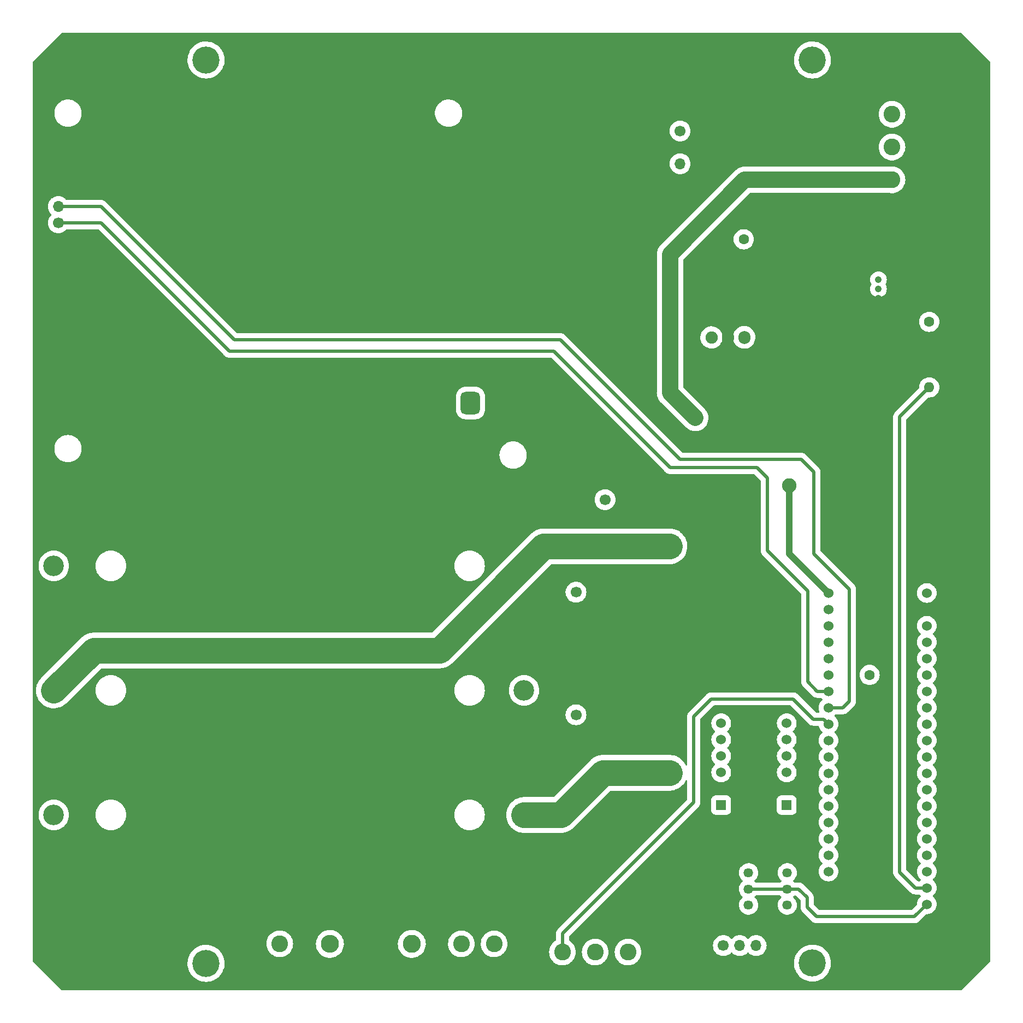
<source format=gbr>
G04 #@! TF.GenerationSoftware,KiCad,Pcbnew,(6.0.7)*
G04 #@! TF.CreationDate,2022-09-25T13:17:08+05:30*
G04 #@! TF.ProjectId,OstronElectronicsStack,4f737472-6f6e-4456-9c65-6374726f6e69,1.0*
G04 #@! TF.SameCoordinates,Original*
G04 #@! TF.FileFunction,Copper,L1,Top*
G04 #@! TF.FilePolarity,Positive*
%FSLAX46Y46*%
G04 Gerber Fmt 4.6, Leading zero omitted, Abs format (unit mm)*
G04 Created by KiCad (PCBNEW (6.0.7)) date 2022-09-25 13:17:08*
%MOMM*%
%LPD*%
G01*
G04 APERTURE LIST*
G04 Aperture macros list*
%AMRoundRect*
0 Rectangle with rounded corners*
0 $1 Rounding radius*
0 $2 $3 $4 $5 $6 $7 $8 $9 X,Y pos of 4 corners*
0 Add a 4 corners polygon primitive as box body*
4,1,4,$2,$3,$4,$5,$6,$7,$8,$9,$2,$3,0*
0 Add four circle primitives for the rounded corners*
1,1,$1+$1,$2,$3*
1,1,$1+$1,$4,$5*
1,1,$1+$1,$6,$7*
1,1,$1+$1,$8,$9*
0 Add four rect primitives between the rounded corners*
20,1,$1+$1,$2,$3,$4,$5,0*
20,1,$1+$1,$4,$5,$6,$7,0*
20,1,$1+$1,$6,$7,$8,$9,0*
20,1,$1+$1,$8,$9,$2,$3,0*%
G04 Aperture macros list end*
G04 #@! TA.AperFunction,ComponentPad*
%ADD10C,3.200000*%
G04 #@! TD*
G04 #@! TA.AperFunction,WasherPad*
%ADD11C,4.200000*%
G04 #@! TD*
G04 #@! TA.AperFunction,ComponentPad*
%ADD12C,2.250000*%
G04 #@! TD*
G04 #@! TA.AperFunction,ComponentPad*
%ADD13C,1.755000*%
G04 #@! TD*
G04 #@! TA.AperFunction,ComponentPad*
%ADD14C,2.000000*%
G04 #@! TD*
G04 #@! TA.AperFunction,ComponentPad*
%ADD15C,1.600000*%
G04 #@! TD*
G04 #@! TA.AperFunction,ComponentPad*
%ADD16C,2.800000*%
G04 #@! TD*
G04 #@! TA.AperFunction,ComponentPad*
%ADD17O,2.800000X2.800000*%
G04 #@! TD*
G04 #@! TA.AperFunction,ComponentPad*
%ADD18C,1.700000*%
G04 #@! TD*
G04 #@! TA.AperFunction,ComponentPad*
%ADD19O,1.700000X1.700000*%
G04 #@! TD*
G04 #@! TA.AperFunction,ComponentPad*
%ADD20RoundRect,0.875000X-0.875000X-0.875000X0.875000X-0.875000X0.875000X0.875000X-0.875000X0.875000X0*%
G04 #@! TD*
G04 #@! TA.AperFunction,ComponentPad*
%ADD21RoundRect,0.750000X-0.750000X-1.000000X0.750000X-1.000000X0.750000X1.000000X-0.750000X1.000000X0*%
G04 #@! TD*
G04 #@! TA.AperFunction,ComponentPad*
%ADD22R,3.500000X3.500000*%
G04 #@! TD*
G04 #@! TA.AperFunction,ComponentPad*
%ADD23C,2.600000*%
G04 #@! TD*
G04 #@! TA.AperFunction,ComponentPad*
%ADD24C,1.050000*%
G04 #@! TD*
G04 #@! TA.AperFunction,ComponentPad*
%ADD25O,1.600000X1.600000*%
G04 #@! TD*
G04 #@! TA.AperFunction,ComponentPad*
%ADD26C,1.905000*%
G04 #@! TD*
G04 #@! TA.AperFunction,ComponentPad*
%ADD27O,1.905000X2.000000*%
G04 #@! TD*
G04 #@! TA.AperFunction,ComponentPad*
%ADD28C,1.524000*%
G04 #@! TD*
G04 #@! TA.AperFunction,ComponentPad*
%ADD29R,1.524000X1.524000*%
G04 #@! TD*
G04 #@! TA.AperFunction,ComponentPad*
%ADD30C,1.458000*%
G04 #@! TD*
G04 #@! TA.AperFunction,Conductor*
%ADD31C,4.000000*%
G04 #@! TD*
G04 #@! TA.AperFunction,Conductor*
%ADD32C,1.000000*%
G04 #@! TD*
G04 #@! TA.AperFunction,Conductor*
%ADD33C,0.500000*%
G04 #@! TD*
G04 #@! TA.AperFunction,Conductor*
%ADD34C,2.540000*%
G04 #@! TD*
G04 APERTURE END LIST*
D10*
X24062000Y-110494000D03*
X96962000Y-110494000D03*
X24062000Y-129794000D03*
X96962000Y-129794000D03*
X24062000Y-149094000D03*
X96962000Y-149094000D03*
D11*
X141660000Y-172060000D03*
X141660000Y-32060000D03*
X47660000Y-32060000D03*
D12*
X138088000Y-98044000D03*
D13*
X158088000Y-98044000D03*
D14*
X123510000Y-87560000D03*
X128510000Y-87560000D03*
D15*
X131010000Y-59850000D03*
X128510000Y-59850000D03*
D16*
X79560000Y-169080000D03*
D17*
X66860000Y-169080000D03*
D18*
X24760000Y-57310000D03*
D19*
X24760000Y-54770000D03*
X24760000Y-52230000D03*
D20*
X91660000Y-80540000D03*
D21*
X88660000Y-85240000D03*
D22*
X94660000Y-85240000D03*
D18*
X109510000Y-100210000D03*
X114510000Y-100210000D03*
X105010000Y-114560000D03*
X105010000Y-133560000D03*
X119510000Y-142560000D03*
D23*
X102910000Y-170350000D03*
X107990000Y-170350000D03*
X113070000Y-170350000D03*
X118150000Y-170350000D03*
D18*
X127860000Y-169350000D03*
D19*
X130400000Y-169350000D03*
X132940000Y-169350000D03*
X135480000Y-169350000D03*
D23*
X54010000Y-169060000D03*
X59090000Y-169060000D03*
X154010000Y-50640000D03*
X154010000Y-45560000D03*
X154010000Y-40480000D03*
D18*
X121160000Y-43060000D03*
D19*
X121160000Y-45600000D03*
X121160000Y-48140000D03*
D24*
X151898000Y-66103500D03*
X151898000Y-67564000D03*
X151898000Y-69024500D03*
D15*
X159772000Y-72644000D03*
D25*
X159772000Y-82804000D03*
D26*
X126010000Y-75060000D03*
D27*
X128550000Y-75060000D03*
X131090000Y-75060000D03*
D28*
X127514000Y-145034000D03*
X137674000Y-145034000D03*
D29*
X127514000Y-147574000D03*
D28*
X127514000Y-134874000D03*
X127514000Y-137414000D03*
X127514000Y-139954000D03*
X127514000Y-142494000D03*
D29*
X137674000Y-147574000D03*
D28*
X137674000Y-134874000D03*
X137674000Y-137414000D03*
X137674000Y-139954000D03*
X137674000Y-142494000D03*
X159391000Y-114681000D03*
X144151000Y-157861000D03*
X159391000Y-119761000D03*
X159391000Y-117221000D03*
X144151000Y-160401000D03*
X144151000Y-162941000D03*
X144151000Y-155321000D03*
X144151000Y-124841000D03*
X144151000Y-127381000D03*
X144151000Y-129921000D03*
X144151000Y-132461000D03*
X144151000Y-135001000D03*
X144151000Y-137541000D03*
X144151000Y-140081000D03*
X144151000Y-142621000D03*
X159391000Y-152781000D03*
X159391000Y-150241000D03*
X159391000Y-147701000D03*
X159391000Y-145161000D03*
X159391000Y-142621000D03*
X159391000Y-140081000D03*
X144151000Y-145161000D03*
X144151000Y-147701000D03*
X159391000Y-137541000D03*
X159391000Y-135001000D03*
X159391000Y-132461000D03*
X159391000Y-129921000D03*
X159391000Y-127381000D03*
X159391000Y-124841000D03*
X159391000Y-122301000D03*
X144151000Y-150241000D03*
X144151000Y-152781000D03*
X159391000Y-162941000D03*
X159391000Y-160401000D03*
X159391000Y-157861000D03*
X159391000Y-155321000D03*
X144151000Y-117221000D03*
X144151000Y-119761000D03*
X144151000Y-122301000D03*
X144151000Y-114681000D03*
D30*
X137760000Y-160560000D03*
X131760000Y-160560000D03*
X137760000Y-158060000D03*
X131760000Y-158060000D03*
X137760000Y-163060000D03*
X131760000Y-163060000D03*
D15*
X150530000Y-127380000D03*
D25*
X150530000Y-137540000D03*
D18*
X119510000Y-107450000D03*
D23*
X87240000Y-169080000D03*
X92320000Y-169080000D03*
D11*
X47660000Y-172100000D03*
D31*
X109200000Y-142560000D02*
X119510000Y-142560000D01*
X102666000Y-149094000D02*
X109200000Y-142560000D01*
X96962000Y-149094000D02*
X102666000Y-149094000D01*
X100006000Y-107450000D02*
X119510000Y-107450000D01*
X96962000Y-110494000D02*
X100006000Y-107450000D01*
X83856000Y-123600000D02*
X96962000Y-110494000D01*
X30256000Y-123600000D02*
X83856000Y-123600000D01*
X24062000Y-129794000D02*
X30256000Y-123600000D01*
D32*
X138088000Y-98044000D02*
X138088000Y-108618000D01*
X138088000Y-108618000D02*
X144151000Y-114681000D01*
D33*
X131090000Y-75107500D02*
X131090000Y-75060000D01*
X121142000Y-93962000D02*
X139938000Y-93962000D01*
X141910000Y-95934000D02*
X141910000Y-108600000D01*
X102600000Y-75420000D02*
X121142000Y-93962000D01*
X141910000Y-108600000D02*
X147410000Y-114100000D01*
X147410000Y-131448000D02*
X146397000Y-132461000D01*
X52054000Y-75420000D02*
X102600000Y-75420000D01*
X31404000Y-54770000D02*
X52054000Y-75420000D01*
X139938000Y-93962000D02*
X141910000Y-95934000D01*
X147410000Y-114100000D02*
X147410000Y-131448000D01*
X146397000Y-132461000D02*
X144151000Y-132461000D01*
X24760000Y-54770000D02*
X31404000Y-54770000D01*
X119618000Y-95232000D02*
X133042000Y-95232000D01*
X140910000Y-128410000D02*
X142421000Y-129921000D01*
X142421000Y-129921000D02*
X144151000Y-129921000D01*
X134660000Y-108100000D02*
X140910000Y-114350000D01*
X24760000Y-57310000D02*
X31404000Y-57310000D01*
X101584000Y-77198000D02*
X119618000Y-95232000D01*
X31404000Y-57310000D02*
X51292000Y-77198000D01*
X140910000Y-114350000D02*
X140910000Y-128410000D01*
X134660000Y-96850000D02*
X134660000Y-108100000D01*
X51292000Y-77198000D02*
X101584000Y-77198000D01*
X133042000Y-95232000D02*
X134660000Y-96850000D01*
X159391000Y-160401000D02*
X157609000Y-160401000D01*
X155178000Y-157970000D02*
X155178000Y-87398000D01*
X157609000Y-160401000D02*
X155178000Y-157970000D01*
X155178000Y-87398000D02*
X159772000Y-82804000D01*
X142310000Y-164860000D02*
X157472000Y-164860000D01*
X139510000Y-160560000D02*
X140842000Y-161892000D01*
X137760000Y-160560000D02*
X139510000Y-160560000D01*
X157472000Y-164860000D02*
X159391000Y-162941000D01*
X140842000Y-161892000D02*
X140842000Y-163392000D01*
X131760000Y-160560000D02*
X137760000Y-160560000D01*
X140842000Y-163392000D02*
X142310000Y-164860000D01*
X141809001Y-134239001D02*
X138670000Y-131100000D01*
X102910000Y-167490000D02*
X102910000Y-170260000D01*
X144151000Y-135001000D02*
X143389001Y-134239001D01*
X123250000Y-133830000D02*
X123250000Y-147150000D01*
X138670000Y-131100000D02*
X125980000Y-131100000D01*
X143389001Y-134239001D02*
X141809001Y-134239001D01*
X125980000Y-131100000D02*
X123250000Y-133830000D01*
X123250000Y-147150000D02*
X102910000Y-167490000D01*
D34*
X119570000Y-83620000D02*
X123510000Y-87560000D01*
X154010000Y-50640000D02*
X131130000Y-50640000D01*
X131130000Y-50640000D02*
X119570000Y-62200000D01*
X119570000Y-62200000D02*
X119570000Y-83620000D01*
G04 #@! TA.AperFunction,Conductor*
G36*
X164710922Y-27840502D02*
G01*
X164731896Y-27857405D01*
X169212595Y-32338104D01*
X169246621Y-32400416D01*
X169249500Y-32427199D01*
X169249500Y-171692801D01*
X169229498Y-171760922D01*
X169212595Y-171781896D01*
X164731895Y-176262595D01*
X164669583Y-176296621D01*
X164642800Y-176299500D01*
X25377199Y-176299500D01*
X25309078Y-176279498D01*
X25288104Y-176262595D01*
X21035507Y-172009997D01*
X44796066Y-172009997D01*
X44796161Y-172013627D01*
X44796161Y-172013629D01*
X44803883Y-172308527D01*
X44804701Y-172339766D01*
X44851182Y-172666357D01*
X44934892Y-172985441D01*
X45054722Y-173292789D01*
X45056426Y-173296007D01*
X45181735Y-173532674D01*
X45209084Y-173584328D01*
X45211136Y-173587313D01*
X45211141Y-173587322D01*
X45393874Y-173853200D01*
X45393880Y-173853207D01*
X45395931Y-173856192D01*
X45398319Y-173858929D01*
X45577184Y-174063966D01*
X45612787Y-174104779D01*
X45856778Y-174326794D01*
X46124670Y-174519293D01*
X46412911Y-174679727D01*
X46416261Y-174681115D01*
X46416266Y-174681117D01*
X46565297Y-174742847D01*
X46717683Y-174805967D01*
X46721177Y-174806962D01*
X46721179Y-174806963D01*
X47031443Y-174895344D01*
X47031448Y-174895345D01*
X47034944Y-174896341D01*
X47209613Y-174924944D01*
X47356909Y-174949065D01*
X47356916Y-174949066D01*
X47360490Y-174949651D01*
X47525248Y-174957421D01*
X47686378Y-174965020D01*
X47686379Y-174965020D01*
X47690005Y-174965191D01*
X47699624Y-174964535D01*
X48015492Y-174943002D01*
X48015500Y-174943001D01*
X48019123Y-174942754D01*
X48022699Y-174942091D01*
X48022701Y-174942091D01*
X48339916Y-174883299D01*
X48339920Y-174883298D01*
X48343481Y-174882638D01*
X48658780Y-174785639D01*
X48701326Y-174766963D01*
X48809810Y-174719342D01*
X48960841Y-174653044D01*
X49029293Y-174613044D01*
X49242529Y-174488438D01*
X49245659Y-174486609D01*
X49509461Y-174288541D01*
X49700532Y-174107222D01*
X49746115Y-174063966D01*
X49746119Y-174063962D01*
X49748749Y-174061466D01*
X49960351Y-173808392D01*
X49988615Y-173765364D01*
X50139477Y-173535700D01*
X50139482Y-173535691D01*
X50141464Y-173532674D01*
X50260495Y-173296007D01*
X50288059Y-173241203D01*
X50288062Y-173241195D01*
X50289686Y-173237967D01*
X50382098Y-172985441D01*
X50401806Y-172931588D01*
X50401807Y-172931584D01*
X50403054Y-172928177D01*
X50480063Y-172607409D01*
X50483901Y-172575696D01*
X50519358Y-172282696D01*
X50519359Y-172282689D01*
X50519694Y-172279917D01*
X50525348Y-172100000D01*
X50523203Y-172062797D01*
X50506568Y-171774285D01*
X50506567Y-171774280D01*
X50506359Y-171770665D01*
X50449642Y-171445695D01*
X50355951Y-171129398D01*
X50353003Y-171122485D01*
X50257203Y-170897886D01*
X50226526Y-170825965D01*
X50192058Y-170765537D01*
X50064886Y-170542580D01*
X50064881Y-170542573D01*
X50063083Y-170539420D01*
X49867789Y-170273558D01*
X49643231Y-170031906D01*
X49392387Y-169817665D01*
X49118581Y-169633675D01*
X49044995Y-169595694D01*
X48828662Y-169484036D01*
X48825442Y-169482374D01*
X48516856Y-169365769D01*
X48513335Y-169364885D01*
X48513330Y-169364883D01*
X48313004Y-169314565D01*
X48196913Y-169285405D01*
X48130055Y-169276603D01*
X47873457Y-169242821D01*
X47873449Y-169242820D01*
X47869853Y-169242347D01*
X47732095Y-169240183D01*
X47543654Y-169237222D01*
X47543650Y-169237222D01*
X47540012Y-169237165D01*
X47536398Y-169237526D01*
X47536392Y-169237526D01*
X47329360Y-169258191D01*
X47211761Y-169269929D01*
X46889451Y-169340204D01*
X46886020Y-169341379D01*
X46886019Y-169341379D01*
X46580786Y-169445884D01*
X46580781Y-169445886D01*
X46577355Y-169447059D01*
X46574087Y-169448618D01*
X46574079Y-169448621D01*
X46453417Y-169506174D01*
X46279608Y-169589076D01*
X46276529Y-169591007D01*
X46276528Y-169591008D01*
X46270893Y-169594543D01*
X46000158Y-169764375D01*
X45997322Y-169766647D01*
X45997315Y-169766652D01*
X45795472Y-169928359D01*
X45742708Y-169970631D01*
X45510671Y-170205111D01*
X45508430Y-170207969D01*
X45436618Y-170299555D01*
X45307122Y-170464707D01*
X45263135Y-170536488D01*
X45145701Y-170728123D01*
X45134759Y-170745978D01*
X45133240Y-170749250D01*
X45133237Y-170749256D01*
X45094845Y-170831965D01*
X44995867Y-171045195D01*
X44994727Y-171048642D01*
X44932333Y-171237304D01*
X44892286Y-171358393D01*
X44891550Y-171361948D01*
X44891549Y-171361951D01*
X44873468Y-171449260D01*
X44825390Y-171681421D01*
X44825067Y-171685043D01*
X44825066Y-171685048D01*
X44796751Y-172002317D01*
X44796066Y-172009997D01*
X21035507Y-172009997D01*
X20807405Y-171781895D01*
X20773379Y-171719583D01*
X20770500Y-171692800D01*
X20770500Y-169038372D01*
X57024798Y-169038372D01*
X57040971Y-169318853D01*
X57041796Y-169323058D01*
X57041797Y-169323066D01*
X57064953Y-169441093D01*
X57095059Y-169594543D01*
X57096446Y-169598594D01*
X57183817Y-169853784D01*
X57186062Y-169860342D01*
X57312297Y-170111331D01*
X57374978Y-170202533D01*
X57461465Y-170328372D01*
X57471426Y-170342866D01*
X57660506Y-170550662D01*
X57663795Y-170553412D01*
X57872746Y-170728123D01*
X57872751Y-170728127D01*
X57876038Y-170730875D01*
X57963177Y-170785537D01*
X58110394Y-170877886D01*
X58110398Y-170877888D01*
X58114034Y-170880169D01*
X58183577Y-170911569D01*
X58366177Y-170994017D01*
X58366181Y-170994019D01*
X58370089Y-170995783D01*
X58413500Y-171008642D01*
X58635352Y-171074358D01*
X58635357Y-171074359D01*
X58639465Y-171075576D01*
X58643699Y-171076224D01*
X58643704Y-171076225D01*
X58912937Y-171117423D01*
X58912939Y-171117423D01*
X58917179Y-171118072D01*
X59060195Y-171120319D01*
X59193799Y-171122418D01*
X59193805Y-171122418D01*
X59198090Y-171122485D01*
X59477001Y-171088733D01*
X59748751Y-171017440D01*
X60008312Y-170909927D01*
X60250879Y-170768182D01*
X60471965Y-170594828D01*
X60495384Y-170570662D01*
X60588748Y-170474317D01*
X60667479Y-170393073D01*
X60833803Y-170166651D01*
X60861920Y-170114866D01*
X60965809Y-169923527D01*
X60965810Y-169923525D01*
X60967859Y-169919751D01*
X61067166Y-169656942D01*
X61129888Y-169383086D01*
X61146481Y-169197165D01*
X61154642Y-169105721D01*
X61154642Y-169105714D01*
X61154862Y-169103253D01*
X61155315Y-169060000D01*
X61155146Y-169057520D01*
X61155133Y-169057323D01*
X64694571Y-169057323D01*
X64711528Y-169351415D01*
X64712353Y-169355620D01*
X64712354Y-169355628D01*
X64730599Y-169448621D01*
X64768241Y-169640485D01*
X64769628Y-169644535D01*
X64769629Y-169644540D01*
X64850362Y-169880342D01*
X64863661Y-169919184D01*
X64901572Y-169994561D01*
X64987350Y-170165111D01*
X64996022Y-170182354D01*
X64998448Y-170185883D01*
X64998451Y-170185889D01*
X65058705Y-170273558D01*
X65162874Y-170425125D01*
X65165761Y-170428298D01*
X65165762Y-170428299D01*
X65230477Y-170499420D01*
X65361131Y-170643006D01*
X65364420Y-170645756D01*
X65583831Y-170829213D01*
X65583836Y-170829217D01*
X65587123Y-170831965D01*
X65698665Y-170901935D01*
X65833029Y-170986222D01*
X65833033Y-170986224D01*
X65836669Y-170988505D01*
X65840579Y-170990270D01*
X65840580Y-170990271D01*
X65873633Y-171005195D01*
X66105151Y-171109729D01*
X66387600Y-171193395D01*
X66391834Y-171194043D01*
X66391839Y-171194044D01*
X66674550Y-171237304D01*
X66674552Y-171237304D01*
X66678792Y-171237953D01*
X66828769Y-171240309D01*
X66969045Y-171242513D01*
X66969051Y-171242513D01*
X66973336Y-171242580D01*
X67265783Y-171207190D01*
X67550722Y-171132438D01*
X67554682Y-171130798D01*
X67554687Y-171130796D01*
X67701497Y-171069985D01*
X67822879Y-171019707D01*
X67827507Y-171017003D01*
X68073521Y-170873244D01*
X68073522Y-170873244D01*
X68077219Y-170871083D01*
X68240703Y-170742895D01*
X68305662Y-170691960D01*
X68309034Y-170689316D01*
X68514037Y-170477770D01*
X68516570Y-170474322D01*
X68516574Y-170474317D01*
X68685895Y-170243814D01*
X68688433Y-170240359D01*
X68692126Y-170233558D01*
X68826944Y-169985252D01*
X68826945Y-169985250D01*
X68828994Y-169981476D01*
X68933121Y-169705912D01*
X68998887Y-169418766D01*
X69025073Y-169125352D01*
X69025548Y-169080000D01*
X69024074Y-169058372D01*
X69024002Y-169057323D01*
X77394571Y-169057323D01*
X77411528Y-169351415D01*
X77412353Y-169355620D01*
X77412354Y-169355628D01*
X77430599Y-169448621D01*
X77468241Y-169640485D01*
X77469628Y-169644535D01*
X77469629Y-169644540D01*
X77550362Y-169880342D01*
X77563661Y-169919184D01*
X77601572Y-169994561D01*
X77687350Y-170165111D01*
X77696022Y-170182354D01*
X77698448Y-170185883D01*
X77698451Y-170185889D01*
X77758705Y-170273558D01*
X77862874Y-170425125D01*
X77865761Y-170428298D01*
X77865762Y-170428299D01*
X77930477Y-170499420D01*
X78061131Y-170643006D01*
X78064420Y-170645756D01*
X78283831Y-170829213D01*
X78283836Y-170829217D01*
X78287123Y-170831965D01*
X78398665Y-170901935D01*
X78533029Y-170986222D01*
X78533033Y-170986224D01*
X78536669Y-170988505D01*
X78540579Y-170990270D01*
X78540580Y-170990271D01*
X78573633Y-171005195D01*
X78805151Y-171109729D01*
X79087600Y-171193395D01*
X79091834Y-171194043D01*
X79091839Y-171194044D01*
X79374550Y-171237304D01*
X79374552Y-171237304D01*
X79378792Y-171237953D01*
X79528769Y-171240309D01*
X79669045Y-171242513D01*
X79669051Y-171242513D01*
X79673336Y-171242580D01*
X79965783Y-171207190D01*
X80250722Y-171132438D01*
X80254682Y-171130798D01*
X80254687Y-171130796D01*
X80401497Y-171069985D01*
X80522879Y-171019707D01*
X80527507Y-171017003D01*
X80773521Y-170873244D01*
X80773522Y-170873244D01*
X80777219Y-170871083D01*
X80940703Y-170742895D01*
X81005662Y-170691960D01*
X81009034Y-170689316D01*
X81214037Y-170477770D01*
X81216570Y-170474322D01*
X81216574Y-170474317D01*
X81385895Y-170243814D01*
X81388433Y-170240359D01*
X81392126Y-170233558D01*
X81526944Y-169985252D01*
X81526945Y-169985250D01*
X81528994Y-169981476D01*
X81633121Y-169705912D01*
X81698887Y-169418766D01*
X81725073Y-169125352D01*
X81725548Y-169080000D01*
X81724074Y-169058372D01*
X85174798Y-169058372D01*
X85190971Y-169338853D01*
X85191796Y-169343058D01*
X85191797Y-169343066D01*
X85223798Y-169506174D01*
X85245059Y-169614543D01*
X85246446Y-169618594D01*
X85325404Y-169849211D01*
X85336062Y-169880342D01*
X85462297Y-170131331D01*
X85514969Y-170207969D01*
X85614291Y-170352484D01*
X85621426Y-170362866D01*
X85624313Y-170366039D01*
X85624314Y-170366040D01*
X85691056Y-170439388D01*
X85810506Y-170570662D01*
X85813795Y-170573412D01*
X86022746Y-170748123D01*
X86022751Y-170748127D01*
X86026038Y-170750875D01*
X86090478Y-170791298D01*
X86260394Y-170897886D01*
X86260398Y-170897888D01*
X86264034Y-170900169D01*
X86362074Y-170944436D01*
X86516177Y-171014017D01*
X86516181Y-171014019D01*
X86520089Y-171015783D01*
X86524208Y-171017003D01*
X86785352Y-171094358D01*
X86785357Y-171094359D01*
X86789465Y-171095576D01*
X86793699Y-171096224D01*
X86793704Y-171096225D01*
X87062937Y-171137423D01*
X87062939Y-171137423D01*
X87067179Y-171138072D01*
X87210195Y-171140319D01*
X87343799Y-171142418D01*
X87343805Y-171142418D01*
X87348090Y-171142485D01*
X87627001Y-171108733D01*
X87898751Y-171037440D01*
X88158312Y-170929927D01*
X88400879Y-170788182D01*
X88621965Y-170614828D01*
X88641347Y-170594828D01*
X88744332Y-170488555D01*
X88817479Y-170413073D01*
X88983803Y-170186651D01*
X89011920Y-170134866D01*
X89115809Y-169943527D01*
X89115810Y-169943525D01*
X89117859Y-169939751D01*
X89217166Y-169676942D01*
X89279888Y-169403086D01*
X89297808Y-169202290D01*
X89304642Y-169125721D01*
X89304642Y-169125714D01*
X89304862Y-169123253D01*
X89305072Y-169103253D01*
X89305289Y-169082484D01*
X89305315Y-169080000D01*
X89303841Y-169058372D01*
X90254798Y-169058372D01*
X90270971Y-169338853D01*
X90271796Y-169343058D01*
X90271797Y-169343066D01*
X90303798Y-169506174D01*
X90325059Y-169614543D01*
X90326446Y-169618594D01*
X90405404Y-169849211D01*
X90416062Y-169880342D01*
X90542297Y-170131331D01*
X90594969Y-170207969D01*
X90694291Y-170352484D01*
X90701426Y-170362866D01*
X90704313Y-170366039D01*
X90704314Y-170366040D01*
X90771056Y-170439388D01*
X90890506Y-170570662D01*
X90893795Y-170573412D01*
X91102746Y-170748123D01*
X91102751Y-170748127D01*
X91106038Y-170750875D01*
X91170478Y-170791298D01*
X91340394Y-170897886D01*
X91340398Y-170897888D01*
X91344034Y-170900169D01*
X91442074Y-170944436D01*
X91596177Y-171014017D01*
X91596181Y-171014019D01*
X91600089Y-171015783D01*
X91604208Y-171017003D01*
X91865352Y-171094358D01*
X91865357Y-171094359D01*
X91869465Y-171095576D01*
X91873699Y-171096224D01*
X91873704Y-171096225D01*
X92142937Y-171137423D01*
X92142939Y-171137423D01*
X92147179Y-171138072D01*
X92290195Y-171140319D01*
X92423799Y-171142418D01*
X92423805Y-171142418D01*
X92428090Y-171142485D01*
X92707001Y-171108733D01*
X92978751Y-171037440D01*
X93238312Y-170929927D01*
X93480879Y-170788182D01*
X93701965Y-170614828D01*
X93721347Y-170594828D01*
X93824332Y-170488555D01*
X93897479Y-170413073D01*
X94063803Y-170186651D01*
X94091920Y-170134866D01*
X94195809Y-169943527D01*
X94195810Y-169943525D01*
X94197859Y-169939751D01*
X94297166Y-169676942D01*
X94359888Y-169403086D01*
X94377808Y-169202290D01*
X94384642Y-169125721D01*
X94384642Y-169125714D01*
X94384862Y-169123253D01*
X94385072Y-169103253D01*
X94385289Y-169082484D01*
X94385315Y-169080000D01*
X94383841Y-169058372D01*
X94366498Y-168803982D01*
X94366497Y-168803976D01*
X94366206Y-168799705D01*
X94364275Y-168790378D01*
X94335590Y-168651864D01*
X94309234Y-168524596D01*
X94215452Y-168259765D01*
X94213488Y-168255959D01*
X94213485Y-168255953D01*
X94152962Y-168138692D01*
X94086597Y-168010111D01*
X93989290Y-167871658D01*
X93927515Y-167783760D01*
X93927510Y-167783754D01*
X93925051Y-167780255D01*
X93733805Y-167574450D01*
X93730490Y-167571736D01*
X93730486Y-167571733D01*
X93519716Y-167399220D01*
X93516398Y-167396504D01*
X93276852Y-167249710D01*
X93272935Y-167247991D01*
X93272932Y-167247989D01*
X93141186Y-167190157D01*
X93019601Y-167136785D01*
X93015473Y-167135609D01*
X93015470Y-167135608D01*
X92929956Y-167111249D01*
X92749403Y-167059817D01*
X92745161Y-167059213D01*
X92745155Y-167059212D01*
X92475511Y-167020836D01*
X92471260Y-167020231D01*
X92323158Y-167019456D01*
X92194604Y-167018782D01*
X92194598Y-167018782D01*
X92190318Y-167018760D01*
X92186074Y-167019319D01*
X92186070Y-167019319D01*
X92067943Y-167034871D01*
X91911775Y-167055431D01*
X91640787Y-167129565D01*
X91636839Y-167131249D01*
X91386319Y-167238105D01*
X91386315Y-167238107D01*
X91382367Y-167239791D01*
X91299642Y-167289301D01*
X91144979Y-167381864D01*
X91144975Y-167381867D01*
X91141297Y-167384068D01*
X91137954Y-167386746D01*
X91137950Y-167386749D01*
X91073501Y-167438383D01*
X90922038Y-167559728D01*
X90919094Y-167562830D01*
X90919090Y-167562834D01*
X90747626Y-167743519D01*
X90728647Y-167763519D01*
X90564704Y-167991670D01*
X90562700Y-167995455D01*
X90443833Y-168219957D01*
X90433241Y-168239961D01*
X90431769Y-168243984D01*
X90431767Y-168243988D01*
X90346924Y-168475831D01*
X90336691Y-168503795D01*
X90276841Y-168778293D01*
X90254798Y-169058372D01*
X89303841Y-169058372D01*
X89286498Y-168803982D01*
X89286497Y-168803976D01*
X89286206Y-168799705D01*
X89284275Y-168790378D01*
X89255590Y-168651864D01*
X89229234Y-168524596D01*
X89135452Y-168259765D01*
X89133488Y-168255959D01*
X89133485Y-168255953D01*
X89072962Y-168138692D01*
X89006597Y-168010111D01*
X88909290Y-167871658D01*
X88847515Y-167783760D01*
X88847510Y-167783754D01*
X88845051Y-167780255D01*
X88653805Y-167574450D01*
X88650490Y-167571736D01*
X88650486Y-167571733D01*
X88439716Y-167399220D01*
X88436398Y-167396504D01*
X88196852Y-167249710D01*
X88192935Y-167247991D01*
X88192932Y-167247989D01*
X88061186Y-167190157D01*
X87939601Y-167136785D01*
X87935473Y-167135609D01*
X87935470Y-167135608D01*
X87849956Y-167111249D01*
X87669403Y-167059817D01*
X87665161Y-167059213D01*
X87665155Y-167059212D01*
X87395511Y-167020836D01*
X87391260Y-167020231D01*
X87243158Y-167019456D01*
X87114604Y-167018782D01*
X87114598Y-167018782D01*
X87110318Y-167018760D01*
X87106074Y-167019319D01*
X87106070Y-167019319D01*
X86987943Y-167034871D01*
X86831775Y-167055431D01*
X86560787Y-167129565D01*
X86556839Y-167131249D01*
X86306319Y-167238105D01*
X86306315Y-167238107D01*
X86302367Y-167239791D01*
X86219642Y-167289301D01*
X86064979Y-167381864D01*
X86064975Y-167381867D01*
X86061297Y-167384068D01*
X86057954Y-167386746D01*
X86057950Y-167386749D01*
X85993501Y-167438383D01*
X85842038Y-167559728D01*
X85839094Y-167562830D01*
X85839090Y-167562834D01*
X85667626Y-167743519D01*
X85648647Y-167763519D01*
X85484704Y-167991670D01*
X85482700Y-167995455D01*
X85363833Y-168219957D01*
X85353241Y-168239961D01*
X85351769Y-168243984D01*
X85351767Y-168243988D01*
X85266924Y-168475831D01*
X85256691Y-168503795D01*
X85196841Y-168778293D01*
X85174798Y-169058372D01*
X81724074Y-169058372D01*
X81705804Y-168790378D01*
X81705803Y-168790372D01*
X81705512Y-168786101D01*
X81704188Y-168779705D01*
X81657322Y-168553401D01*
X81645775Y-168497641D01*
X81547442Y-168219957D01*
X81412332Y-167958188D01*
X81242947Y-167717176D01*
X81240022Y-167714028D01*
X81045341Y-167504526D01*
X81045338Y-167504523D01*
X81042420Y-167501383D01*
X80814461Y-167314802D01*
X80708241Y-167249710D01*
X80566940Y-167163120D01*
X80566932Y-167163116D01*
X80563290Y-167160884D01*
X80559373Y-167159165D01*
X80559370Y-167159163D01*
X80424116Y-167099791D01*
X80293553Y-167042478D01*
X80289425Y-167041302D01*
X80289422Y-167041301D01*
X80014371Y-166962950D01*
X80014372Y-166962950D01*
X80010243Y-166961774D01*
X79790995Y-166930571D01*
X79722853Y-166920873D01*
X79722851Y-166920873D01*
X79718601Y-166920268D01*
X79714312Y-166920246D01*
X79714305Y-166920245D01*
X79428310Y-166918747D01*
X79428303Y-166918747D01*
X79424024Y-166918725D01*
X79419779Y-166919284D01*
X79419777Y-166919284D01*
X79401928Y-166921634D01*
X79131964Y-166957176D01*
X78847823Y-167034908D01*
X78843875Y-167036592D01*
X78580814Y-167148797D01*
X78580810Y-167148799D01*
X78576862Y-167150483D01*
X78463873Y-167218105D01*
X78327774Y-167299558D01*
X78327770Y-167299561D01*
X78324092Y-167301762D01*
X78094193Y-167485946D01*
X77891417Y-167699628D01*
X77719517Y-167938852D01*
X77717515Y-167942634D01*
X77717512Y-167942638D01*
X77665715Y-168040465D01*
X77581673Y-168199192D01*
X77548366Y-168290209D01*
X77508762Y-168398433D01*
X77480438Y-168475831D01*
X77417683Y-168763650D01*
X77414509Y-168803982D01*
X77395726Y-169042652D01*
X77394571Y-169057323D01*
X69024002Y-169057323D01*
X69005804Y-168790378D01*
X69005803Y-168790372D01*
X69005512Y-168786101D01*
X69004188Y-168779705D01*
X68957322Y-168553401D01*
X68945775Y-168497641D01*
X68847442Y-168219957D01*
X68712332Y-167958188D01*
X68542947Y-167717176D01*
X68540022Y-167714028D01*
X68345341Y-167504526D01*
X68345338Y-167504523D01*
X68342420Y-167501383D01*
X68114461Y-167314802D01*
X68008241Y-167249710D01*
X67866940Y-167163120D01*
X67866932Y-167163116D01*
X67863290Y-167160884D01*
X67859373Y-167159165D01*
X67859370Y-167159163D01*
X67724116Y-167099791D01*
X67593553Y-167042478D01*
X67589425Y-167041302D01*
X67589422Y-167041301D01*
X67314371Y-166962950D01*
X67314372Y-166962950D01*
X67310243Y-166961774D01*
X67090995Y-166930571D01*
X67022853Y-166920873D01*
X67022851Y-166920873D01*
X67018601Y-166920268D01*
X67014312Y-166920246D01*
X67014305Y-166920245D01*
X66728310Y-166918747D01*
X66728303Y-166918747D01*
X66724024Y-166918725D01*
X66719779Y-166919284D01*
X66719777Y-166919284D01*
X66701928Y-166921634D01*
X66431964Y-166957176D01*
X66147823Y-167034908D01*
X66143875Y-167036592D01*
X65880814Y-167148797D01*
X65880810Y-167148799D01*
X65876862Y-167150483D01*
X65763873Y-167218105D01*
X65627774Y-167299558D01*
X65627770Y-167299561D01*
X65624092Y-167301762D01*
X65394193Y-167485946D01*
X65191417Y-167699628D01*
X65019517Y-167938852D01*
X65017515Y-167942634D01*
X65017512Y-167942638D01*
X64965715Y-168040465D01*
X64881673Y-168199192D01*
X64848366Y-168290209D01*
X64808762Y-168398433D01*
X64780438Y-168475831D01*
X64717683Y-168763650D01*
X64714509Y-168803982D01*
X64695726Y-169042652D01*
X64694571Y-169057323D01*
X61155133Y-169057323D01*
X61136498Y-168783982D01*
X61136497Y-168783976D01*
X61136206Y-168779705D01*
X61133766Y-168767920D01*
X61088655Y-168550090D01*
X61079234Y-168504596D01*
X60985452Y-168239765D01*
X60983488Y-168235959D01*
X60983485Y-168235953D01*
X60868888Y-168013925D01*
X60856597Y-167990111D01*
X60733865Y-167815481D01*
X60697515Y-167763760D01*
X60697510Y-167763754D01*
X60695051Y-167760255D01*
X60522390Y-167574450D01*
X60506726Y-167557593D01*
X60506723Y-167557590D01*
X60503805Y-167554450D01*
X60500490Y-167551736D01*
X60500486Y-167551733D01*
X60361999Y-167438383D01*
X60286398Y-167376504D01*
X60046852Y-167229710D01*
X60042935Y-167227991D01*
X60042932Y-167227989D01*
X59895155Y-167163120D01*
X59789601Y-167116785D01*
X59785473Y-167115609D01*
X59785470Y-167115608D01*
X59676608Y-167084598D01*
X59519403Y-167039817D01*
X59515161Y-167039213D01*
X59515155Y-167039212D01*
X59245511Y-167000836D01*
X59241260Y-167000231D01*
X59093158Y-166999456D01*
X58964604Y-166998782D01*
X58964598Y-166998782D01*
X58960318Y-166998760D01*
X58956074Y-166999319D01*
X58956070Y-166999319D01*
X58833517Y-167015454D01*
X58681775Y-167035431D01*
X58677635Y-167036564D01*
X58677633Y-167036564D01*
X58649710Y-167044203D01*
X58410787Y-167109565D01*
X58406839Y-167111249D01*
X58156319Y-167218105D01*
X58156315Y-167218107D01*
X58152367Y-167219791D01*
X58102376Y-167249710D01*
X57914979Y-167361864D01*
X57914975Y-167361867D01*
X57911297Y-167364068D01*
X57907954Y-167366746D01*
X57907950Y-167366749D01*
X57873605Y-167394265D01*
X57692038Y-167539728D01*
X57689094Y-167542830D01*
X57689090Y-167542834D01*
X57501597Y-167740410D01*
X57498647Y-167743519D01*
X57334704Y-167971670D01*
X57332700Y-167975455D01*
X57214238Y-168199192D01*
X57203241Y-168219961D01*
X57201769Y-168223984D01*
X57201767Y-168223988D01*
X57109605Y-168475831D01*
X57106691Y-168483795D01*
X57046841Y-168758293D01*
X57024798Y-169038372D01*
X20770500Y-169038372D01*
X20770500Y-149094000D01*
X21696435Y-149094000D01*
X21696705Y-149098119D01*
X21713054Y-149347547D01*
X21716673Y-149402768D01*
X21777040Y-149706253D01*
X21876503Y-149999263D01*
X21878326Y-150002959D01*
X21878329Y-150002967D01*
X21988793Y-150226964D01*
X22013361Y-150276782D01*
X22015655Y-150280215D01*
X22015656Y-150280216D01*
X22185271Y-150534065D01*
X22187985Y-150537159D01*
X22187989Y-150537165D01*
X22282741Y-150645208D01*
X22389293Y-150766707D01*
X22392382Y-150769416D01*
X22618835Y-150968011D01*
X22618841Y-150968015D01*
X22621935Y-150970729D01*
X22625361Y-150973018D01*
X22625366Y-150973022D01*
X22751908Y-151057574D01*
X22879217Y-151142639D01*
X22882916Y-151144463D01*
X22882921Y-151144466D01*
X23025587Y-151214821D01*
X23156737Y-151279497D01*
X23160642Y-151280822D01*
X23160643Y-151280823D01*
X23445840Y-151377634D01*
X23445843Y-151377635D01*
X23449747Y-151378960D01*
X23453786Y-151379763D01*
X23453792Y-151379765D01*
X23749189Y-151438523D01*
X23749192Y-151438523D01*
X23753232Y-151439327D01*
X23757343Y-151439596D01*
X23757347Y-151439597D01*
X24057881Y-151459295D01*
X24062000Y-151459565D01*
X24066119Y-151459295D01*
X24366653Y-151439597D01*
X24366657Y-151439596D01*
X24370768Y-151439327D01*
X24374808Y-151438523D01*
X24374811Y-151438523D01*
X24670208Y-151379765D01*
X24670214Y-151379763D01*
X24674253Y-151378960D01*
X24678157Y-151377635D01*
X24678160Y-151377634D01*
X24963357Y-151280823D01*
X24963358Y-151280822D01*
X24967263Y-151279497D01*
X25098413Y-151214821D01*
X25241079Y-151144466D01*
X25241084Y-151144463D01*
X25244783Y-151142639D01*
X25372092Y-151057574D01*
X25498634Y-150973022D01*
X25498639Y-150973018D01*
X25502065Y-150970729D01*
X25505159Y-150968015D01*
X25505165Y-150968011D01*
X25731618Y-150769416D01*
X25734707Y-150766707D01*
X25841259Y-150645208D01*
X25936011Y-150537165D01*
X25936015Y-150537159D01*
X25938729Y-150534065D01*
X26108345Y-150280216D01*
X26108345Y-150280215D01*
X26110639Y-150276782D01*
X26135207Y-150226964D01*
X26245671Y-150002967D01*
X26245674Y-150002959D01*
X26247497Y-149999263D01*
X26346960Y-149706253D01*
X26407327Y-149402768D01*
X26410947Y-149347547D01*
X26427295Y-149098119D01*
X26427565Y-149094000D01*
X30541435Y-149094000D01*
X30541705Y-149098119D01*
X30558054Y-149347547D01*
X30561673Y-149402768D01*
X30622040Y-149706253D01*
X30721503Y-149999263D01*
X30723326Y-150002959D01*
X30723329Y-150002967D01*
X30833793Y-150226964D01*
X30858361Y-150276782D01*
X30860655Y-150280215D01*
X30860656Y-150280216D01*
X31030271Y-150534065D01*
X31032985Y-150537159D01*
X31032989Y-150537165D01*
X31127741Y-150645208D01*
X31234293Y-150766707D01*
X31237382Y-150769416D01*
X31463835Y-150968011D01*
X31463841Y-150968015D01*
X31466935Y-150970729D01*
X31655164Y-151096499D01*
X31711967Y-151134453D01*
X31724218Y-151142639D01*
X31742324Y-151151568D01*
X31998033Y-151277671D01*
X31998038Y-151277673D01*
X32001737Y-151279497D01*
X32005651Y-151280826D01*
X32005652Y-151280826D01*
X32290840Y-151377634D01*
X32290843Y-151377635D01*
X32294747Y-151378960D01*
X32298786Y-151379763D01*
X32298792Y-151379765D01*
X32594189Y-151438523D01*
X32594192Y-151438523D01*
X32598232Y-151439327D01*
X32602343Y-151439596D01*
X32602347Y-151439597D01*
X32827675Y-151454366D01*
X32827684Y-151454366D01*
X32829724Y-151454500D01*
X32984276Y-151454500D01*
X32986316Y-151454366D01*
X32986325Y-151454366D01*
X33211653Y-151439597D01*
X33211657Y-151439596D01*
X33215768Y-151439327D01*
X33219808Y-151438523D01*
X33219811Y-151438523D01*
X33515208Y-151379765D01*
X33515214Y-151379763D01*
X33519253Y-151378960D01*
X33523157Y-151377635D01*
X33523160Y-151377634D01*
X33808348Y-151280826D01*
X33808349Y-151280826D01*
X33812263Y-151279497D01*
X33815962Y-151277673D01*
X33815967Y-151277671D01*
X34071676Y-151151568D01*
X34089782Y-151142639D01*
X34102034Y-151134453D01*
X34158836Y-151096499D01*
X34347065Y-150970729D01*
X34350159Y-150968015D01*
X34350165Y-150968011D01*
X34576618Y-150769416D01*
X34579707Y-150766707D01*
X34686259Y-150645208D01*
X34781011Y-150537165D01*
X34781015Y-150537159D01*
X34783729Y-150534065D01*
X34819916Y-150479908D01*
X34953345Y-150280216D01*
X34955639Y-150276783D01*
X34973286Y-150241000D01*
X35065328Y-150054356D01*
X35092497Y-149999263D01*
X35191960Y-149706253D01*
X35252327Y-149402768D01*
X35255947Y-149347547D01*
X35272295Y-149098119D01*
X35272565Y-149094000D01*
X86151435Y-149094000D01*
X86151705Y-149098119D01*
X86168054Y-149347547D01*
X86171673Y-149402768D01*
X86232040Y-149706253D01*
X86331503Y-149999263D01*
X86333326Y-150002959D01*
X86333329Y-150002967D01*
X86443793Y-150226964D01*
X86468361Y-150276782D01*
X86470655Y-150280215D01*
X86470656Y-150280216D01*
X86640271Y-150534065D01*
X86642985Y-150537159D01*
X86642989Y-150537165D01*
X86737741Y-150645208D01*
X86844293Y-150766707D01*
X86847382Y-150769416D01*
X87073835Y-150968011D01*
X87073841Y-150968015D01*
X87076935Y-150970729D01*
X87265164Y-151096499D01*
X87321967Y-151134453D01*
X87334218Y-151142639D01*
X87352324Y-151151568D01*
X87608033Y-151277671D01*
X87608038Y-151277673D01*
X87611737Y-151279497D01*
X87615651Y-151280826D01*
X87615652Y-151280826D01*
X87900840Y-151377634D01*
X87900843Y-151377635D01*
X87904747Y-151378960D01*
X87908786Y-151379763D01*
X87908792Y-151379765D01*
X88204189Y-151438523D01*
X88204192Y-151438523D01*
X88208232Y-151439327D01*
X88212343Y-151439596D01*
X88212347Y-151439597D01*
X88437675Y-151454366D01*
X88437684Y-151454366D01*
X88439724Y-151454500D01*
X88594276Y-151454500D01*
X88596316Y-151454366D01*
X88596325Y-151454366D01*
X88821653Y-151439597D01*
X88821657Y-151439596D01*
X88825768Y-151439327D01*
X88829808Y-151438523D01*
X88829811Y-151438523D01*
X89125208Y-151379765D01*
X89125214Y-151379763D01*
X89129253Y-151378960D01*
X89133157Y-151377635D01*
X89133160Y-151377634D01*
X89418348Y-151280826D01*
X89418349Y-151280826D01*
X89422263Y-151279497D01*
X89425962Y-151277673D01*
X89425967Y-151277671D01*
X89681676Y-151151568D01*
X89699782Y-151142639D01*
X89712034Y-151134453D01*
X89768836Y-151096499D01*
X89957065Y-150970729D01*
X89960159Y-150968015D01*
X89960165Y-150968011D01*
X90186618Y-150769416D01*
X90189707Y-150766707D01*
X90296259Y-150645208D01*
X90391011Y-150537165D01*
X90391015Y-150537159D01*
X90393729Y-150534065D01*
X90429916Y-150479908D01*
X90563345Y-150280216D01*
X90565639Y-150276783D01*
X90583286Y-150241000D01*
X90675328Y-150054356D01*
X90702497Y-149999263D01*
X90801960Y-149706253D01*
X90862327Y-149402768D01*
X90865947Y-149347547D01*
X90882295Y-149098119D01*
X90882565Y-149094000D01*
X90878329Y-149029373D01*
X90862597Y-148789347D01*
X90862596Y-148789343D01*
X90862327Y-148785232D01*
X90854058Y-148743661D01*
X90802765Y-148485792D01*
X90802763Y-148485786D01*
X90801960Y-148481747D01*
X90779863Y-148416649D01*
X90703826Y-148192652D01*
X90703826Y-148192651D01*
X90702497Y-148188737D01*
X90700673Y-148185039D01*
X90700671Y-148185033D01*
X90567465Y-147914921D01*
X90565639Y-147911218D01*
X90563345Y-147907785D01*
X90563344Y-147907783D01*
X90436780Y-147718366D01*
X90393729Y-147653935D01*
X90391015Y-147650841D01*
X90391011Y-147650835D01*
X90192416Y-147424382D01*
X90189707Y-147421293D01*
X90186618Y-147418584D01*
X89960165Y-147219989D01*
X89960159Y-147219985D01*
X89957065Y-147217271D01*
X89699782Y-147045361D01*
X89632612Y-147012236D01*
X89425967Y-146910329D01*
X89425959Y-146910326D01*
X89422263Y-146908503D01*
X89418348Y-146907174D01*
X89133160Y-146810366D01*
X89133157Y-146810365D01*
X89129253Y-146809040D01*
X89125214Y-146808237D01*
X89125208Y-146808235D01*
X88829811Y-146749477D01*
X88829808Y-146749477D01*
X88825768Y-146748673D01*
X88821657Y-146748404D01*
X88821653Y-146748403D01*
X88596325Y-146733634D01*
X88596316Y-146733634D01*
X88594276Y-146733500D01*
X88439724Y-146733500D01*
X88437684Y-146733634D01*
X88437675Y-146733634D01*
X88212347Y-146748403D01*
X88212343Y-146748404D01*
X88208232Y-146748673D01*
X88204192Y-146749477D01*
X88204189Y-146749477D01*
X87908792Y-146808235D01*
X87908786Y-146808237D01*
X87904747Y-146809040D01*
X87900843Y-146810365D01*
X87900840Y-146810366D01*
X87615652Y-146907174D01*
X87611737Y-146908503D01*
X87608041Y-146910326D01*
X87608033Y-146910329D01*
X87401388Y-147012236D01*
X87334218Y-147045361D01*
X87076935Y-147217271D01*
X87073841Y-147219985D01*
X87073835Y-147219989D01*
X86847382Y-147418584D01*
X86844293Y-147421293D01*
X86841584Y-147424382D01*
X86642989Y-147650835D01*
X86642985Y-147650841D01*
X86640271Y-147653935D01*
X86637982Y-147657361D01*
X86637978Y-147657366D01*
X86509707Y-147849339D01*
X86468361Y-147911217D01*
X86466537Y-147914916D01*
X86466534Y-147914921D01*
X86396179Y-148057587D01*
X86331503Y-148188737D01*
X86330178Y-148192642D01*
X86330177Y-148192643D01*
X86254138Y-148416649D01*
X86232040Y-148481747D01*
X86231237Y-148485786D01*
X86231235Y-148485792D01*
X86179942Y-148743661D01*
X86171673Y-148785232D01*
X86171404Y-148789343D01*
X86171403Y-148789347D01*
X86155671Y-149029373D01*
X86151435Y-149094000D01*
X35272565Y-149094000D01*
X35268329Y-149029373D01*
X35252597Y-148789347D01*
X35252596Y-148789343D01*
X35252327Y-148785232D01*
X35244058Y-148743661D01*
X35192765Y-148485792D01*
X35192763Y-148485786D01*
X35191960Y-148481747D01*
X35169863Y-148416649D01*
X35093826Y-148192652D01*
X35093826Y-148192651D01*
X35092497Y-148188737D01*
X35090673Y-148185039D01*
X35090671Y-148185033D01*
X34957465Y-147914921D01*
X34955639Y-147911218D01*
X34953345Y-147907785D01*
X34953344Y-147907783D01*
X34826780Y-147718366D01*
X34783729Y-147653935D01*
X34781015Y-147650841D01*
X34781011Y-147650835D01*
X34582416Y-147424382D01*
X34579707Y-147421293D01*
X34576618Y-147418584D01*
X34350165Y-147219989D01*
X34350159Y-147219985D01*
X34347065Y-147217271D01*
X34089782Y-147045361D01*
X34022612Y-147012236D01*
X33815967Y-146910329D01*
X33815959Y-146910326D01*
X33812263Y-146908503D01*
X33808348Y-146907174D01*
X33523160Y-146810366D01*
X33523157Y-146810365D01*
X33519253Y-146809040D01*
X33515214Y-146808237D01*
X33515208Y-146808235D01*
X33219811Y-146749477D01*
X33219808Y-146749477D01*
X33215768Y-146748673D01*
X33211657Y-146748404D01*
X33211653Y-146748403D01*
X32986325Y-146733634D01*
X32986316Y-146733634D01*
X32984276Y-146733500D01*
X32829724Y-146733500D01*
X32827684Y-146733634D01*
X32827675Y-146733634D01*
X32602347Y-146748403D01*
X32602343Y-146748404D01*
X32598232Y-146748673D01*
X32594192Y-146749477D01*
X32594189Y-146749477D01*
X32298792Y-146808235D01*
X32298786Y-146808237D01*
X32294747Y-146809040D01*
X32290843Y-146810365D01*
X32290840Y-146810366D01*
X32005652Y-146907174D01*
X32001737Y-146908503D01*
X31998041Y-146910326D01*
X31998033Y-146910329D01*
X31791388Y-147012236D01*
X31724218Y-147045361D01*
X31466935Y-147217271D01*
X31463841Y-147219985D01*
X31463835Y-147219989D01*
X31237382Y-147418584D01*
X31234293Y-147421293D01*
X31231584Y-147424382D01*
X31032989Y-147650835D01*
X31032985Y-147650841D01*
X31030271Y-147653935D01*
X31027982Y-147657361D01*
X31027978Y-147657366D01*
X30899707Y-147849339D01*
X30858361Y-147911217D01*
X30856537Y-147914916D01*
X30856534Y-147914921D01*
X30786179Y-148057587D01*
X30721503Y-148188737D01*
X30720178Y-148192642D01*
X30720177Y-148192643D01*
X30644138Y-148416649D01*
X30622040Y-148481747D01*
X30621237Y-148485786D01*
X30621235Y-148485792D01*
X30569942Y-148743661D01*
X30561673Y-148785232D01*
X30561404Y-148789343D01*
X30561403Y-148789347D01*
X30545671Y-149029373D01*
X30541435Y-149094000D01*
X26427565Y-149094000D01*
X26423329Y-149029373D01*
X26407597Y-148789347D01*
X26407596Y-148789343D01*
X26407327Y-148785232D01*
X26399058Y-148743661D01*
X26347765Y-148485792D01*
X26347763Y-148485786D01*
X26346960Y-148481747D01*
X26324863Y-148416649D01*
X26248826Y-148192652D01*
X26248826Y-148192651D01*
X26247497Y-148188737D01*
X26245673Y-148185039D01*
X26245671Y-148185033D01*
X26112465Y-147914921D01*
X26110639Y-147911218D01*
X26108345Y-147907785D01*
X26108344Y-147907783D01*
X25981780Y-147718366D01*
X25938729Y-147653935D01*
X25936015Y-147650841D01*
X25936011Y-147650835D01*
X25737416Y-147424382D01*
X25734707Y-147421293D01*
X25731618Y-147418584D01*
X25505165Y-147219989D01*
X25505159Y-147219985D01*
X25502065Y-147217271D01*
X25498635Y-147214979D01*
X25498634Y-147214978D01*
X25306661Y-147086707D01*
X25244783Y-147045361D01*
X25241084Y-147043537D01*
X25241079Y-147043534D01*
X25098413Y-146973179D01*
X24967263Y-146908503D01*
X24963348Y-146907174D01*
X24678160Y-146810366D01*
X24678157Y-146810365D01*
X24674253Y-146809040D01*
X24670214Y-146808237D01*
X24670208Y-146808235D01*
X24374811Y-146749477D01*
X24374808Y-146749477D01*
X24370768Y-146748673D01*
X24366657Y-146748404D01*
X24366653Y-146748403D01*
X24066119Y-146728705D01*
X24062000Y-146728435D01*
X24057881Y-146728705D01*
X23757347Y-146748403D01*
X23757343Y-146748404D01*
X23753232Y-146748673D01*
X23749192Y-146749477D01*
X23749189Y-146749477D01*
X23453792Y-146808235D01*
X23453786Y-146808237D01*
X23449747Y-146809040D01*
X23445843Y-146810365D01*
X23445840Y-146810366D01*
X23160652Y-146907174D01*
X23156737Y-146908503D01*
X23153041Y-146910326D01*
X23153033Y-146910329D01*
X22946388Y-147012236D01*
X22879218Y-147045361D01*
X22621935Y-147217271D01*
X22618841Y-147219985D01*
X22618835Y-147219989D01*
X22392382Y-147418584D01*
X22389293Y-147421293D01*
X22386584Y-147424382D01*
X22187989Y-147650835D01*
X22187985Y-147650841D01*
X22185271Y-147653935D01*
X22142220Y-147718366D01*
X22015656Y-147907783D01*
X22015655Y-147907785D01*
X22013361Y-147911218D01*
X22011535Y-147914921D01*
X21878329Y-148185033D01*
X21878327Y-148185039D01*
X21876503Y-148188737D01*
X21875174Y-148192651D01*
X21875174Y-148192652D01*
X21799138Y-148416649D01*
X21777040Y-148481747D01*
X21776237Y-148485786D01*
X21776235Y-148485792D01*
X21724942Y-148743661D01*
X21716673Y-148785232D01*
X21716404Y-148789343D01*
X21716403Y-148789347D01*
X21700671Y-149029373D01*
X21696435Y-149094000D01*
X20770500Y-149094000D01*
X20770500Y-133560000D01*
X103394520Y-133560000D01*
X103414409Y-133812717D01*
X103415563Y-133817524D01*
X103415564Y-133817530D01*
X103431536Y-133884056D01*
X103473587Y-134059211D01*
X103475480Y-134063782D01*
X103475481Y-134063784D01*
X103545421Y-134232632D01*
X103570597Y-134293413D01*
X103703049Y-134509555D01*
X103706261Y-134513315D01*
X103706264Y-134513320D01*
X103853417Y-134685613D01*
X103867683Y-134702317D01*
X103871445Y-134705530D01*
X104056680Y-134863736D01*
X104056685Y-134863739D01*
X104060445Y-134866951D01*
X104276587Y-134999403D01*
X104281157Y-135001296D01*
X104281161Y-135001298D01*
X104506216Y-135094519D01*
X104510789Y-135096413D01*
X104579496Y-135112908D01*
X104752470Y-135154436D01*
X104752476Y-135154437D01*
X104757283Y-135155591D01*
X105010000Y-135175480D01*
X105262717Y-135155591D01*
X105267524Y-135154437D01*
X105267530Y-135154436D01*
X105440504Y-135112908D01*
X105509211Y-135096413D01*
X105513784Y-135094519D01*
X105738839Y-135001298D01*
X105738843Y-135001296D01*
X105743413Y-134999403D01*
X105959555Y-134866951D01*
X105963315Y-134863739D01*
X105963320Y-134863736D01*
X106148555Y-134705530D01*
X106152317Y-134702317D01*
X106166583Y-134685613D01*
X106313736Y-134513320D01*
X106313739Y-134513315D01*
X106316951Y-134509555D01*
X106449403Y-134293413D01*
X106474580Y-134232632D01*
X106544519Y-134063784D01*
X106544520Y-134063782D01*
X106546413Y-134059211D01*
X106588464Y-133884056D01*
X106604436Y-133817530D01*
X106604437Y-133817524D01*
X106605591Y-133812717D01*
X106625480Y-133560000D01*
X106605591Y-133307283D01*
X106596778Y-133270571D01*
X106551208Y-133080762D01*
X106546413Y-133060789D01*
X106543718Y-133054283D01*
X106451298Y-132831161D01*
X106451296Y-132831157D01*
X106449403Y-132826587D01*
X106316951Y-132610445D01*
X106313739Y-132606685D01*
X106313736Y-132606680D01*
X106161666Y-132428629D01*
X106152317Y-132417683D01*
X106046867Y-132327620D01*
X105963320Y-132256264D01*
X105963315Y-132256261D01*
X105959555Y-132253049D01*
X105760371Y-132130989D01*
X105747633Y-132123183D01*
X105743413Y-132120597D01*
X105738843Y-132118704D01*
X105738839Y-132118702D01*
X105513784Y-132025481D01*
X105513782Y-132025480D01*
X105509211Y-132023587D01*
X105423422Y-132002991D01*
X105267530Y-131965564D01*
X105267524Y-131965563D01*
X105262717Y-131964409D01*
X105010000Y-131944520D01*
X104757283Y-131964409D01*
X104752476Y-131965563D01*
X104752470Y-131965564D01*
X104596578Y-132002991D01*
X104510789Y-132023587D01*
X104506218Y-132025480D01*
X104506216Y-132025481D01*
X104281161Y-132118702D01*
X104281157Y-132118704D01*
X104276587Y-132120597D01*
X104272367Y-132123183D01*
X104259629Y-132130989D01*
X104060445Y-132253049D01*
X104056685Y-132256261D01*
X104056680Y-132256264D01*
X103973133Y-132327620D01*
X103867683Y-132417683D01*
X103858334Y-132428629D01*
X103706264Y-132606680D01*
X103706261Y-132606685D01*
X103703049Y-132610445D01*
X103570597Y-132826587D01*
X103568704Y-132831157D01*
X103568702Y-132831161D01*
X103476282Y-133054283D01*
X103473587Y-133060789D01*
X103468792Y-133080762D01*
X103423223Y-133270571D01*
X103414409Y-133307283D01*
X103394520Y-133560000D01*
X20770500Y-133560000D01*
X20770500Y-129953196D01*
X21301040Y-129953196D01*
X21301485Y-129956954D01*
X21301485Y-129956958D01*
X21338080Y-130266152D01*
X21340161Y-130283736D01*
X21341055Y-130287417D01*
X21341056Y-130287423D01*
X21357239Y-130354060D01*
X21418710Y-130607183D01*
X21420045Y-130610744D01*
X21533617Y-130913697D01*
X21535548Y-130918849D01*
X21688981Y-131214222D01*
X21738591Y-131286811D01*
X21855364Y-131457672D01*
X21876790Y-131489023D01*
X22096252Y-131739271D01*
X22099080Y-131741804D01*
X22223677Y-131853402D01*
X22344187Y-131961340D01*
X22347295Y-131963512D01*
X22347296Y-131963513D01*
X22610409Y-132147405D01*
X22617006Y-132152016D01*
X22910757Y-132308534D01*
X22914306Y-132309907D01*
X23202613Y-132421445D01*
X23221182Y-132428629D01*
X23543788Y-132510560D01*
X23788923Y-132542180D01*
X23870147Y-132552657D01*
X23870149Y-132552657D01*
X23873900Y-132553141D01*
X23877683Y-132553171D01*
X23877687Y-132553171D01*
X24062848Y-132554625D01*
X24206738Y-132555755D01*
X24448851Y-132528384D01*
X24533702Y-132518792D01*
X24533704Y-132518792D01*
X24537478Y-132518365D01*
X24861330Y-132441511D01*
X24959608Y-132405254D01*
X25170047Y-132327620D01*
X25170053Y-132327618D01*
X25173605Y-132326307D01*
X25407536Y-132206340D01*
X25466398Y-132176154D01*
X25466400Y-132176153D01*
X25469777Y-132174421D01*
X25472921Y-132172296D01*
X25472930Y-132172291D01*
X25742415Y-131990179D01*
X25745558Y-131988055D01*
X25748416Y-131985575D01*
X25748425Y-131985568D01*
X25942928Y-131816786D01*
X25942929Y-131816785D01*
X25944615Y-131815322D01*
X27965937Y-129794000D01*
X30541435Y-129794000D01*
X30541705Y-129798119D01*
X30561170Y-130095089D01*
X30561673Y-130102768D01*
X30562477Y-130106808D01*
X30562477Y-130106811D01*
X30618722Y-130389570D01*
X30622040Y-130406253D01*
X30623365Y-130410157D01*
X30623366Y-130410160D01*
X30709453Y-130663765D01*
X30721503Y-130699263D01*
X30723326Y-130702959D01*
X30723329Y-130702967D01*
X30828870Y-130916980D01*
X30858361Y-130976782D01*
X30860655Y-130980215D01*
X30860656Y-130980216D01*
X31030271Y-131234065D01*
X31032985Y-131237159D01*
X31032989Y-131237165D01*
X31231584Y-131463618D01*
X31234293Y-131466707D01*
X31237382Y-131469416D01*
X31463835Y-131668011D01*
X31463841Y-131668015D01*
X31466935Y-131670729D01*
X31724218Y-131842639D01*
X31727921Y-131844465D01*
X31998033Y-131977671D01*
X31998038Y-131977673D01*
X32001737Y-131979497D01*
X32005651Y-131980826D01*
X32005652Y-131980826D01*
X32290840Y-132077634D01*
X32290843Y-132077635D01*
X32294747Y-132078960D01*
X32298786Y-132079763D01*
X32298792Y-132079765D01*
X32594189Y-132138523D01*
X32594192Y-132138523D01*
X32598232Y-132139327D01*
X32602343Y-132139596D01*
X32602347Y-132139597D01*
X32827675Y-132154366D01*
X32827684Y-132154366D01*
X32829724Y-132154500D01*
X32984276Y-132154500D01*
X32986316Y-132154366D01*
X32986325Y-132154366D01*
X33211653Y-132139597D01*
X33211657Y-132139596D01*
X33215768Y-132139327D01*
X33219808Y-132138523D01*
X33219811Y-132138523D01*
X33515208Y-132079765D01*
X33515214Y-132079763D01*
X33519253Y-132078960D01*
X33523157Y-132077635D01*
X33523160Y-132077634D01*
X33808348Y-131980826D01*
X33808349Y-131980826D01*
X33812263Y-131979497D01*
X33815962Y-131977673D01*
X33815967Y-131977671D01*
X34086079Y-131844465D01*
X34089782Y-131842639D01*
X34347065Y-131670729D01*
X34350159Y-131668015D01*
X34350165Y-131668011D01*
X34576618Y-131469416D01*
X34579707Y-131466707D01*
X34582416Y-131463618D01*
X34781011Y-131237165D01*
X34781015Y-131237159D01*
X34783729Y-131234065D01*
X34788209Y-131227361D01*
X34953345Y-130980216D01*
X34955639Y-130976783D01*
X34968107Y-130951502D01*
X35060450Y-130764248D01*
X35092497Y-130699263D01*
X35104547Y-130663765D01*
X35190634Y-130410160D01*
X35190635Y-130410157D01*
X35191960Y-130406253D01*
X35195279Y-130389570D01*
X35251523Y-130106811D01*
X35251523Y-130106808D01*
X35252327Y-130102768D01*
X35252831Y-130095089D01*
X35272295Y-129798119D01*
X35272565Y-129794000D01*
X86151435Y-129794000D01*
X86151705Y-129798119D01*
X86171170Y-130095089D01*
X86171673Y-130102768D01*
X86172477Y-130106808D01*
X86172477Y-130106811D01*
X86228722Y-130389570D01*
X86232040Y-130406253D01*
X86233365Y-130410157D01*
X86233366Y-130410160D01*
X86319453Y-130663765D01*
X86331503Y-130699263D01*
X86333326Y-130702959D01*
X86333329Y-130702967D01*
X86438870Y-130916980D01*
X86468361Y-130976782D01*
X86470655Y-130980215D01*
X86470656Y-130980216D01*
X86640271Y-131234065D01*
X86642985Y-131237159D01*
X86642989Y-131237165D01*
X86841584Y-131463618D01*
X86844293Y-131466707D01*
X86847382Y-131469416D01*
X87073835Y-131668011D01*
X87073841Y-131668015D01*
X87076935Y-131670729D01*
X87334218Y-131842639D01*
X87337921Y-131844465D01*
X87608033Y-131977671D01*
X87608038Y-131977673D01*
X87611737Y-131979497D01*
X87615651Y-131980826D01*
X87615652Y-131980826D01*
X87900840Y-132077634D01*
X87900843Y-132077635D01*
X87904747Y-132078960D01*
X87908786Y-132079763D01*
X87908792Y-132079765D01*
X88204189Y-132138523D01*
X88204192Y-132138523D01*
X88208232Y-132139327D01*
X88212343Y-132139596D01*
X88212347Y-132139597D01*
X88437675Y-132154366D01*
X88437684Y-132154366D01*
X88439724Y-132154500D01*
X88594276Y-132154500D01*
X88596316Y-132154366D01*
X88596325Y-132154366D01*
X88821653Y-132139597D01*
X88821657Y-132139596D01*
X88825768Y-132139327D01*
X88829808Y-132138523D01*
X88829811Y-132138523D01*
X89125208Y-132079765D01*
X89125214Y-132079763D01*
X89129253Y-132078960D01*
X89133157Y-132077635D01*
X89133160Y-132077634D01*
X89418348Y-131980826D01*
X89418349Y-131980826D01*
X89422263Y-131979497D01*
X89425962Y-131977673D01*
X89425967Y-131977671D01*
X89696079Y-131844465D01*
X89699782Y-131842639D01*
X89957065Y-131670729D01*
X89960159Y-131668015D01*
X89960165Y-131668011D01*
X90186618Y-131469416D01*
X90189707Y-131466707D01*
X90192416Y-131463618D01*
X90391011Y-131237165D01*
X90391015Y-131237159D01*
X90393729Y-131234065D01*
X90398209Y-131227361D01*
X90563345Y-130980216D01*
X90565639Y-130976783D01*
X90578107Y-130951502D01*
X90670450Y-130764248D01*
X90702497Y-130699263D01*
X90714547Y-130663765D01*
X90800634Y-130410160D01*
X90800635Y-130410157D01*
X90801960Y-130406253D01*
X90805279Y-130389570D01*
X90861523Y-130106811D01*
X90861523Y-130106808D01*
X90862327Y-130102768D01*
X90862831Y-130095089D01*
X90882295Y-129798119D01*
X90882565Y-129794000D01*
X94596435Y-129794000D01*
X94596705Y-129798119D01*
X94616170Y-130095089D01*
X94616673Y-130102768D01*
X94617477Y-130106808D01*
X94617477Y-130106811D01*
X94673722Y-130389570D01*
X94677040Y-130406253D01*
X94678365Y-130410157D01*
X94678366Y-130410160D01*
X94764453Y-130663765D01*
X94776503Y-130699263D01*
X94778326Y-130702959D01*
X94778329Y-130702967D01*
X94883870Y-130916980D01*
X94913361Y-130976782D01*
X94915655Y-130980215D01*
X94915656Y-130980216D01*
X95085271Y-131234065D01*
X95087985Y-131237159D01*
X95087989Y-131237165D01*
X95286584Y-131463618D01*
X95289293Y-131466707D01*
X95292382Y-131469416D01*
X95518835Y-131668011D01*
X95518841Y-131668015D01*
X95521935Y-131670729D01*
X95525361Y-131673018D01*
X95525366Y-131673022D01*
X95638329Y-131748501D01*
X95779217Y-131842639D01*
X95782916Y-131844463D01*
X95782921Y-131844466D01*
X95925587Y-131914821D01*
X96056737Y-131979497D01*
X96060642Y-131980822D01*
X96060643Y-131980823D01*
X96345840Y-132077634D01*
X96345843Y-132077635D01*
X96349747Y-132078960D01*
X96353786Y-132079763D01*
X96353792Y-132079765D01*
X96649189Y-132138523D01*
X96649192Y-132138523D01*
X96653232Y-132139327D01*
X96657343Y-132139596D01*
X96657347Y-132139597D01*
X96957881Y-132159295D01*
X96962000Y-132159565D01*
X96966119Y-132159295D01*
X97266653Y-132139597D01*
X97266657Y-132139596D01*
X97270768Y-132139327D01*
X97274808Y-132138523D01*
X97274811Y-132138523D01*
X97570208Y-132079765D01*
X97570214Y-132079763D01*
X97574253Y-132078960D01*
X97578157Y-132077635D01*
X97578160Y-132077634D01*
X97863357Y-131980823D01*
X97863358Y-131980822D01*
X97867263Y-131979497D01*
X97998413Y-131914821D01*
X98141079Y-131844466D01*
X98141084Y-131844463D01*
X98144783Y-131842639D01*
X98285671Y-131748501D01*
X98398634Y-131673022D01*
X98398639Y-131673018D01*
X98402065Y-131670729D01*
X98405159Y-131668015D01*
X98405165Y-131668011D01*
X98631618Y-131469416D01*
X98634707Y-131466707D01*
X98637416Y-131463618D01*
X98836011Y-131237165D01*
X98836015Y-131237159D01*
X98838729Y-131234065D01*
X99008345Y-130980216D01*
X99008345Y-130980215D01*
X99010639Y-130976782D01*
X99040130Y-130916980D01*
X99145671Y-130702967D01*
X99145674Y-130702959D01*
X99147497Y-130699263D01*
X99159547Y-130663765D01*
X99245634Y-130410160D01*
X99245635Y-130410157D01*
X99246960Y-130406253D01*
X99250279Y-130389570D01*
X99306523Y-130106811D01*
X99306523Y-130106808D01*
X99307327Y-130102768D01*
X99307831Y-130095089D01*
X99327295Y-129798119D01*
X99327565Y-129794000D01*
X99325836Y-129767623D01*
X99307597Y-129489347D01*
X99307596Y-129489343D01*
X99307327Y-129485232D01*
X99306523Y-129481189D01*
X99247765Y-129185792D01*
X99247763Y-129185786D01*
X99246960Y-129181747D01*
X99227860Y-129125478D01*
X99148826Y-128892652D01*
X99148826Y-128892651D01*
X99147497Y-128888737D01*
X99145673Y-128885039D01*
X99145671Y-128885033D01*
X99012465Y-128614921D01*
X99010639Y-128611218D01*
X99008345Y-128607785D01*
X99008344Y-128607783D01*
X98911554Y-128462926D01*
X98838729Y-128353935D01*
X98836015Y-128350841D01*
X98836011Y-128350835D01*
X98637416Y-128124382D01*
X98634707Y-128121293D01*
X98631618Y-128118584D01*
X98405165Y-127919989D01*
X98405159Y-127919985D01*
X98402065Y-127917271D01*
X98398635Y-127914979D01*
X98398634Y-127914978D01*
X98206661Y-127786707D01*
X98144783Y-127745361D01*
X98141084Y-127743537D01*
X98141079Y-127743534D01*
X97998413Y-127673179D01*
X97867263Y-127608503D01*
X97863348Y-127607174D01*
X97578160Y-127510366D01*
X97578157Y-127510365D01*
X97574253Y-127509040D01*
X97570214Y-127508237D01*
X97570208Y-127508235D01*
X97274811Y-127449477D01*
X97274808Y-127449477D01*
X97270768Y-127448673D01*
X97266657Y-127448404D01*
X97266653Y-127448403D01*
X96966119Y-127428705D01*
X96962000Y-127428435D01*
X96957881Y-127428705D01*
X96657347Y-127448403D01*
X96657343Y-127448404D01*
X96653232Y-127448673D01*
X96649192Y-127449477D01*
X96649189Y-127449477D01*
X96353792Y-127508235D01*
X96353786Y-127508237D01*
X96349747Y-127509040D01*
X96345843Y-127510365D01*
X96345840Y-127510366D01*
X96060652Y-127607174D01*
X96056737Y-127608503D01*
X96053041Y-127610326D01*
X96053033Y-127610329D01*
X95829036Y-127720793D01*
X95779218Y-127745361D01*
X95521935Y-127917271D01*
X95518841Y-127919985D01*
X95518835Y-127919989D01*
X95292382Y-128118584D01*
X95289293Y-128121293D01*
X95286584Y-128124382D01*
X95087989Y-128350835D01*
X95087985Y-128350841D01*
X95085271Y-128353935D01*
X95012446Y-128462926D01*
X94915656Y-128607783D01*
X94915655Y-128607785D01*
X94913361Y-128611218D01*
X94911535Y-128614921D01*
X94778329Y-128885033D01*
X94778327Y-128885039D01*
X94776503Y-128888737D01*
X94775174Y-128892651D01*
X94775174Y-128892652D01*
X94696141Y-129125478D01*
X94677040Y-129181747D01*
X94676237Y-129185786D01*
X94676235Y-129185792D01*
X94617477Y-129481189D01*
X94616673Y-129485232D01*
X94616404Y-129489343D01*
X94616403Y-129489347D01*
X94598164Y-129767623D01*
X94596435Y-129794000D01*
X90882565Y-129794000D01*
X90880836Y-129767623D01*
X90862597Y-129489347D01*
X90862596Y-129489343D01*
X90862327Y-129485232D01*
X90861523Y-129481189D01*
X90802765Y-129185792D01*
X90802763Y-129185786D01*
X90801960Y-129181747D01*
X90782860Y-129125478D01*
X90703826Y-128892652D01*
X90703826Y-128892651D01*
X90702497Y-128888737D01*
X90700673Y-128885039D01*
X90700671Y-128885033D01*
X90567465Y-128614921D01*
X90565639Y-128611218D01*
X90563345Y-128607785D01*
X90563344Y-128607783D01*
X90466554Y-128462926D01*
X90393729Y-128353935D01*
X90391015Y-128350841D01*
X90391011Y-128350835D01*
X90192416Y-128124382D01*
X90189707Y-128121293D01*
X90186618Y-128118584D01*
X89960165Y-127919989D01*
X89960159Y-127919985D01*
X89957065Y-127917271D01*
X89699782Y-127745361D01*
X89649964Y-127720793D01*
X89425967Y-127610329D01*
X89425959Y-127610326D01*
X89422263Y-127608503D01*
X89418348Y-127607174D01*
X89133160Y-127510366D01*
X89133157Y-127510365D01*
X89129253Y-127509040D01*
X89125214Y-127508237D01*
X89125208Y-127508235D01*
X88829811Y-127449477D01*
X88829808Y-127449477D01*
X88825768Y-127448673D01*
X88821657Y-127448404D01*
X88821653Y-127448403D01*
X88596325Y-127433634D01*
X88596316Y-127433634D01*
X88594276Y-127433500D01*
X88439724Y-127433500D01*
X88437684Y-127433634D01*
X88437675Y-127433634D01*
X88212347Y-127448403D01*
X88212343Y-127448404D01*
X88208232Y-127448673D01*
X88204192Y-127449477D01*
X88204189Y-127449477D01*
X87908792Y-127508235D01*
X87908786Y-127508237D01*
X87904747Y-127509040D01*
X87900843Y-127510365D01*
X87900840Y-127510366D01*
X87615652Y-127607174D01*
X87611737Y-127608503D01*
X87608041Y-127610326D01*
X87608033Y-127610329D01*
X87384036Y-127720793D01*
X87334218Y-127745361D01*
X87076935Y-127917271D01*
X87073841Y-127919985D01*
X87073835Y-127919989D01*
X86847382Y-128118584D01*
X86844293Y-128121293D01*
X86841584Y-128124382D01*
X86642989Y-128350835D01*
X86642985Y-128350841D01*
X86640271Y-128353935D01*
X86637982Y-128357361D01*
X86637978Y-128357366D01*
X86509707Y-128549339D01*
X86468361Y-128611217D01*
X86466537Y-128614916D01*
X86466534Y-128614921D01*
X86430811Y-128687361D01*
X86331503Y-128888737D01*
X86330178Y-128892642D01*
X86330177Y-128892643D01*
X86251141Y-129125478D01*
X86232040Y-129181747D01*
X86231237Y-129185786D01*
X86231235Y-129185792D01*
X86172477Y-129481189D01*
X86171673Y-129485232D01*
X86171404Y-129489343D01*
X86171403Y-129489347D01*
X86153164Y-129767623D01*
X86151435Y-129794000D01*
X35272565Y-129794000D01*
X35270836Y-129767623D01*
X35252597Y-129489347D01*
X35252596Y-129489343D01*
X35252327Y-129485232D01*
X35251523Y-129481189D01*
X35192765Y-129185792D01*
X35192763Y-129185786D01*
X35191960Y-129181747D01*
X35172860Y-129125478D01*
X35093826Y-128892652D01*
X35093826Y-128892651D01*
X35092497Y-128888737D01*
X35090673Y-128885039D01*
X35090671Y-128885033D01*
X34957465Y-128614921D01*
X34955639Y-128611218D01*
X34953345Y-128607785D01*
X34953344Y-128607783D01*
X34856554Y-128462926D01*
X34783729Y-128353935D01*
X34781015Y-128350841D01*
X34781011Y-128350835D01*
X34582416Y-128124382D01*
X34579707Y-128121293D01*
X34576618Y-128118584D01*
X34350165Y-127919989D01*
X34350159Y-127919985D01*
X34347065Y-127917271D01*
X34089782Y-127745361D01*
X34039964Y-127720793D01*
X33815967Y-127610329D01*
X33815959Y-127610326D01*
X33812263Y-127608503D01*
X33808348Y-127607174D01*
X33523160Y-127510366D01*
X33523157Y-127510365D01*
X33519253Y-127509040D01*
X33515214Y-127508237D01*
X33515208Y-127508235D01*
X33219811Y-127449477D01*
X33219808Y-127449477D01*
X33215768Y-127448673D01*
X33211657Y-127448404D01*
X33211653Y-127448403D01*
X32986325Y-127433634D01*
X32986316Y-127433634D01*
X32984276Y-127433500D01*
X32829724Y-127433500D01*
X32827684Y-127433634D01*
X32827675Y-127433634D01*
X32602347Y-127448403D01*
X32602343Y-127448404D01*
X32598232Y-127448673D01*
X32594192Y-127449477D01*
X32594189Y-127449477D01*
X32298792Y-127508235D01*
X32298786Y-127508237D01*
X32294747Y-127509040D01*
X32290843Y-127510365D01*
X32290840Y-127510366D01*
X32005652Y-127607174D01*
X32001737Y-127608503D01*
X31998041Y-127610326D01*
X31998033Y-127610329D01*
X31774036Y-127720793D01*
X31724218Y-127745361D01*
X31466935Y-127917271D01*
X31463841Y-127919985D01*
X31463835Y-127919989D01*
X31237382Y-128118584D01*
X31234293Y-128121293D01*
X31231584Y-128124382D01*
X31032989Y-128350835D01*
X31032985Y-128350841D01*
X31030271Y-128353935D01*
X31027982Y-128357361D01*
X31027978Y-128357366D01*
X30899707Y-128549339D01*
X30858361Y-128611217D01*
X30856537Y-128614916D01*
X30856534Y-128614921D01*
X30820811Y-128687361D01*
X30721503Y-128888737D01*
X30720178Y-128892642D01*
X30720177Y-128892643D01*
X30641141Y-129125478D01*
X30622040Y-129181747D01*
X30621237Y-129185786D01*
X30621235Y-129185792D01*
X30562477Y-129481189D01*
X30561673Y-129485232D01*
X30561404Y-129489343D01*
X30561403Y-129489347D01*
X30543164Y-129767623D01*
X30541435Y-129794000D01*
X27965937Y-129794000D01*
X31362531Y-126397405D01*
X31424843Y-126363379D01*
X31451626Y-126360500D01*
X83840459Y-126360500D01*
X83841450Y-126360504D01*
X84000738Y-126361755D01*
X84004506Y-126361329D01*
X84004526Y-126361328D01*
X84090991Y-126351553D01*
X84097552Y-126350984D01*
X84141026Y-126348363D01*
X84184467Y-126345744D01*
X84184472Y-126345743D01*
X84188244Y-126345516D01*
X84255286Y-126333272D01*
X84263765Y-126332019D01*
X84331478Y-126324365D01*
X84351115Y-126319705D01*
X84419845Y-126303395D01*
X84426300Y-126302040D01*
X84467514Y-126294513D01*
X84515675Y-126285717D01*
X84519283Y-126284597D01*
X84519302Y-126284592D01*
X84580768Y-126265506D01*
X84589031Y-126263245D01*
X84655330Y-126247511D01*
X84740581Y-126216061D01*
X84746756Y-126213964D01*
X84833551Y-126187013D01*
X84837009Y-126185462D01*
X84837013Y-126185461D01*
X84895728Y-126159135D01*
X84903667Y-126155895D01*
X84964047Y-126133620D01*
X84964053Y-126133618D01*
X84967605Y-126132307D01*
X85048442Y-126090852D01*
X85054388Y-126087997D01*
X85079947Y-126076537D01*
X85137266Y-126050837D01*
X85195667Y-126015677D01*
X85203144Y-126011515D01*
X85263777Y-125980421D01*
X85339031Y-125929566D01*
X85344573Y-125926028D01*
X85419186Y-125881108D01*
X85419188Y-125881106D01*
X85422423Y-125879159D01*
X85476171Y-125837242D01*
X85483109Y-125832202D01*
X85536416Y-125796178D01*
X85539558Y-125794055D01*
X85592124Y-125748441D01*
X85608175Y-125734513D01*
X85613268Y-125730323D01*
X85681889Y-125676806D01*
X85681890Y-125676805D01*
X85684888Y-125674467D01*
X85734096Y-125625516D01*
X85736962Y-125622756D01*
X85738615Y-125621322D01*
X85796362Y-125563575D01*
X85920862Y-125439725D01*
X85922530Y-125437609D01*
X85925943Y-125433994D01*
X96799936Y-114560000D01*
X103394520Y-114560000D01*
X103414409Y-114812717D01*
X103473587Y-115059211D01*
X103475480Y-115063782D01*
X103475481Y-115063784D01*
X103510414Y-115148118D01*
X103570597Y-115293413D01*
X103703049Y-115509555D01*
X103706261Y-115513315D01*
X103706264Y-115513320D01*
X103765294Y-115582435D01*
X103867683Y-115702317D01*
X103871445Y-115705530D01*
X104056680Y-115863736D01*
X104056685Y-115863739D01*
X104060445Y-115866951D01*
X104276587Y-115999403D01*
X104281157Y-116001296D01*
X104281161Y-116001298D01*
X104506216Y-116094519D01*
X104510789Y-116096413D01*
X104596578Y-116117009D01*
X104752470Y-116154436D01*
X104752476Y-116154437D01*
X104757283Y-116155591D01*
X105010000Y-116175480D01*
X105262717Y-116155591D01*
X105267524Y-116154437D01*
X105267530Y-116154436D01*
X105423422Y-116117009D01*
X105509211Y-116096413D01*
X105513784Y-116094519D01*
X105738839Y-116001298D01*
X105738843Y-116001296D01*
X105743413Y-115999403D01*
X105959555Y-115866951D01*
X105963315Y-115863739D01*
X105963320Y-115863736D01*
X106148555Y-115705530D01*
X106152317Y-115702317D01*
X106254706Y-115582435D01*
X106313736Y-115513320D01*
X106313739Y-115513315D01*
X106316951Y-115509555D01*
X106449403Y-115293413D01*
X106509587Y-115148118D01*
X106544519Y-115063784D01*
X106544520Y-115063782D01*
X106546413Y-115059211D01*
X106605591Y-114812717D01*
X106625480Y-114560000D01*
X106605591Y-114307283D01*
X106582012Y-114209067D01*
X106558380Y-114110634D01*
X106546413Y-114060789D01*
X106544303Y-114055694D01*
X106451298Y-113831161D01*
X106451296Y-113831157D01*
X106449403Y-113826587D01*
X106316951Y-113610445D01*
X106313739Y-113606685D01*
X106313736Y-113606680D01*
X106155530Y-113421445D01*
X106152317Y-113417683D01*
X106069587Y-113347025D01*
X105963320Y-113256264D01*
X105963315Y-113256261D01*
X105959555Y-113253049D01*
X105743413Y-113120597D01*
X105738843Y-113118704D01*
X105738839Y-113118702D01*
X105513784Y-113025481D01*
X105513782Y-113025480D01*
X105509211Y-113023587D01*
X105423422Y-113002991D01*
X105267530Y-112965564D01*
X105267524Y-112965563D01*
X105262717Y-112964409D01*
X105010000Y-112944520D01*
X104757283Y-112964409D01*
X104752476Y-112965563D01*
X104752470Y-112965564D01*
X104596578Y-113002991D01*
X104510789Y-113023587D01*
X104506218Y-113025480D01*
X104506216Y-113025481D01*
X104281161Y-113118702D01*
X104281157Y-113118704D01*
X104276587Y-113120597D01*
X104060445Y-113253049D01*
X104056685Y-113256261D01*
X104056680Y-113256264D01*
X103950413Y-113347025D01*
X103867683Y-113417683D01*
X103864470Y-113421445D01*
X103706264Y-113606680D01*
X103706261Y-113606685D01*
X103703049Y-113610445D01*
X103570597Y-113826587D01*
X103568704Y-113831157D01*
X103568702Y-113831161D01*
X103475697Y-114055694D01*
X103473587Y-114060789D01*
X103461620Y-114110634D01*
X103437989Y-114209067D01*
X103414409Y-114307283D01*
X103394520Y-114560000D01*
X96799936Y-114560000D01*
X98844601Y-112515335D01*
X98844610Y-112515326D01*
X98844615Y-112515322D01*
X101112531Y-110247405D01*
X101174843Y-110213380D01*
X101201626Y-110210500D01*
X119593700Y-110210500D01*
X119595567Y-110210387D01*
X119595582Y-110210387D01*
X119838466Y-110195744D01*
X119838470Y-110195744D01*
X119842244Y-110195516D01*
X119845966Y-110194836D01*
X119845968Y-110194836D01*
X120165942Y-110136399D01*
X120165946Y-110136398D01*
X120169675Y-110135717D01*
X120173299Y-110134592D01*
X120173302Y-110134591D01*
X120483928Y-110038138D01*
X120487551Y-110037013D01*
X120791266Y-109900837D01*
X121076423Y-109729159D01*
X121079407Y-109726832D01*
X121079414Y-109726827D01*
X121335893Y-109526803D01*
X121335895Y-109526801D01*
X121338888Y-109524467D01*
X121574862Y-109289725D01*
X121587014Y-109274311D01*
X121778576Y-109031316D01*
X121780926Y-109028335D01*
X121954095Y-108744081D01*
X122033602Y-108569214D01*
X122090291Y-108444535D01*
X122090294Y-108444528D01*
X122091860Y-108441083D01*
X122192226Y-108123729D01*
X122253739Y-107796615D01*
X122275508Y-107464480D01*
X122257218Y-107132136D01*
X122199134Y-106804396D01*
X122102096Y-106486008D01*
X122100565Y-106482544D01*
X122100562Y-106482537D01*
X121969044Y-106185050D01*
X121967512Y-106181584D01*
X121965576Y-106178330D01*
X121965573Y-106178324D01*
X121799268Y-105898792D01*
X121799267Y-105898791D01*
X121797329Y-105895533D01*
X121594014Y-105631999D01*
X121591355Y-105629298D01*
X121591349Y-105629291D01*
X121363177Y-105397507D01*
X121363175Y-105397505D01*
X121360511Y-105394799D01*
X121333399Y-105373194D01*
X121103171Y-105189734D01*
X121103170Y-105189733D01*
X121100203Y-105187369D01*
X120816861Y-105012715D01*
X120514588Y-104873365D01*
X120510988Y-104872206D01*
X120510981Y-104872203D01*
X120201372Y-104772501D01*
X120201369Y-104772500D01*
X120197763Y-104771339D01*
X120194047Y-104770620D01*
X120194039Y-104770618D01*
X119874695Y-104708833D01*
X119874686Y-104708832D01*
X119870976Y-104708114D01*
X119867200Y-104707847D01*
X119867195Y-104707846D01*
X119767961Y-104700820D01*
X119608081Y-104689500D01*
X100021541Y-104689500D01*
X100020551Y-104689496D01*
X100017988Y-104689476D01*
X99861262Y-104688245D01*
X99857494Y-104688671D01*
X99857474Y-104688672D01*
X99771009Y-104698447D01*
X99764448Y-104699016D01*
X99720974Y-104701637D01*
X99677533Y-104704256D01*
X99677528Y-104704257D01*
X99673756Y-104704484D01*
X99606714Y-104716728D01*
X99598235Y-104717981D01*
X99530522Y-104725635D01*
X99442144Y-104746608D01*
X99435707Y-104747959D01*
X99346325Y-104764283D01*
X99281216Y-104784501D01*
X99273001Y-104786748D01*
X99206669Y-104802489D01*
X99121427Y-104833936D01*
X99115205Y-104836048D01*
X99090762Y-104843638D01*
X99032077Y-104861860D01*
X99032070Y-104861863D01*
X99028449Y-104862987D01*
X99024990Y-104864538D01*
X99024979Y-104864542D01*
X98966271Y-104890865D01*
X98958332Y-104894105D01*
X98897950Y-104916381D01*
X98897943Y-104916384D01*
X98894395Y-104917693D01*
X98891028Y-104919420D01*
X98891025Y-104919421D01*
X98813563Y-104959145D01*
X98807620Y-104961999D01*
X98724734Y-104999163D01*
X98666338Y-105034320D01*
X98658864Y-105038481D01*
X98598222Y-105069579D01*
X98595072Y-105071708D01*
X98522980Y-105120426D01*
X98517421Y-105123975D01*
X98439577Y-105170841D01*
X98436597Y-105173165D01*
X98385835Y-105212753D01*
X98378899Y-105217792D01*
X98325579Y-105253825D01*
X98322442Y-105255945D01*
X98319582Y-105258427D01*
X98253825Y-105315487D01*
X98248732Y-105319677D01*
X98177112Y-105375533D01*
X98127904Y-105424484D01*
X98125038Y-105427244D01*
X98123385Y-105428678D01*
X98065641Y-105486422D01*
X97941138Y-105610275D01*
X97939470Y-105612391D01*
X97936057Y-105616006D01*
X95079386Y-108472678D01*
X82749469Y-120802595D01*
X82687157Y-120836621D01*
X82660374Y-120839500D01*
X30271607Y-120839500D01*
X30270617Y-120839496D01*
X30269817Y-120839490D01*
X30111262Y-120838244D01*
X30020993Y-120848449D01*
X30014459Y-120849016D01*
X29951805Y-120852793D01*
X29927535Y-120854256D01*
X29927532Y-120854256D01*
X29923756Y-120854484D01*
X29920038Y-120855163D01*
X29920030Y-120855164D01*
X29856709Y-120866729D01*
X29848226Y-120867981D01*
X29784298Y-120875208D01*
X29784296Y-120875208D01*
X29780522Y-120875635D01*
X29760885Y-120880295D01*
X29692155Y-120896605D01*
X29685700Y-120897960D01*
X29644486Y-120905487D01*
X29596325Y-120914283D01*
X29592717Y-120915403D01*
X29592698Y-120915408D01*
X29531232Y-120934494D01*
X29522969Y-120936755D01*
X29456670Y-120952489D01*
X29371419Y-120983939D01*
X29365244Y-120986036D01*
X29278449Y-121012987D01*
X29274991Y-121014538D01*
X29274987Y-121014539D01*
X29216272Y-121040865D01*
X29208333Y-121044105D01*
X29147953Y-121066380D01*
X29147947Y-121066382D01*
X29144395Y-121067693D01*
X29141024Y-121069422D01*
X29063559Y-121109148D01*
X29057613Y-121112003D01*
X28974734Y-121149163D01*
X28916333Y-121184323D01*
X28908859Y-121188484D01*
X28848223Y-121219579D01*
X28845069Y-121221710D01*
X28845068Y-121221711D01*
X28772981Y-121270425D01*
X28767421Y-121273974D01*
X28692826Y-121318884D01*
X28692815Y-121318892D01*
X28689577Y-121320841D01*
X28686595Y-121323167D01*
X28635824Y-121362762D01*
X28628886Y-121367802D01*
X28572443Y-121405945D01*
X28569583Y-121408427D01*
X28503849Y-121465468D01*
X28498757Y-121469658D01*
X28427112Y-121525533D01*
X28377861Y-121574527D01*
X28375038Y-121577245D01*
X28373386Y-121578678D01*
X28315829Y-121636235D01*
X28191138Y-121760275D01*
X28189467Y-121762395D01*
X28186050Y-121766014D01*
X22050847Y-127901217D01*
X21885695Y-128087559D01*
X21696451Y-128361372D01*
X21694690Y-128364718D01*
X21694687Y-128364724D01*
X21543239Y-128652582D01*
X21541473Y-128655939D01*
X21423005Y-128966988D01*
X21394545Y-129081559D01*
X21357117Y-129232236D01*
X21342763Y-129290020D01*
X21301911Y-129620349D01*
X21301901Y-129624139D01*
X21301901Y-129624140D01*
X21301495Y-129779135D01*
X21301040Y-129953196D01*
X20770500Y-129953196D01*
X20770500Y-110494000D01*
X21696435Y-110494000D01*
X21716673Y-110802768D01*
X21777040Y-111106253D01*
X21876503Y-111399263D01*
X21878326Y-111402959D01*
X21878329Y-111402967D01*
X21988793Y-111626964D01*
X22013361Y-111676782D01*
X22015655Y-111680215D01*
X22015656Y-111680216D01*
X22185271Y-111934065D01*
X22187985Y-111937159D01*
X22187989Y-111937165D01*
X22386584Y-112163618D01*
X22389293Y-112166707D01*
X22392382Y-112169416D01*
X22618835Y-112368011D01*
X22618841Y-112368015D01*
X22621935Y-112370729D01*
X22625361Y-112373018D01*
X22625366Y-112373022D01*
X22817339Y-112501293D01*
X22879217Y-112542639D01*
X22882916Y-112544463D01*
X22882921Y-112544466D01*
X23025587Y-112614821D01*
X23156737Y-112679497D01*
X23160642Y-112680822D01*
X23160643Y-112680823D01*
X23445840Y-112777634D01*
X23445843Y-112777635D01*
X23449747Y-112778960D01*
X23453786Y-112779763D01*
X23453792Y-112779765D01*
X23749189Y-112838523D01*
X23749192Y-112838523D01*
X23753232Y-112839327D01*
X23757343Y-112839596D01*
X23757347Y-112839597D01*
X24057881Y-112859295D01*
X24062000Y-112859565D01*
X24066119Y-112859295D01*
X24366653Y-112839597D01*
X24366657Y-112839596D01*
X24370768Y-112839327D01*
X24374808Y-112838523D01*
X24374811Y-112838523D01*
X24670208Y-112779765D01*
X24670214Y-112779763D01*
X24674253Y-112778960D01*
X24678157Y-112777635D01*
X24678160Y-112777634D01*
X24963357Y-112680823D01*
X24963358Y-112680822D01*
X24967263Y-112679497D01*
X25098413Y-112614821D01*
X25241079Y-112544466D01*
X25241084Y-112544463D01*
X25244783Y-112542639D01*
X25306661Y-112501293D01*
X25498634Y-112373022D01*
X25498639Y-112373018D01*
X25502065Y-112370729D01*
X25505159Y-112368015D01*
X25505165Y-112368011D01*
X25731618Y-112169416D01*
X25734707Y-112166707D01*
X25737416Y-112163618D01*
X25936011Y-111937165D01*
X25936015Y-111937159D01*
X25938729Y-111934065D01*
X26108345Y-111680216D01*
X26108345Y-111680215D01*
X26110639Y-111676782D01*
X26135207Y-111626964D01*
X26245671Y-111402967D01*
X26245674Y-111402959D01*
X26247497Y-111399263D01*
X26346960Y-111106253D01*
X26407327Y-110802768D01*
X26427565Y-110494000D01*
X30541435Y-110494000D01*
X30561673Y-110802768D01*
X30622040Y-111106253D01*
X30721503Y-111399263D01*
X30723326Y-111402959D01*
X30723329Y-111402967D01*
X30833793Y-111626964D01*
X30858361Y-111676782D01*
X30860655Y-111680215D01*
X30860656Y-111680216D01*
X31030271Y-111934065D01*
X31032985Y-111937159D01*
X31032989Y-111937165D01*
X31231584Y-112163618D01*
X31234293Y-112166707D01*
X31237382Y-112169416D01*
X31463835Y-112368011D01*
X31463841Y-112368015D01*
X31466935Y-112370729D01*
X31724218Y-112542639D01*
X31727921Y-112544465D01*
X31998033Y-112677671D01*
X31998038Y-112677673D01*
X32001737Y-112679497D01*
X32005651Y-112680826D01*
X32005652Y-112680826D01*
X32290840Y-112777634D01*
X32290843Y-112777635D01*
X32294747Y-112778960D01*
X32298786Y-112779763D01*
X32298792Y-112779765D01*
X32594189Y-112838523D01*
X32594192Y-112838523D01*
X32598232Y-112839327D01*
X32602343Y-112839596D01*
X32602347Y-112839597D01*
X32827675Y-112854366D01*
X32827684Y-112854366D01*
X32829724Y-112854500D01*
X32984276Y-112854500D01*
X32986316Y-112854366D01*
X32986325Y-112854366D01*
X33211653Y-112839597D01*
X33211657Y-112839596D01*
X33215768Y-112839327D01*
X33219808Y-112838523D01*
X33219811Y-112838523D01*
X33515208Y-112779765D01*
X33515214Y-112779763D01*
X33519253Y-112778960D01*
X33523157Y-112777635D01*
X33523160Y-112777634D01*
X33808348Y-112680826D01*
X33808349Y-112680826D01*
X33812263Y-112679497D01*
X33815962Y-112677673D01*
X33815967Y-112677671D01*
X34086079Y-112544465D01*
X34089782Y-112542639D01*
X34347065Y-112370729D01*
X34350159Y-112368015D01*
X34350165Y-112368011D01*
X34576618Y-112169416D01*
X34579707Y-112166707D01*
X34582416Y-112163618D01*
X34781011Y-111937165D01*
X34781015Y-111937159D01*
X34783729Y-111934065D01*
X34955639Y-111676783D01*
X35092497Y-111399263D01*
X35191960Y-111106253D01*
X35252327Y-110802768D01*
X35272565Y-110494000D01*
X86151435Y-110494000D01*
X86171673Y-110802768D01*
X86232040Y-111106253D01*
X86331503Y-111399263D01*
X86333326Y-111402959D01*
X86333329Y-111402967D01*
X86443793Y-111626964D01*
X86468361Y-111676782D01*
X86470655Y-111680215D01*
X86470656Y-111680216D01*
X86640271Y-111934065D01*
X86642985Y-111937159D01*
X86642989Y-111937165D01*
X86841584Y-112163618D01*
X86844293Y-112166707D01*
X86847382Y-112169416D01*
X87073835Y-112368011D01*
X87073841Y-112368015D01*
X87076935Y-112370729D01*
X87334218Y-112542639D01*
X87337921Y-112544465D01*
X87608033Y-112677671D01*
X87608038Y-112677673D01*
X87611737Y-112679497D01*
X87615651Y-112680826D01*
X87615652Y-112680826D01*
X87900840Y-112777634D01*
X87900843Y-112777635D01*
X87904747Y-112778960D01*
X87908786Y-112779763D01*
X87908792Y-112779765D01*
X88204189Y-112838523D01*
X88204192Y-112838523D01*
X88208232Y-112839327D01*
X88212343Y-112839596D01*
X88212347Y-112839597D01*
X88437675Y-112854366D01*
X88437684Y-112854366D01*
X88439724Y-112854500D01*
X88594276Y-112854500D01*
X88596316Y-112854366D01*
X88596325Y-112854366D01*
X88821653Y-112839597D01*
X88821657Y-112839596D01*
X88825768Y-112839327D01*
X88829808Y-112838523D01*
X88829811Y-112838523D01*
X89125208Y-112779765D01*
X89125214Y-112779763D01*
X89129253Y-112778960D01*
X89133157Y-112777635D01*
X89133160Y-112777634D01*
X89418348Y-112680826D01*
X89418349Y-112680826D01*
X89422263Y-112679497D01*
X89425962Y-112677673D01*
X89425967Y-112677671D01*
X89696079Y-112544465D01*
X89699782Y-112542639D01*
X89957065Y-112370729D01*
X89960159Y-112368015D01*
X89960165Y-112368011D01*
X90186618Y-112169416D01*
X90189707Y-112166707D01*
X90192416Y-112163618D01*
X90391011Y-111937165D01*
X90391015Y-111937159D01*
X90393729Y-111934065D01*
X90565639Y-111676783D01*
X90702497Y-111399263D01*
X90801960Y-111106253D01*
X90862327Y-110802768D01*
X90882565Y-110494000D01*
X90863001Y-110195516D01*
X90862597Y-110189347D01*
X90862596Y-110189343D01*
X90862327Y-110185232D01*
X90861523Y-110181189D01*
X90802765Y-109885792D01*
X90802763Y-109885786D01*
X90801960Y-109881747D01*
X90702497Y-109588737D01*
X90700673Y-109585039D01*
X90700671Y-109585033D01*
X90567465Y-109314921D01*
X90565639Y-109311218D01*
X90563345Y-109307785D01*
X90563344Y-109307783D01*
X90469065Y-109166684D01*
X90393729Y-109053935D01*
X90391015Y-109050841D01*
X90391011Y-109050835D01*
X90192416Y-108824382D01*
X90189707Y-108821293D01*
X90163369Y-108798195D01*
X89960165Y-108619989D01*
X89960159Y-108619985D01*
X89957065Y-108617271D01*
X89699782Y-108445361D01*
X89649964Y-108420793D01*
X89425967Y-108310329D01*
X89425959Y-108310326D01*
X89422263Y-108308503D01*
X89406423Y-108303126D01*
X89133160Y-108210366D01*
X89133157Y-108210365D01*
X89129253Y-108209040D01*
X89125214Y-108208237D01*
X89125208Y-108208235D01*
X88829811Y-108149477D01*
X88829808Y-108149477D01*
X88825768Y-108148673D01*
X88821657Y-108148404D01*
X88821653Y-108148403D01*
X88596325Y-108133634D01*
X88596316Y-108133634D01*
X88594276Y-108133500D01*
X88439724Y-108133500D01*
X88437684Y-108133634D01*
X88437675Y-108133634D01*
X88212347Y-108148403D01*
X88212343Y-108148404D01*
X88208232Y-108148673D01*
X88204192Y-108149477D01*
X88204189Y-108149477D01*
X87908792Y-108208235D01*
X87908786Y-108208237D01*
X87904747Y-108209040D01*
X87900843Y-108210365D01*
X87900840Y-108210366D01*
X87627577Y-108303126D01*
X87611737Y-108308503D01*
X87608041Y-108310326D01*
X87608033Y-108310329D01*
X87384036Y-108420793D01*
X87334218Y-108445361D01*
X87076935Y-108617271D01*
X87073841Y-108619985D01*
X87073835Y-108619989D01*
X86870631Y-108798195D01*
X86844293Y-108821293D01*
X86841584Y-108824382D01*
X86642989Y-109050835D01*
X86642985Y-109050841D01*
X86640271Y-109053935D01*
X86637982Y-109057361D01*
X86637978Y-109057366D01*
X86519869Y-109234130D01*
X86468361Y-109311217D01*
X86466537Y-109314916D01*
X86466534Y-109314921D01*
X86396179Y-109457587D01*
X86331503Y-109588737D01*
X86232040Y-109881747D01*
X86231237Y-109885786D01*
X86231235Y-109885792D01*
X86172477Y-110181189D01*
X86171673Y-110185232D01*
X86171404Y-110189343D01*
X86171403Y-110189347D01*
X86170999Y-110195516D01*
X86151435Y-110494000D01*
X35272565Y-110494000D01*
X35253001Y-110195516D01*
X35252597Y-110189347D01*
X35252596Y-110189343D01*
X35252327Y-110185232D01*
X35251523Y-110181189D01*
X35192765Y-109885792D01*
X35192763Y-109885786D01*
X35191960Y-109881747D01*
X35092497Y-109588737D01*
X35090673Y-109585039D01*
X35090671Y-109585033D01*
X34957465Y-109314921D01*
X34955639Y-109311218D01*
X34953345Y-109307785D01*
X34953344Y-109307783D01*
X34859065Y-109166684D01*
X34783729Y-109053935D01*
X34781015Y-109050841D01*
X34781011Y-109050835D01*
X34582416Y-108824382D01*
X34579707Y-108821293D01*
X34553369Y-108798195D01*
X34350165Y-108619989D01*
X34350159Y-108619985D01*
X34347065Y-108617271D01*
X34089782Y-108445361D01*
X34039964Y-108420793D01*
X33815967Y-108310329D01*
X33815959Y-108310326D01*
X33812263Y-108308503D01*
X33796423Y-108303126D01*
X33523160Y-108210366D01*
X33523157Y-108210365D01*
X33519253Y-108209040D01*
X33515214Y-108208237D01*
X33515208Y-108208235D01*
X33219811Y-108149477D01*
X33219808Y-108149477D01*
X33215768Y-108148673D01*
X33211657Y-108148404D01*
X33211653Y-108148403D01*
X32986325Y-108133634D01*
X32986316Y-108133634D01*
X32984276Y-108133500D01*
X32829724Y-108133500D01*
X32827684Y-108133634D01*
X32827675Y-108133634D01*
X32602347Y-108148403D01*
X32602343Y-108148404D01*
X32598232Y-108148673D01*
X32594192Y-108149477D01*
X32594189Y-108149477D01*
X32298792Y-108208235D01*
X32298786Y-108208237D01*
X32294747Y-108209040D01*
X32290843Y-108210365D01*
X32290840Y-108210366D01*
X32017577Y-108303126D01*
X32001737Y-108308503D01*
X31998041Y-108310326D01*
X31998033Y-108310329D01*
X31774036Y-108420793D01*
X31724218Y-108445361D01*
X31466935Y-108617271D01*
X31463841Y-108619985D01*
X31463835Y-108619989D01*
X31260631Y-108798195D01*
X31234293Y-108821293D01*
X31231584Y-108824382D01*
X31032989Y-109050835D01*
X31032985Y-109050841D01*
X31030271Y-109053935D01*
X31027982Y-109057361D01*
X31027978Y-109057366D01*
X30909869Y-109234130D01*
X30858361Y-109311217D01*
X30856537Y-109314916D01*
X30856534Y-109314921D01*
X30786179Y-109457587D01*
X30721503Y-109588737D01*
X30622040Y-109881747D01*
X30621237Y-109885786D01*
X30621235Y-109885792D01*
X30562477Y-110181189D01*
X30561673Y-110185232D01*
X30561404Y-110189343D01*
X30561403Y-110189347D01*
X30560999Y-110195516D01*
X30541435Y-110494000D01*
X26427565Y-110494000D01*
X26408001Y-110195516D01*
X26407597Y-110189347D01*
X26407596Y-110189343D01*
X26407327Y-110185232D01*
X26406523Y-110181189D01*
X26347765Y-109885792D01*
X26347763Y-109885786D01*
X26346960Y-109881747D01*
X26247497Y-109588737D01*
X26245673Y-109585039D01*
X26245671Y-109585033D01*
X26112465Y-109314921D01*
X26110639Y-109311218D01*
X26108345Y-109307785D01*
X26108344Y-109307783D01*
X26014065Y-109166684D01*
X25938729Y-109053935D01*
X25936015Y-109050841D01*
X25936011Y-109050835D01*
X25737416Y-108824382D01*
X25734707Y-108821293D01*
X25708369Y-108798195D01*
X25505165Y-108619989D01*
X25505159Y-108619985D01*
X25502065Y-108617271D01*
X25498635Y-108614979D01*
X25498634Y-108614978D01*
X25283397Y-108471162D01*
X25244783Y-108445361D01*
X25241084Y-108443537D01*
X25241079Y-108443534D01*
X25098413Y-108373179D01*
X24967263Y-108308503D01*
X24951423Y-108303126D01*
X24678160Y-108210366D01*
X24678157Y-108210365D01*
X24674253Y-108209040D01*
X24670214Y-108208237D01*
X24670208Y-108208235D01*
X24374811Y-108149477D01*
X24374808Y-108149477D01*
X24370768Y-108148673D01*
X24366657Y-108148404D01*
X24366653Y-108148403D01*
X24088377Y-108130164D01*
X24062000Y-108128435D01*
X24035623Y-108130164D01*
X23757347Y-108148403D01*
X23757343Y-108148404D01*
X23753232Y-108148673D01*
X23749192Y-108149477D01*
X23749189Y-108149477D01*
X23453792Y-108208235D01*
X23453786Y-108208237D01*
X23449747Y-108209040D01*
X23445843Y-108210365D01*
X23445840Y-108210366D01*
X23172577Y-108303126D01*
X23156737Y-108308503D01*
X23153041Y-108310326D01*
X23153033Y-108310329D01*
X22929036Y-108420793D01*
X22879218Y-108445361D01*
X22621935Y-108617271D01*
X22618841Y-108619985D01*
X22618835Y-108619989D01*
X22415631Y-108798195D01*
X22389293Y-108821293D01*
X22386584Y-108824382D01*
X22187989Y-109050835D01*
X22187985Y-109050841D01*
X22185271Y-109053935D01*
X22109935Y-109166684D01*
X22015656Y-109307783D01*
X22015655Y-109307785D01*
X22013361Y-109311218D01*
X22011535Y-109314921D01*
X21878329Y-109585033D01*
X21878327Y-109585039D01*
X21876503Y-109588737D01*
X21777040Y-109881747D01*
X21776237Y-109885786D01*
X21776235Y-109885792D01*
X21717477Y-110181189D01*
X21716673Y-110185232D01*
X21716404Y-110189343D01*
X21716403Y-110189347D01*
X21715999Y-110195516D01*
X21696435Y-110494000D01*
X20770500Y-110494000D01*
X20770500Y-100210000D01*
X107894520Y-100210000D01*
X107914409Y-100462717D01*
X107973587Y-100709211D01*
X108070597Y-100943413D01*
X108203049Y-101159555D01*
X108206261Y-101163315D01*
X108206264Y-101163320D01*
X108353417Y-101335613D01*
X108367683Y-101352317D01*
X108371445Y-101355530D01*
X108556680Y-101513736D01*
X108556685Y-101513739D01*
X108560445Y-101516951D01*
X108776587Y-101649403D01*
X108781157Y-101651296D01*
X108781161Y-101651298D01*
X109006216Y-101744519D01*
X109010789Y-101746413D01*
X109096578Y-101767009D01*
X109252470Y-101804436D01*
X109252476Y-101804437D01*
X109257283Y-101805591D01*
X109510000Y-101825480D01*
X109762717Y-101805591D01*
X109767524Y-101804437D01*
X109767530Y-101804436D01*
X109923422Y-101767009D01*
X110009211Y-101746413D01*
X110013784Y-101744519D01*
X110238839Y-101651298D01*
X110238843Y-101651296D01*
X110243413Y-101649403D01*
X110459555Y-101516951D01*
X110463315Y-101513739D01*
X110463320Y-101513736D01*
X110648555Y-101355530D01*
X110652317Y-101352317D01*
X110666583Y-101335613D01*
X110813736Y-101163320D01*
X110813739Y-101163315D01*
X110816951Y-101159555D01*
X110949403Y-100943413D01*
X111046413Y-100709211D01*
X111105591Y-100462717D01*
X111125480Y-100210000D01*
X111105591Y-99957283D01*
X111046413Y-99710789D01*
X111044519Y-99706216D01*
X110951298Y-99481161D01*
X110951296Y-99481157D01*
X110949403Y-99476587D01*
X110816951Y-99260445D01*
X110813739Y-99256685D01*
X110813736Y-99256680D01*
X110655530Y-99071445D01*
X110652317Y-99067683D01*
X110575727Y-99002269D01*
X110463320Y-98906264D01*
X110463315Y-98906261D01*
X110459555Y-98903049D01*
X110243413Y-98770597D01*
X110238843Y-98768704D01*
X110238839Y-98768702D01*
X110013784Y-98675481D01*
X110013782Y-98675480D01*
X110009211Y-98673587D01*
X109923422Y-98652991D01*
X109767530Y-98615564D01*
X109767524Y-98615563D01*
X109762717Y-98614409D01*
X109510000Y-98594520D01*
X109257283Y-98614409D01*
X109252476Y-98615563D01*
X109252470Y-98615564D01*
X109096578Y-98652991D01*
X109010789Y-98673587D01*
X109006218Y-98675480D01*
X109006216Y-98675481D01*
X108781161Y-98768702D01*
X108781157Y-98768704D01*
X108776587Y-98770597D01*
X108560445Y-98903049D01*
X108556685Y-98906261D01*
X108556680Y-98906264D01*
X108444273Y-99002269D01*
X108367683Y-99067683D01*
X108364470Y-99071445D01*
X108206264Y-99256680D01*
X108206261Y-99256685D01*
X108203049Y-99260445D01*
X108070597Y-99476587D01*
X108068704Y-99481157D01*
X108068702Y-99481161D01*
X107975481Y-99706216D01*
X107973587Y-99710789D01*
X107914409Y-99957283D01*
X107894520Y-100210000D01*
X20770500Y-100210000D01*
X20770500Y-92442829D01*
X24148742Y-92442829D01*
X24149301Y-92447073D01*
X24149301Y-92447077D01*
X24152211Y-92469182D01*
X24186303Y-92728131D01*
X24187436Y-92732271D01*
X24187436Y-92732273D01*
X24231097Y-92891869D01*
X24262236Y-93005695D01*
X24375136Y-93270386D01*
X24389109Y-93293733D01*
X24491569Y-93464930D01*
X24522915Y-93517306D01*
X24525593Y-93520649D01*
X24525596Y-93520653D01*
X24537435Y-93535430D01*
X24702837Y-93741885D01*
X24911573Y-93939968D01*
X25145261Y-94107890D01*
X25149056Y-94109899D01*
X25149057Y-94109900D01*
X25190584Y-94131888D01*
X25399576Y-94242543D01*
X25669813Y-94341436D01*
X25950971Y-94402738D01*
X25979598Y-94404991D01*
X26174200Y-94420307D01*
X26174207Y-94420307D01*
X26176656Y-94420500D01*
X26332346Y-94420500D01*
X26334482Y-94420354D01*
X26334493Y-94420354D01*
X26542820Y-94406152D01*
X26542826Y-94406151D01*
X26547097Y-94405860D01*
X26551292Y-94404991D01*
X26551294Y-94404991D01*
X26687989Y-94376683D01*
X26828882Y-94347505D01*
X27100139Y-94251448D01*
X27355851Y-94119465D01*
X27359352Y-94117004D01*
X27359356Y-94117002D01*
X27587770Y-93956469D01*
X27587773Y-93956467D01*
X27591284Y-93953999D01*
X27802084Y-93758113D01*
X27984347Y-93535430D01*
X28041093Y-93442829D01*
X93148742Y-93442829D01*
X93149301Y-93447073D01*
X93149301Y-93447077D01*
X93152211Y-93469182D01*
X93186303Y-93728131D01*
X93187436Y-93732271D01*
X93187436Y-93732273D01*
X93248769Y-93956469D01*
X93262236Y-94005695D01*
X93375136Y-94270386D01*
X93522915Y-94517306D01*
X93525593Y-94520649D01*
X93525596Y-94520653D01*
X93537435Y-94535430D01*
X93702837Y-94741885D01*
X93911573Y-94939968D01*
X94145261Y-95107890D01*
X94149056Y-95109899D01*
X94149057Y-95109900D01*
X94178111Y-95125283D01*
X94399576Y-95242543D01*
X94437554Y-95256441D01*
X94556366Y-95299920D01*
X94669813Y-95341436D01*
X94950971Y-95402738D01*
X94979598Y-95404991D01*
X95174200Y-95420307D01*
X95174207Y-95420307D01*
X95176656Y-95420500D01*
X95332346Y-95420500D01*
X95334482Y-95420354D01*
X95334493Y-95420354D01*
X95542820Y-95406152D01*
X95542826Y-95406151D01*
X95547097Y-95405860D01*
X95551292Y-95404991D01*
X95551294Y-95404991D01*
X95733204Y-95367319D01*
X95828882Y-95347505D01*
X96100139Y-95251448D01*
X96355851Y-95119465D01*
X96359352Y-95117004D01*
X96359356Y-95117002D01*
X96587770Y-94956469D01*
X96587773Y-94956467D01*
X96591284Y-94953999D01*
X96802084Y-94758113D01*
X96984347Y-94535430D01*
X97134703Y-94290071D01*
X97151029Y-94252879D01*
X97248645Y-94030505D01*
X97248646Y-94030502D01*
X97250369Y-94026577D01*
X97329205Y-93749823D01*
X97360237Y-93531776D01*
X97369146Y-93469182D01*
X97369146Y-93469180D01*
X97369751Y-93464930D01*
X97370770Y-93270386D01*
X97371236Y-93181457D01*
X97371236Y-93181450D01*
X97371258Y-93177171D01*
X97368349Y-93155070D01*
X97354147Y-93047200D01*
X97333697Y-92891869D01*
X97326634Y-92866049D01*
X97258898Y-92618450D01*
X97258898Y-92618449D01*
X97257764Y-92614305D01*
X97144864Y-92349614D01*
X97031003Y-92159366D01*
X96999289Y-92106376D01*
X96999286Y-92106372D01*
X96997085Y-92102694D01*
X96985493Y-92088224D01*
X96906568Y-91989711D01*
X96817163Y-91878115D01*
X96608427Y-91680032D01*
X96374739Y-91512110D01*
X96357530Y-91502998D01*
X96329416Y-91488112D01*
X96120424Y-91377457D01*
X95850187Y-91278564D01*
X95569029Y-91217262D01*
X95525651Y-91213848D01*
X95345800Y-91199693D01*
X95345793Y-91199693D01*
X95343344Y-91199500D01*
X95187654Y-91199500D01*
X95185518Y-91199646D01*
X95185507Y-91199646D01*
X94977180Y-91213848D01*
X94977174Y-91213849D01*
X94972903Y-91214140D01*
X94968708Y-91215009D01*
X94968706Y-91215009D01*
X94832011Y-91243317D01*
X94691118Y-91272495D01*
X94419861Y-91368552D01*
X94164149Y-91500535D01*
X94160648Y-91502996D01*
X94160644Y-91502998D01*
X93932230Y-91663531D01*
X93928716Y-91666001D01*
X93717916Y-91861887D01*
X93535653Y-92084570D01*
X93385297Y-92329929D01*
X93383570Y-92333862D01*
X93383569Y-92333865D01*
X93326036Y-92464930D01*
X93269631Y-92593423D01*
X93190795Y-92870177D01*
X93168820Y-93024582D01*
X93155907Y-93115318D01*
X93150249Y-93155070D01*
X93148742Y-93442829D01*
X28041093Y-93442829D01*
X28134703Y-93290071D01*
X28167192Y-93216060D01*
X28248645Y-93030505D01*
X28248646Y-93030502D01*
X28250369Y-93026577D01*
X28329205Y-92749823D01*
X28369751Y-92464930D01*
X28371258Y-92177171D01*
X28368349Y-92155070D01*
X28334257Y-91896125D01*
X28333697Y-91891869D01*
X28326634Y-91866049D01*
X28258898Y-91618450D01*
X28258898Y-91618449D01*
X28257764Y-91614305D01*
X28144864Y-91349614D01*
X27997085Y-91102694D01*
X27985493Y-91088224D01*
X27819840Y-90881457D01*
X27817163Y-90878115D01*
X27608427Y-90680032D01*
X27374739Y-90512110D01*
X27357530Y-90502998D01*
X27329416Y-90488112D01*
X27120424Y-90377457D01*
X26850187Y-90278564D01*
X26569029Y-90217262D01*
X26525651Y-90213848D01*
X26345800Y-90199693D01*
X26345793Y-90199693D01*
X26343344Y-90199500D01*
X26187654Y-90199500D01*
X26185518Y-90199646D01*
X26185507Y-90199646D01*
X25977180Y-90213848D01*
X25977174Y-90213849D01*
X25972903Y-90214140D01*
X25968708Y-90215009D01*
X25968706Y-90215009D01*
X25832011Y-90243317D01*
X25691118Y-90272495D01*
X25419861Y-90368552D01*
X25164149Y-90500535D01*
X25160648Y-90502996D01*
X25160644Y-90502998D01*
X25144112Y-90514617D01*
X24928716Y-90666001D01*
X24717916Y-90861887D01*
X24535653Y-91084570D01*
X24385297Y-91329929D01*
X24383570Y-91333862D01*
X24383569Y-91333865D01*
X24311269Y-91498570D01*
X24269631Y-91593423D01*
X24190795Y-91870177D01*
X24187708Y-91891869D01*
X24158180Y-92099347D01*
X24150249Y-92155070D01*
X24150111Y-92181457D01*
X24149210Y-92353556D01*
X24148742Y-92442829D01*
X20770500Y-92442829D01*
X20770500Y-84171445D01*
X86399500Y-84171445D01*
X86399501Y-86308554D01*
X86410079Y-86456142D01*
X86411137Y-86460800D01*
X86411138Y-86460805D01*
X86452871Y-86644491D01*
X86463931Y-86693171D01*
X86554986Y-86918540D01*
X86557605Y-86922864D01*
X86663393Y-87097540D01*
X86680903Y-87126453D01*
X86684179Y-87130303D01*
X86684181Y-87130305D01*
X86732560Y-87187150D01*
X86838440Y-87311560D01*
X86842287Y-87314834D01*
X87003524Y-87452056D01*
X87023547Y-87469097D01*
X87231460Y-87595014D01*
X87456829Y-87686069D01*
X87693858Y-87739921D01*
X87698623Y-87740263D01*
X87698626Y-87740263D01*
X87839195Y-87750339D01*
X87839203Y-87750339D01*
X87841445Y-87750500D01*
X88660000Y-87750500D01*
X89478554Y-87750499D01*
X89480795Y-87750338D01*
X89480806Y-87750338D01*
X89621375Y-87740263D01*
X89621379Y-87740262D01*
X89626142Y-87739921D01*
X89630800Y-87738863D01*
X89630805Y-87738862D01*
X89858241Y-87687189D01*
X89858240Y-87687189D01*
X89863171Y-87686069D01*
X90088540Y-87595014D01*
X90296453Y-87469097D01*
X90316477Y-87452056D01*
X90477713Y-87314834D01*
X90481560Y-87311560D01*
X90587440Y-87187150D01*
X90635819Y-87130305D01*
X90635821Y-87130303D01*
X90639097Y-87126453D01*
X90656608Y-87097540D01*
X90762395Y-86922864D01*
X90765014Y-86918540D01*
X90856069Y-86693171D01*
X90909921Y-86456142D01*
X90920500Y-86308555D01*
X90920499Y-84171446D01*
X90912553Y-84060572D01*
X90910263Y-84028625D01*
X90910262Y-84028621D01*
X90909921Y-84023858D01*
X90908862Y-84019194D01*
X90857189Y-83791759D01*
X90856069Y-83786829D01*
X90765014Y-83561460D01*
X90639097Y-83353547D01*
X90586960Y-83292285D01*
X90484834Y-83172287D01*
X90481560Y-83168440D01*
X90296453Y-83010903D01*
X90088540Y-82884986D01*
X89863171Y-82793931D01*
X89626142Y-82740079D01*
X89621377Y-82739737D01*
X89621374Y-82739737D01*
X89480805Y-82729661D01*
X89480797Y-82729661D01*
X89478555Y-82729500D01*
X89476292Y-82729500D01*
X88660001Y-82729501D01*
X87841446Y-82729501D01*
X87839205Y-82729662D01*
X87839194Y-82729662D01*
X87698625Y-82739737D01*
X87698621Y-82739738D01*
X87693858Y-82740079D01*
X87689200Y-82741137D01*
X87689195Y-82741138D01*
X87522816Y-82778939D01*
X87456829Y-82793931D01*
X87231460Y-82884986D01*
X87023547Y-83010903D01*
X86838440Y-83168440D01*
X86835166Y-83172287D01*
X86733041Y-83292285D01*
X86680903Y-83353547D01*
X86554986Y-83561460D01*
X86463931Y-83786829D01*
X86410079Y-84023858D01*
X86409737Y-84028623D01*
X86409737Y-84028626D01*
X86406560Y-84072957D01*
X86399500Y-84171445D01*
X20770500Y-84171445D01*
X20770500Y-57310000D01*
X23144520Y-57310000D01*
X23164409Y-57562717D01*
X23223587Y-57809211D01*
X23320597Y-58043413D01*
X23453049Y-58259555D01*
X23456261Y-58263315D01*
X23456264Y-58263320D01*
X23603417Y-58435613D01*
X23617683Y-58452317D01*
X23621445Y-58455530D01*
X23806680Y-58613736D01*
X23806685Y-58613739D01*
X23810445Y-58616951D01*
X24026587Y-58749403D01*
X24031157Y-58751296D01*
X24031161Y-58751298D01*
X24256216Y-58844519D01*
X24260789Y-58846413D01*
X24346578Y-58867009D01*
X24502470Y-58904436D01*
X24502476Y-58904437D01*
X24507283Y-58905591D01*
X24760000Y-58925480D01*
X25012717Y-58905591D01*
X25017524Y-58904437D01*
X25017530Y-58904436D01*
X25173422Y-58867009D01*
X25259211Y-58846413D01*
X25263784Y-58844519D01*
X25488839Y-58751298D01*
X25488843Y-58751296D01*
X25493413Y-58749403D01*
X25709555Y-58616951D01*
X25713315Y-58613739D01*
X25713320Y-58613736D01*
X25898555Y-58455530D01*
X25902317Y-58452317D01*
X25977175Y-58364669D01*
X26036624Y-58325861D01*
X26072985Y-58320500D01*
X30933247Y-58320500D01*
X31001368Y-58340502D01*
X31022342Y-58357405D01*
X50533660Y-77868723D01*
X50542762Y-77878866D01*
X50566532Y-77908430D01*
X50571249Y-77912388D01*
X50571251Y-77912390D01*
X50605053Y-77940753D01*
X50608706Y-77943940D01*
X50610542Y-77945605D01*
X50612726Y-77947789D01*
X50615105Y-77949743D01*
X50615117Y-77949754D01*
X50646021Y-77975139D01*
X50647036Y-77975981D01*
X50718339Y-78035811D01*
X50723017Y-78038383D01*
X50727143Y-78041772D01*
X50809221Y-78085782D01*
X50810380Y-78086411D01*
X50886598Y-78128313D01*
X50886603Y-78128315D01*
X50891996Y-78131280D01*
X50897083Y-78132894D01*
X50901791Y-78135418D01*
X50954777Y-78151617D01*
X50990898Y-78162661D01*
X50992157Y-78163053D01*
X51031735Y-78175608D01*
X51080889Y-78191200D01*
X51086191Y-78191795D01*
X51091301Y-78193357D01*
X51183972Y-78202770D01*
X51185184Y-78202899D01*
X51235120Y-78208500D01*
X51238645Y-78208500D01*
X51239682Y-78208558D01*
X51245382Y-78209007D01*
X51282328Y-78212760D01*
X51282332Y-78212760D01*
X51288456Y-78213382D01*
X51334191Y-78209059D01*
X51346046Y-78208500D01*
X101113247Y-78208500D01*
X101181368Y-78228502D01*
X101202342Y-78245405D01*
X118859660Y-95902723D01*
X118868762Y-95912866D01*
X118892532Y-95942430D01*
X118897249Y-95946388D01*
X118897251Y-95946390D01*
X118931053Y-95974753D01*
X118934706Y-95977940D01*
X118936542Y-95979605D01*
X118938726Y-95981789D01*
X118941105Y-95983743D01*
X118941117Y-95983754D01*
X118972021Y-96009139D01*
X118973036Y-96009981D01*
X119044339Y-96069811D01*
X119049017Y-96072383D01*
X119053143Y-96075772D01*
X119093190Y-96097245D01*
X119135221Y-96119782D01*
X119136380Y-96120411D01*
X119212598Y-96162313D01*
X119212603Y-96162315D01*
X119217996Y-96165280D01*
X119223083Y-96166894D01*
X119227791Y-96169418D01*
X119233678Y-96171218D01*
X119233681Y-96171219D01*
X119316917Y-96196666D01*
X119318163Y-96197055D01*
X119406889Y-96225200D01*
X119412196Y-96225795D01*
X119417301Y-96227356D01*
X119423429Y-96227978D01*
X119423432Y-96227979D01*
X119485867Y-96234320D01*
X119509889Y-96236760D01*
X119511164Y-96236896D01*
X119520637Y-96237959D01*
X119557622Y-96242108D01*
X119557629Y-96242108D01*
X119561120Y-96242500D01*
X119564643Y-96242500D01*
X119565682Y-96242558D01*
X119571382Y-96243007D01*
X119575874Y-96243463D01*
X119608328Y-96246760D01*
X119608333Y-96246760D01*
X119614456Y-96247382D01*
X119660191Y-96243059D01*
X119672046Y-96242500D01*
X132571247Y-96242500D01*
X132639368Y-96262502D01*
X132660337Y-96279400D01*
X133612596Y-97231658D01*
X133646620Y-97293969D01*
X133649500Y-97320752D01*
X133649500Y-108038054D01*
X133648763Y-108051662D01*
X133644667Y-108089367D01*
X133645204Y-108095506D01*
X133645204Y-108095512D01*
X133649048Y-108139451D01*
X133649378Y-108144283D01*
X133649500Y-108146782D01*
X133649500Y-108149862D01*
X133649800Y-108152917D01*
X133649800Y-108152926D01*
X133653705Y-108192748D01*
X133653827Y-108194062D01*
X133655951Y-108218342D01*
X133661939Y-108286782D01*
X133663428Y-108291906D01*
X133663949Y-108297223D01*
X133665731Y-108303124D01*
X133665731Y-108303126D01*
X133690881Y-108386426D01*
X133691256Y-108387692D01*
X133717226Y-108477083D01*
X133719682Y-108481821D01*
X133721226Y-108486935D01*
X133724117Y-108492372D01*
X133724119Y-108492377D01*
X133764975Y-108569214D01*
X133765589Y-108570383D01*
X133792572Y-108622438D01*
X133808424Y-108653020D01*
X133811752Y-108657188D01*
X133814261Y-108661908D01*
X133818155Y-108666682D01*
X133818156Y-108666684D01*
X133873164Y-108734130D01*
X133873993Y-108735158D01*
X133905248Y-108774311D01*
X133907739Y-108776802D01*
X133908415Y-108777558D01*
X133912129Y-108781906D01*
X133939510Y-108815478D01*
X133944257Y-108819405D01*
X133944259Y-108819407D01*
X133974912Y-108844765D01*
X133983692Y-108852755D01*
X139862595Y-114731657D01*
X139896621Y-114793969D01*
X139899500Y-114820752D01*
X139899500Y-128348054D01*
X139898763Y-128361662D01*
X139894667Y-128399367D01*
X139895204Y-128405506D01*
X139895204Y-128405512D01*
X139899048Y-128449451D01*
X139899378Y-128454283D01*
X139899500Y-128456782D01*
X139899500Y-128459862D01*
X139899800Y-128462917D01*
X139899800Y-128462926D01*
X139903705Y-128502748D01*
X139903827Y-128504062D01*
X139911939Y-128596782D01*
X139913428Y-128601906D01*
X139913949Y-128607223D01*
X139915731Y-128613124D01*
X139915731Y-128613126D01*
X139940881Y-128696426D01*
X139941256Y-128697692D01*
X139967226Y-128787083D01*
X139969682Y-128791821D01*
X139971226Y-128796935D01*
X139974117Y-128802372D01*
X139974119Y-128802377D01*
X140014975Y-128879214D01*
X140015589Y-128880383D01*
X140049252Y-128945325D01*
X140058424Y-128963020D01*
X140061752Y-128967188D01*
X140064261Y-128971908D01*
X140068155Y-128976682D01*
X140068156Y-128976684D01*
X140123164Y-129044130D01*
X140123993Y-129045158D01*
X140155248Y-129084311D01*
X140157739Y-129086802D01*
X140158415Y-129087558D01*
X140162129Y-129091906D01*
X140189510Y-129125478D01*
X140224926Y-129154776D01*
X140233692Y-129162755D01*
X141662656Y-130591718D01*
X141671758Y-130601860D01*
X141695532Y-130631430D01*
X141700250Y-130635389D01*
X141700255Y-130635394D01*
X141734067Y-130663765D01*
X141737724Y-130666955D01*
X141739539Y-130668601D01*
X141741727Y-130670789D01*
X141744110Y-130672746D01*
X141744115Y-130672751D01*
X141774964Y-130698091D01*
X141775948Y-130698907D01*
X141847339Y-130758811D01*
X141852020Y-130761384D01*
X141856144Y-130764772D01*
X141861569Y-130767681D01*
X141861575Y-130767685D01*
X141938280Y-130808814D01*
X141939270Y-130809351D01*
X142020996Y-130854280D01*
X142026084Y-130855894D01*
X142030791Y-130858418D01*
X142036689Y-130860221D01*
X142036691Y-130860222D01*
X142119898Y-130885661D01*
X142121157Y-130886053D01*
X142160735Y-130898608D01*
X142209889Y-130914200D01*
X142215191Y-130914795D01*
X142220301Y-130916357D01*
X142313050Y-130925778D01*
X142314216Y-130925902D01*
X142364120Y-130931500D01*
X142367644Y-130931500D01*
X142368663Y-130931557D01*
X142374362Y-130932006D01*
X142411327Y-130935761D01*
X142411333Y-130935761D01*
X142417456Y-130936383D01*
X142463201Y-130932059D01*
X142475057Y-130931500D01*
X142953743Y-130931500D01*
X143021864Y-130951502D01*
X143049553Y-130975669D01*
X143071101Y-131000899D01*
X143147727Y-131066343D01*
X143181501Y-131095189D01*
X143220310Y-131154639D01*
X143220818Y-131225634D01*
X143181501Y-131286810D01*
X143071101Y-131381101D01*
X143067889Y-131384862D01*
X143067888Y-131384863D01*
X142918678Y-131559565D01*
X142918675Y-131559570D01*
X142915463Y-131563330D01*
X142790248Y-131767662D01*
X142788355Y-131772232D01*
X142788353Y-131772236D01*
X142700433Y-131984494D01*
X142698539Y-131989067D01*
X142689797Y-132025481D01*
X142643749Y-132217279D01*
X142643748Y-132217285D01*
X142642594Y-132222092D01*
X142623792Y-132461000D01*
X142642594Y-132699908D01*
X142643748Y-132704715D01*
X142643749Y-132704721D01*
X142671994Y-132822367D01*
X142698539Y-132932933D01*
X142700432Y-132937504D01*
X142700433Y-132937506D01*
X142748804Y-133054283D01*
X142756393Y-133124873D01*
X142724614Y-133188360D01*
X142663556Y-133224587D01*
X142632395Y-133228501D01*
X142279754Y-133228501D01*
X142211633Y-133208499D01*
X142190659Y-133191596D01*
X139428340Y-130429277D01*
X139419238Y-130419134D01*
X139405629Y-130402208D01*
X139395468Y-130389570D01*
X139356947Y-130357247D01*
X139353294Y-130354060D01*
X139351458Y-130352395D01*
X139349274Y-130350211D01*
X139346895Y-130348257D01*
X139346883Y-130348246D01*
X139315979Y-130322861D01*
X139314964Y-130322019D01*
X139248384Y-130266152D01*
X139243661Y-130262189D01*
X139238983Y-130259617D01*
X139234857Y-130256228D01*
X139152747Y-130212201D01*
X139151620Y-130211589D01*
X139140172Y-130205295D01*
X139131023Y-130200266D01*
X139075402Y-130169687D01*
X139075397Y-130169685D01*
X139070004Y-130166720D01*
X139064917Y-130165106D01*
X139060209Y-130162582D01*
X139007223Y-130146383D01*
X138971102Y-130135339D01*
X138969843Y-130134947D01*
X138930265Y-130122392D01*
X138881111Y-130106800D01*
X138875809Y-130106205D01*
X138870699Y-130104643D01*
X138777950Y-130095222D01*
X138776784Y-130095098D01*
X138726880Y-130089500D01*
X138723356Y-130089500D01*
X138722337Y-130089443D01*
X138716638Y-130088994D01*
X138679673Y-130085239D01*
X138679667Y-130085239D01*
X138673544Y-130084617D01*
X138631021Y-130088637D01*
X138627802Y-130088941D01*
X138615944Y-130089500D01*
X126041946Y-130089500D01*
X126028338Y-130088763D01*
X125996758Y-130085332D01*
X125996754Y-130085332D01*
X125990633Y-130084667D01*
X125984494Y-130085204D01*
X125984488Y-130085204D01*
X125940549Y-130089048D01*
X125935717Y-130089378D01*
X125933218Y-130089500D01*
X125930138Y-130089500D01*
X125927083Y-130089800D01*
X125927074Y-130089800D01*
X125887252Y-130093705D01*
X125885938Y-130093827D01*
X125841628Y-130097704D01*
X125793218Y-130101939D01*
X125788094Y-130103428D01*
X125782777Y-130103949D01*
X125776876Y-130105731D01*
X125776874Y-130105731D01*
X125693574Y-130130881D01*
X125692308Y-130131256D01*
X125647689Y-130144219D01*
X125602917Y-130157226D01*
X125598179Y-130159682D01*
X125593065Y-130161226D01*
X125587628Y-130164117D01*
X125587623Y-130164119D01*
X125510786Y-130204975D01*
X125509617Y-130205589D01*
X125432458Y-130245584D01*
X125432454Y-130245586D01*
X125426980Y-130248424D01*
X125422812Y-130251752D01*
X125418092Y-130254261D01*
X125413318Y-130258155D01*
X125413316Y-130258156D01*
X125345870Y-130313164D01*
X125344842Y-130313993D01*
X125305689Y-130345248D01*
X125303198Y-130347739D01*
X125302442Y-130348415D01*
X125298094Y-130352129D01*
X125291819Y-130357247D01*
X125264522Y-130379510D01*
X125260595Y-130384257D01*
X125260593Y-130384259D01*
X125235235Y-130414912D01*
X125227245Y-130423692D01*
X122579277Y-133071660D01*
X122569134Y-133080762D01*
X122539570Y-133104532D01*
X122535612Y-133109249D01*
X122535610Y-133109251D01*
X122507247Y-133143053D01*
X122504060Y-133146706D01*
X122502395Y-133148542D01*
X122500211Y-133150726D01*
X122498257Y-133153105D01*
X122498246Y-133153117D01*
X122472861Y-133184021D01*
X122472019Y-133185036D01*
X122444402Y-133217949D01*
X122412189Y-133256339D01*
X122409617Y-133261017D01*
X122406228Y-133265143D01*
X122379272Y-133315416D01*
X122362218Y-133347221D01*
X122361605Y-133348350D01*
X122357562Y-133355705D01*
X122319687Y-133424598D01*
X122319685Y-133424603D01*
X122316720Y-133429996D01*
X122315106Y-133435083D01*
X122312582Y-133439791D01*
X122302662Y-133472237D01*
X122285339Y-133528898D01*
X122284947Y-133530157D01*
X122277044Y-133555070D01*
X122256800Y-133618889D01*
X122256205Y-133624191D01*
X122254643Y-133629301D01*
X122247814Y-133696537D01*
X122245229Y-133721984D01*
X122245098Y-133723216D01*
X122239500Y-133773120D01*
X122239500Y-133776644D01*
X122239443Y-133777663D01*
X122238994Y-133783362D01*
X122235239Y-133820327D01*
X122235239Y-133820333D01*
X122234617Y-133826456D01*
X122235197Y-133832587D01*
X122238941Y-133872198D01*
X122239500Y-133884056D01*
X122239500Y-141310186D01*
X122219498Y-141378307D01*
X122165842Y-141424800D01*
X122095568Y-141434904D01*
X122030988Y-141405410D01*
X121998259Y-141361133D01*
X121979991Y-141319811D01*
X121967512Y-141291584D01*
X121965576Y-141288330D01*
X121965573Y-141288324D01*
X121799268Y-141008792D01*
X121799267Y-141008791D01*
X121797329Y-141005533D01*
X121776605Y-140978670D01*
X121618963Y-140774338D01*
X121594014Y-140741999D01*
X121591355Y-140739298D01*
X121591349Y-140739291D01*
X121363177Y-140507507D01*
X121363175Y-140507505D01*
X121360511Y-140504799D01*
X121267280Y-140430506D01*
X121103171Y-140299734D01*
X121103170Y-140299733D01*
X121100203Y-140297369D01*
X120816861Y-140122715D01*
X120514588Y-139983365D01*
X120510988Y-139982206D01*
X120510981Y-139982203D01*
X120201372Y-139882501D01*
X120201369Y-139882500D01*
X120197763Y-139881339D01*
X120194047Y-139880620D01*
X120194039Y-139880618D01*
X119874695Y-139818833D01*
X119874686Y-139818832D01*
X119870976Y-139818114D01*
X119867200Y-139817847D01*
X119867195Y-139817846D01*
X119767961Y-139810820D01*
X119608081Y-139799500D01*
X109215540Y-139799500D01*
X109214550Y-139799496D01*
X109212009Y-139799476D01*
X109055262Y-139798245D01*
X109051494Y-139798671D01*
X109051474Y-139798672D01*
X108965009Y-139808447D01*
X108958448Y-139809016D01*
X108903030Y-139812357D01*
X108871535Y-139814256D01*
X108871532Y-139814256D01*
X108867756Y-139814484D01*
X108864038Y-139815163D01*
X108864030Y-139815164D01*
X108830177Y-139821347D01*
X108800697Y-139826731D01*
X108792262Y-139827977D01*
X108724521Y-139835635D01*
X108720829Y-139836511D01*
X108720824Y-139836512D01*
X108636150Y-139856606D01*
X108629695Y-139857961D01*
X108588472Y-139865490D01*
X108540325Y-139874283D01*
X108536718Y-139875403D01*
X108536714Y-139875404D01*
X108513858Y-139882501D01*
X108475228Y-139894496D01*
X108466972Y-139896754D01*
X108400669Y-139912489D01*
X108315427Y-139943936D01*
X108309205Y-139946048D01*
X108299473Y-139949070D01*
X108226077Y-139971860D01*
X108226070Y-139971863D01*
X108222449Y-139972987D01*
X108218990Y-139974538D01*
X108218979Y-139974542D01*
X108160271Y-140000865D01*
X108152332Y-140004105D01*
X108091950Y-140026381D01*
X108091943Y-140026384D01*
X108088395Y-140027693D01*
X108085028Y-140029420D01*
X108085025Y-140029421D01*
X108007563Y-140069145D01*
X108001620Y-140071999D01*
X107918734Y-140109163D01*
X107860338Y-140144320D01*
X107852864Y-140148481D01*
X107792222Y-140179579D01*
X107716955Y-140230443D01*
X107711417Y-140233977D01*
X107633577Y-140280841D01*
X107630593Y-140283168D01*
X107630586Y-140283173D01*
X107579823Y-140322763D01*
X107572885Y-140327803D01*
X107516442Y-140365946D01*
X107513582Y-140368428D01*
X107447839Y-140425477D01*
X107442746Y-140429667D01*
X107371112Y-140485533D01*
X107368419Y-140488212D01*
X107321917Y-140534470D01*
X107319025Y-140537254D01*
X107317385Y-140538678D01*
X107259639Y-140596424D01*
X107135138Y-140720275D01*
X107133470Y-140722391D01*
X107130057Y-140726006D01*
X104333629Y-143522435D01*
X101559469Y-146296595D01*
X101497157Y-146330621D01*
X101470374Y-146333500D01*
X96878300Y-146333500D01*
X96876433Y-146333613D01*
X96876418Y-146333613D01*
X96633534Y-146348256D01*
X96633530Y-146348256D01*
X96629756Y-146348484D01*
X96626034Y-146349164D01*
X96626032Y-146349164D01*
X96306058Y-146407601D01*
X96306054Y-146407602D01*
X96302325Y-146408283D01*
X96298701Y-146409408D01*
X96298698Y-146409409D01*
X96048173Y-146487200D01*
X95984449Y-146506987D01*
X95680734Y-146643163D01*
X95395577Y-146814841D01*
X95392593Y-146817168D01*
X95392586Y-146817173D01*
X95136107Y-147017197D01*
X95133112Y-147019533D01*
X94897138Y-147254275D01*
X94894796Y-147257245D01*
X94894794Y-147257248D01*
X94737102Y-147457279D01*
X94691074Y-147515665D01*
X94517905Y-147799919D01*
X94485701Y-147870749D01*
X94381709Y-148099465D01*
X94381706Y-148099472D01*
X94380140Y-148102917D01*
X94279774Y-148420271D01*
X94218261Y-148747385D01*
X94196492Y-149079520D01*
X94196700Y-149083300D01*
X94196700Y-149083301D01*
X94200805Y-149157888D01*
X94214782Y-149411864D01*
X94215443Y-149415591D01*
X94215443Y-149415595D01*
X94261656Y-149676353D01*
X94272866Y-149739604D01*
X94273971Y-149743229D01*
X94273972Y-149743234D01*
X94283312Y-149773879D01*
X94369904Y-150057992D01*
X94371435Y-150061456D01*
X94371438Y-150061463D01*
X94448631Y-150236070D01*
X94504488Y-150362416D01*
X94506424Y-150365670D01*
X94506427Y-150365676D01*
X94608453Y-150537165D01*
X94674671Y-150648467D01*
X94877986Y-150912001D01*
X94880645Y-150914702D01*
X94880651Y-150914709D01*
X95080166Y-151117382D01*
X95111489Y-151149201D01*
X95114456Y-151151565D01*
X95114459Y-151151568D01*
X95339936Y-151331242D01*
X95371797Y-151356631D01*
X95655139Y-151531285D01*
X95957412Y-151670635D01*
X95961012Y-151671794D01*
X95961019Y-151671797D01*
X96270628Y-151771499D01*
X96270631Y-151771500D01*
X96274237Y-151772661D01*
X96277953Y-151773380D01*
X96277961Y-151773382D01*
X96597305Y-151835167D01*
X96597314Y-151835168D01*
X96601024Y-151835886D01*
X96604800Y-151836153D01*
X96604805Y-151836154D01*
X96704039Y-151843180D01*
X96863919Y-151854500D01*
X102650459Y-151854500D01*
X102651450Y-151854504D01*
X102810738Y-151855755D01*
X102814506Y-151855329D01*
X102814526Y-151855328D01*
X102900991Y-151845553D01*
X102907552Y-151844984D01*
X102951026Y-151842363D01*
X102994467Y-151839744D01*
X102994472Y-151839743D01*
X102998244Y-151839516D01*
X103065286Y-151827272D01*
X103073765Y-151826019D01*
X103141478Y-151818365D01*
X103161115Y-151813705D01*
X103229845Y-151797395D01*
X103236300Y-151796040D01*
X103277514Y-151788513D01*
X103325675Y-151779717D01*
X103329283Y-151778597D01*
X103329302Y-151778592D01*
X103390768Y-151759506D01*
X103399031Y-151757245D01*
X103465330Y-151741511D01*
X103550581Y-151710061D01*
X103556756Y-151707964D01*
X103643551Y-151681013D01*
X103647009Y-151679462D01*
X103647013Y-151679461D01*
X103705728Y-151653135D01*
X103713667Y-151649895D01*
X103774047Y-151627620D01*
X103774053Y-151627618D01*
X103777605Y-151626307D01*
X103858442Y-151584852D01*
X103864388Y-151581997D01*
X103947266Y-151544837D01*
X104005667Y-151509677D01*
X104013144Y-151505515D01*
X104073777Y-151474421D01*
X104149031Y-151423566D01*
X104154573Y-151420028D01*
X104229186Y-151375108D01*
X104229188Y-151375106D01*
X104232423Y-151373159D01*
X104286171Y-151331242D01*
X104293109Y-151326202D01*
X104346416Y-151290178D01*
X104349558Y-151288055D01*
X104418175Y-151228513D01*
X104423268Y-151224323D01*
X104491889Y-151170806D01*
X104491890Y-151170805D01*
X104494888Y-151168467D01*
X104544096Y-151119516D01*
X104546962Y-151116756D01*
X104548615Y-151115322D01*
X104606363Y-151057574D01*
X104730862Y-150933725D01*
X104732530Y-150931609D01*
X104735943Y-150927994D01*
X110306532Y-145357405D01*
X110368844Y-145323379D01*
X110395627Y-145320500D01*
X119593700Y-145320500D01*
X119595567Y-145320387D01*
X119595582Y-145320387D01*
X119838466Y-145305744D01*
X119838470Y-145305744D01*
X119842244Y-145305516D01*
X119845966Y-145304836D01*
X119845968Y-145304836D01*
X120165942Y-145246399D01*
X120165946Y-145246398D01*
X120169675Y-145245717D01*
X120173299Y-145244592D01*
X120173302Y-145244591D01*
X120483928Y-145148138D01*
X120487551Y-145147013D01*
X120791266Y-145010837D01*
X121076423Y-144839159D01*
X121079407Y-144836832D01*
X121079414Y-144836827D01*
X121335893Y-144636803D01*
X121335895Y-144636801D01*
X121338888Y-144634467D01*
X121574862Y-144399725D01*
X121780926Y-144138335D01*
X121954095Y-143854081D01*
X121998799Y-143755760D01*
X122045203Y-143702027D01*
X122113290Y-143681911D01*
X122181444Y-143701800D01*
X122228026Y-143755378D01*
X122239500Y-143807911D01*
X122239500Y-146679247D01*
X122219498Y-146747368D01*
X122202595Y-146768342D01*
X102239277Y-166731660D01*
X102229134Y-166740762D01*
X102199570Y-166764532D01*
X102195612Y-166769249D01*
X102195610Y-166769251D01*
X102167247Y-166803053D01*
X102164060Y-166806706D01*
X102162395Y-166808542D01*
X102160211Y-166810726D01*
X102158257Y-166813105D01*
X102158246Y-166813117D01*
X102132861Y-166844021D01*
X102132019Y-166845036D01*
X102072189Y-166916339D01*
X102069617Y-166921017D01*
X102066228Y-166925143D01*
X102022218Y-167007221D01*
X102021589Y-167008380D01*
X101979687Y-167084598D01*
X101979685Y-167084603D01*
X101976720Y-167089996D01*
X101975106Y-167095083D01*
X101972582Y-167099791D01*
X101957599Y-167148797D01*
X101945339Y-167188898D01*
X101944947Y-167190157D01*
X101916800Y-167278889D01*
X101916205Y-167284191D01*
X101914643Y-167289301D01*
X101905510Y-167379220D01*
X101905229Y-167381984D01*
X101905098Y-167383216D01*
X101899500Y-167433120D01*
X101899500Y-167436644D01*
X101899443Y-167437663D01*
X101898994Y-167443362D01*
X101895239Y-167480327D01*
X101895239Y-167480333D01*
X101894617Y-167486456D01*
X101896028Y-167501383D01*
X101898941Y-167532198D01*
X101899500Y-167544056D01*
X101899500Y-168481969D01*
X101879498Y-168550090D01*
X101838207Y-168590084D01*
X101731297Y-168654068D01*
X101727954Y-168656746D01*
X101727950Y-168656749D01*
X101718569Y-168664265D01*
X101512038Y-168829728D01*
X101509094Y-168832830D01*
X101509090Y-168832834D01*
X101487485Y-168855601D01*
X101318647Y-169033519D01*
X101154704Y-169261670D01*
X101134711Y-169299431D01*
X101036968Y-169484036D01*
X101023241Y-169509961D01*
X101021769Y-169513984D01*
X101021767Y-169513988D01*
X100945484Y-169722440D01*
X100926691Y-169773795D01*
X100866841Y-170048293D01*
X100844798Y-170328372D01*
X100860971Y-170608853D01*
X100861796Y-170613058D01*
X100861797Y-170613066D01*
X100888517Y-170749256D01*
X100915059Y-170884543D01*
X100916446Y-170888594D01*
X100996502Y-171122418D01*
X101006062Y-171150342D01*
X101132297Y-171401331D01*
X101291426Y-171632866D01*
X101480506Y-171840662D01*
X101483795Y-171843412D01*
X101692746Y-172018123D01*
X101692751Y-172018127D01*
X101696038Y-172020875D01*
X101762868Y-172062797D01*
X101930394Y-172167886D01*
X101930398Y-172167888D01*
X101934034Y-172170169D01*
X102003577Y-172201569D01*
X102186177Y-172284017D01*
X102186181Y-172284019D01*
X102190089Y-172285783D01*
X102194208Y-172287003D01*
X102455352Y-172364358D01*
X102455357Y-172364359D01*
X102459465Y-172365576D01*
X102463699Y-172366224D01*
X102463704Y-172366225D01*
X102732937Y-172407423D01*
X102732939Y-172407423D01*
X102737179Y-172408072D01*
X102880195Y-172410319D01*
X103013799Y-172412418D01*
X103013805Y-172412418D01*
X103018090Y-172412485D01*
X103297001Y-172378733D01*
X103509859Y-172322890D01*
X103564608Y-172308527D01*
X103564609Y-172308527D01*
X103568751Y-172307440D01*
X103828312Y-172199927D01*
X104070879Y-172058182D01*
X104291965Y-171884828D01*
X104487479Y-171683073D01*
X104653803Y-171456651D01*
X104681920Y-171404866D01*
X104785809Y-171213527D01*
X104785810Y-171213525D01*
X104787859Y-171209751D01*
X104887166Y-170946942D01*
X104949888Y-170673086D01*
X104966357Y-170488555D01*
X104974642Y-170395721D01*
X104974642Y-170395714D01*
X104974862Y-170393253D01*
X104975315Y-170350000D01*
X104974829Y-170342866D01*
X104973841Y-170328372D01*
X105924798Y-170328372D01*
X105940971Y-170608853D01*
X105941796Y-170613058D01*
X105941797Y-170613066D01*
X105968517Y-170749256D01*
X105995059Y-170884543D01*
X105996446Y-170888594D01*
X106076502Y-171122418D01*
X106086062Y-171150342D01*
X106212297Y-171401331D01*
X106371426Y-171632866D01*
X106560506Y-171840662D01*
X106563795Y-171843412D01*
X106772746Y-172018123D01*
X106772751Y-172018127D01*
X106776038Y-172020875D01*
X106842868Y-172062797D01*
X107010394Y-172167886D01*
X107010398Y-172167888D01*
X107014034Y-172170169D01*
X107083577Y-172201569D01*
X107266177Y-172284017D01*
X107266181Y-172284019D01*
X107270089Y-172285783D01*
X107274208Y-172287003D01*
X107535352Y-172364358D01*
X107535357Y-172364359D01*
X107539465Y-172365576D01*
X107543699Y-172366224D01*
X107543704Y-172366225D01*
X107812937Y-172407423D01*
X107812939Y-172407423D01*
X107817179Y-172408072D01*
X107960195Y-172410319D01*
X108093799Y-172412418D01*
X108093805Y-172412418D01*
X108098090Y-172412485D01*
X108377001Y-172378733D01*
X108589859Y-172322890D01*
X108644608Y-172308527D01*
X108644609Y-172308527D01*
X108648751Y-172307440D01*
X108908312Y-172199927D01*
X109150879Y-172058182D01*
X109371965Y-171884828D01*
X109567479Y-171683073D01*
X109733803Y-171456651D01*
X109761920Y-171404866D01*
X109865809Y-171213527D01*
X109865810Y-171213525D01*
X109867859Y-171209751D01*
X109967166Y-170946942D01*
X110029888Y-170673086D01*
X110046357Y-170488555D01*
X110054642Y-170395721D01*
X110054642Y-170395714D01*
X110054862Y-170393253D01*
X110055315Y-170350000D01*
X110054829Y-170342866D01*
X110053841Y-170328372D01*
X111004798Y-170328372D01*
X111020971Y-170608853D01*
X111021796Y-170613058D01*
X111021797Y-170613066D01*
X111048517Y-170749256D01*
X111075059Y-170884543D01*
X111076446Y-170888594D01*
X111156502Y-171122418D01*
X111166062Y-171150342D01*
X111292297Y-171401331D01*
X111451426Y-171632866D01*
X111640506Y-171840662D01*
X111643795Y-171843412D01*
X111852746Y-172018123D01*
X111852751Y-172018127D01*
X111856038Y-172020875D01*
X111922868Y-172062797D01*
X112090394Y-172167886D01*
X112090398Y-172167888D01*
X112094034Y-172170169D01*
X112163577Y-172201569D01*
X112346177Y-172284017D01*
X112346181Y-172284019D01*
X112350089Y-172285783D01*
X112354208Y-172287003D01*
X112615352Y-172364358D01*
X112615357Y-172364359D01*
X112619465Y-172365576D01*
X112623699Y-172366224D01*
X112623704Y-172366225D01*
X112892937Y-172407423D01*
X112892939Y-172407423D01*
X112897179Y-172408072D01*
X113040195Y-172410319D01*
X113173799Y-172412418D01*
X113173805Y-172412418D01*
X113178090Y-172412485D01*
X113457001Y-172378733D01*
X113669859Y-172322890D01*
X113724608Y-172308527D01*
X113724609Y-172308527D01*
X113728751Y-172307440D01*
X113988312Y-172199927D01*
X114230879Y-172058182D01*
X114343345Y-171969997D01*
X138796066Y-171969997D01*
X138796161Y-171973627D01*
X138796161Y-171973629D01*
X138801354Y-172171935D01*
X138804701Y-172299766D01*
X138851182Y-172626357D01*
X138934892Y-172945441D01*
X139054722Y-173252789D01*
X139056426Y-173256007D01*
X139204516Y-173535700D01*
X139209084Y-173544328D01*
X139211136Y-173547313D01*
X139211141Y-173547322D01*
X139393874Y-173813200D01*
X139393880Y-173813207D01*
X139395931Y-173816192D01*
X139398319Y-173818929D01*
X139577184Y-174023966D01*
X139612787Y-174064779D01*
X139856778Y-174286794D01*
X140124670Y-174479293D01*
X140412911Y-174639727D01*
X140416261Y-174641115D01*
X140416266Y-174641117D01*
X140505214Y-174677960D01*
X140717683Y-174765967D01*
X140721177Y-174766962D01*
X140721179Y-174766963D01*
X141031443Y-174855344D01*
X141031448Y-174855345D01*
X141034944Y-174856341D01*
X141221870Y-174886951D01*
X141356909Y-174909065D01*
X141356916Y-174909066D01*
X141360490Y-174909651D01*
X141525248Y-174917421D01*
X141686378Y-174925020D01*
X141686379Y-174925020D01*
X141690005Y-174925191D01*
X141699624Y-174924535D01*
X142015492Y-174903002D01*
X142015500Y-174903001D01*
X142019123Y-174902754D01*
X142022699Y-174902091D01*
X142022701Y-174902091D01*
X142339916Y-174843299D01*
X142339920Y-174843298D01*
X142343481Y-174842638D01*
X142658780Y-174745639D01*
X142960841Y-174613044D01*
X143245659Y-174446609D01*
X143408489Y-174324353D01*
X143506554Y-174250724D01*
X143506558Y-174250721D01*
X143509461Y-174248541D01*
X143700532Y-174067222D01*
X143746115Y-174023966D01*
X143746119Y-174023962D01*
X143748749Y-174021466D01*
X143960351Y-173768392D01*
X144083370Y-173581114D01*
X144139477Y-173495700D01*
X144139482Y-173495691D01*
X144141464Y-173492674D01*
X144260495Y-173256007D01*
X144288059Y-173201203D01*
X144288062Y-173201195D01*
X144289686Y-173197967D01*
X144367460Y-172985441D01*
X144401806Y-172891588D01*
X144401807Y-172891584D01*
X144403054Y-172888177D01*
X144471327Y-172603799D01*
X144479216Y-172570938D01*
X144479217Y-172570934D01*
X144480063Y-172567409D01*
X144480500Y-172563799D01*
X144519358Y-172242696D01*
X144519359Y-172242689D01*
X144519694Y-172239917D01*
X144521831Y-172171935D01*
X144525260Y-172062797D01*
X144525348Y-172060000D01*
X144523092Y-172020875D01*
X144506568Y-171734285D01*
X144506567Y-171734280D01*
X144506359Y-171730665D01*
X144488673Y-171629331D01*
X144450266Y-171409268D01*
X144450264Y-171409261D01*
X144449642Y-171405695D01*
X144448350Y-171401331D01*
X144395608Y-171223280D01*
X144355951Y-171089398D01*
X144350056Y-171075576D01*
X144227948Y-170789299D01*
X144226526Y-170785965D01*
X144206511Y-170750875D01*
X144064886Y-170502580D01*
X144064881Y-170502573D01*
X144063083Y-170499420D01*
X143867789Y-170233558D01*
X143643231Y-169991906D01*
X143392387Y-169777665D01*
X143118581Y-169593675D01*
X143112124Y-169590342D01*
X142828662Y-169444036D01*
X142825442Y-169442374D01*
X142516856Y-169325769D01*
X142513335Y-169324885D01*
X142513330Y-169324883D01*
X142350268Y-169283925D01*
X142196913Y-169245405D01*
X142134324Y-169237165D01*
X141873457Y-169202821D01*
X141873449Y-169202820D01*
X141869853Y-169202347D01*
X141732095Y-169200183D01*
X141543654Y-169197222D01*
X141543650Y-169197222D01*
X141540012Y-169197165D01*
X141536398Y-169197526D01*
X141536392Y-169197526D01*
X141306052Y-169220517D01*
X141211761Y-169229929D01*
X140889451Y-169300204D01*
X140886020Y-169301379D01*
X140886019Y-169301379D01*
X140580786Y-169405884D01*
X140580781Y-169405886D01*
X140577355Y-169407059D01*
X140574087Y-169408618D01*
X140574079Y-169408621D01*
X140422244Y-169481043D01*
X140279608Y-169549076D01*
X140000158Y-169724375D01*
X139997322Y-169726647D01*
X139997315Y-169726652D01*
X139850343Y-169844399D01*
X139742708Y-169930631D01*
X139740157Y-169933209D01*
X139560393Y-170114866D01*
X139510671Y-170165111D01*
X139508430Y-170167969D01*
X139405254Y-170299555D01*
X139307122Y-170424707D01*
X139305228Y-170427798D01*
X139188996Y-170617472D01*
X139134759Y-170705978D01*
X139133240Y-170709250D01*
X139133237Y-170709256D01*
X139095155Y-170791298D01*
X138995867Y-171005195D01*
X138994727Y-171008642D01*
X138917530Y-171242064D01*
X138892286Y-171318393D01*
X138891550Y-171321948D01*
X138891549Y-171321951D01*
X138827894Y-171629331D01*
X138825390Y-171641421D01*
X138825067Y-171645043D01*
X138825066Y-171645048D01*
X138803667Y-171884828D01*
X138796066Y-171969997D01*
X114343345Y-171969997D01*
X114451965Y-171884828D01*
X114647479Y-171683073D01*
X114813803Y-171456651D01*
X114841920Y-171404866D01*
X114945809Y-171213527D01*
X114945810Y-171213525D01*
X114947859Y-171209751D01*
X115047166Y-170946942D01*
X115109888Y-170673086D01*
X115126357Y-170488555D01*
X115134642Y-170395721D01*
X115134642Y-170395714D01*
X115134862Y-170393253D01*
X115135315Y-170350000D01*
X115134829Y-170342866D01*
X115116498Y-170073982D01*
X115116497Y-170073976D01*
X115116206Y-170069705D01*
X115059234Y-169794596D01*
X114965452Y-169529765D01*
X114963488Y-169525959D01*
X114963485Y-169525953D01*
X114875574Y-169355628D01*
X114872669Y-169350000D01*
X126244520Y-169350000D01*
X126264409Y-169602717D01*
X126265563Y-169607524D01*
X126265564Y-169607530D01*
X126294163Y-169726652D01*
X126323587Y-169849211D01*
X126325480Y-169853782D01*
X126325481Y-169853784D01*
X126416691Y-170073982D01*
X126420597Y-170083413D01*
X126553049Y-170299555D01*
X126556261Y-170303315D01*
X126556264Y-170303320D01*
X126685810Y-170454999D01*
X126717683Y-170492317D01*
X126721445Y-170495530D01*
X126906680Y-170653736D01*
X126906685Y-170653739D01*
X126910445Y-170656951D01*
X127126587Y-170789403D01*
X127131157Y-170791296D01*
X127131161Y-170791298D01*
X127346132Y-170880342D01*
X127360789Y-170886413D01*
X127418087Y-170900169D01*
X127602470Y-170944436D01*
X127602476Y-170944437D01*
X127607283Y-170945591D01*
X127860000Y-170965480D01*
X128112717Y-170945591D01*
X128117524Y-170944437D01*
X128117530Y-170944436D01*
X128301913Y-170900169D01*
X128359211Y-170886413D01*
X128373868Y-170880342D01*
X128588839Y-170791298D01*
X128588843Y-170791296D01*
X128593413Y-170789403D01*
X128809555Y-170656951D01*
X128813315Y-170653739D01*
X128813320Y-170653736D01*
X128998555Y-170495530D01*
X129002317Y-170492317D01*
X129034190Y-170454998D01*
X129093640Y-170416190D01*
X129164635Y-170415684D01*
X129225810Y-170454998D01*
X129257683Y-170492317D01*
X129261445Y-170495530D01*
X129446680Y-170653736D01*
X129446685Y-170653739D01*
X129450445Y-170656951D01*
X129666587Y-170789403D01*
X129671157Y-170791296D01*
X129671161Y-170791298D01*
X129886132Y-170880342D01*
X129900789Y-170886413D01*
X129958087Y-170900169D01*
X130142470Y-170944436D01*
X130142476Y-170944437D01*
X130147283Y-170945591D01*
X130400000Y-170965480D01*
X130652717Y-170945591D01*
X130657524Y-170944437D01*
X130657530Y-170944436D01*
X130841913Y-170900169D01*
X130899211Y-170886413D01*
X130913868Y-170880342D01*
X131128839Y-170791298D01*
X131128843Y-170791296D01*
X131133413Y-170789403D01*
X131349555Y-170656951D01*
X131353315Y-170653739D01*
X131353320Y-170653736D01*
X131538555Y-170495530D01*
X131542317Y-170492317D01*
X131574190Y-170454998D01*
X131633640Y-170416190D01*
X131704635Y-170415684D01*
X131765810Y-170454998D01*
X131797683Y-170492317D01*
X131801445Y-170495530D01*
X131986680Y-170653736D01*
X131986685Y-170653739D01*
X131990445Y-170656951D01*
X132206587Y-170789403D01*
X132211157Y-170791296D01*
X132211161Y-170791298D01*
X132426132Y-170880342D01*
X132440789Y-170886413D01*
X132498087Y-170900169D01*
X132682470Y-170944436D01*
X132682476Y-170944437D01*
X132687283Y-170945591D01*
X132940000Y-170965480D01*
X133192717Y-170945591D01*
X133197524Y-170944437D01*
X133197530Y-170944436D01*
X133381913Y-170900169D01*
X133439211Y-170886413D01*
X133453868Y-170880342D01*
X133668839Y-170791298D01*
X133668843Y-170791296D01*
X133673413Y-170789403D01*
X133889555Y-170656951D01*
X133893315Y-170653739D01*
X133893320Y-170653736D01*
X134078555Y-170495530D01*
X134082317Y-170492317D01*
X134114190Y-170454999D01*
X134243736Y-170303320D01*
X134243739Y-170303315D01*
X134246951Y-170299555D01*
X134379403Y-170083413D01*
X134383310Y-170073982D01*
X134474519Y-169853784D01*
X134474520Y-169853782D01*
X134476413Y-169849211D01*
X134505837Y-169726652D01*
X134534436Y-169607530D01*
X134534437Y-169607524D01*
X134535591Y-169602717D01*
X134555480Y-169350000D01*
X134535591Y-169097283D01*
X134532039Y-169082484D01*
X134477568Y-168855601D01*
X134476413Y-168850789D01*
X134467689Y-168829728D01*
X134381298Y-168621161D01*
X134381296Y-168621157D01*
X134379403Y-168616587D01*
X134246951Y-168400445D01*
X134243739Y-168396685D01*
X134243736Y-168396680D01*
X134085530Y-168211445D01*
X134082317Y-168207683D01*
X134065613Y-168193417D01*
X133893320Y-168046264D01*
X133893315Y-168046261D01*
X133889555Y-168043049D01*
X133673413Y-167910597D01*
X133668843Y-167908704D01*
X133668839Y-167908702D01*
X133443784Y-167815481D01*
X133443782Y-167815480D01*
X133439211Y-167813587D01*
X133314973Y-167783760D01*
X133197530Y-167755564D01*
X133197524Y-167755563D01*
X133192717Y-167754409D01*
X132940000Y-167734520D01*
X132687283Y-167754409D01*
X132682476Y-167755563D01*
X132682470Y-167755564D01*
X132565027Y-167783760D01*
X132440789Y-167813587D01*
X132436218Y-167815480D01*
X132436216Y-167815481D01*
X132211161Y-167908702D01*
X132211157Y-167908704D01*
X132206587Y-167910597D01*
X131990445Y-168043049D01*
X131986685Y-168046261D01*
X131986680Y-168046264D01*
X131814387Y-168193417D01*
X131797683Y-168207683D01*
X131766676Y-168243988D01*
X131765811Y-168245001D01*
X131706360Y-168283810D01*
X131635365Y-168284316D01*
X131574189Y-168245001D01*
X131573324Y-168243988D01*
X131542317Y-168207683D01*
X131525613Y-168193417D01*
X131353320Y-168046264D01*
X131353315Y-168046261D01*
X131349555Y-168043049D01*
X131133413Y-167910597D01*
X131128843Y-167908704D01*
X131128839Y-167908702D01*
X130903784Y-167815481D01*
X130903782Y-167815480D01*
X130899211Y-167813587D01*
X130774973Y-167783760D01*
X130657530Y-167755564D01*
X130657524Y-167755563D01*
X130652717Y-167754409D01*
X130400000Y-167734520D01*
X130147283Y-167754409D01*
X130142476Y-167755563D01*
X130142470Y-167755564D01*
X130025027Y-167783760D01*
X129900789Y-167813587D01*
X129896218Y-167815480D01*
X129896216Y-167815481D01*
X129671161Y-167908702D01*
X129671157Y-167908704D01*
X129666587Y-167910597D01*
X129450445Y-168043049D01*
X129446685Y-168046261D01*
X129446680Y-168046264D01*
X129274387Y-168193417D01*
X129257683Y-168207683D01*
X129226676Y-168243988D01*
X129225811Y-168245001D01*
X129166360Y-168283810D01*
X129095365Y-168284316D01*
X129034189Y-168245001D01*
X129033324Y-168243988D01*
X129002317Y-168207683D01*
X128985613Y-168193417D01*
X128813320Y-168046264D01*
X128813315Y-168046261D01*
X128809555Y-168043049D01*
X128593413Y-167910597D01*
X128588843Y-167908704D01*
X128588839Y-167908702D01*
X128363784Y-167815481D01*
X128363782Y-167815480D01*
X128359211Y-167813587D01*
X128234973Y-167783760D01*
X128117530Y-167755564D01*
X128117524Y-167755563D01*
X128112717Y-167754409D01*
X127860000Y-167734520D01*
X127607283Y-167754409D01*
X127602476Y-167755563D01*
X127602470Y-167755564D01*
X127485027Y-167783760D01*
X127360789Y-167813587D01*
X127356218Y-167815480D01*
X127356216Y-167815481D01*
X127131161Y-167908702D01*
X127131157Y-167908704D01*
X127126587Y-167910597D01*
X126910445Y-168043049D01*
X126906685Y-168046261D01*
X126906680Y-168046264D01*
X126734387Y-168193417D01*
X126717683Y-168207683D01*
X126714470Y-168211445D01*
X126556264Y-168396680D01*
X126556261Y-168396685D01*
X126553049Y-168400445D01*
X126420597Y-168616587D01*
X126418704Y-168621157D01*
X126418702Y-168621161D01*
X126332311Y-168829728D01*
X126323587Y-168850789D01*
X126322432Y-168855601D01*
X126267962Y-169082484D01*
X126264409Y-169097283D01*
X126244520Y-169350000D01*
X114872669Y-169350000D01*
X114836597Y-169280111D01*
X114724615Y-169120777D01*
X114677515Y-169053760D01*
X114677510Y-169053754D01*
X114675051Y-169050255D01*
X114483805Y-168844450D01*
X114480490Y-168841736D01*
X114480486Y-168841733D01*
X114269716Y-168669220D01*
X114266398Y-168666504D01*
X114026852Y-168519710D01*
X114022935Y-168517991D01*
X114022932Y-168517989D01*
X113909637Y-168468256D01*
X113769601Y-168406785D01*
X113765473Y-168405609D01*
X113765470Y-168405608D01*
X113681729Y-168381754D01*
X113499403Y-168329817D01*
X113495161Y-168329213D01*
X113495155Y-168329212D01*
X113225511Y-168290836D01*
X113221260Y-168290231D01*
X113073158Y-168289456D01*
X112944604Y-168288782D01*
X112944598Y-168288782D01*
X112940318Y-168288760D01*
X112936074Y-168289319D01*
X112936070Y-168289319D01*
X112813517Y-168305454D01*
X112661775Y-168325431D01*
X112390787Y-168399565D01*
X112386839Y-168401249D01*
X112136319Y-168508105D01*
X112136315Y-168508107D01*
X112132367Y-168509791D01*
X112065032Y-168550090D01*
X111894979Y-168651864D01*
X111894978Y-168651865D01*
X111891297Y-168654068D01*
X111887954Y-168656746D01*
X111887950Y-168656749D01*
X111878569Y-168664265D01*
X111672038Y-168829728D01*
X111669094Y-168832830D01*
X111669090Y-168832834D01*
X111647485Y-168855601D01*
X111478647Y-169033519D01*
X111314704Y-169261670D01*
X111294711Y-169299431D01*
X111196968Y-169484036D01*
X111183241Y-169509961D01*
X111181769Y-169513984D01*
X111181767Y-169513988D01*
X111105484Y-169722440D01*
X111086691Y-169773795D01*
X111026841Y-170048293D01*
X111004798Y-170328372D01*
X110053841Y-170328372D01*
X110036498Y-170073982D01*
X110036497Y-170073976D01*
X110036206Y-170069705D01*
X109979234Y-169794596D01*
X109885452Y-169529765D01*
X109883488Y-169525959D01*
X109883485Y-169525953D01*
X109795574Y-169355628D01*
X109756597Y-169280111D01*
X109644615Y-169120777D01*
X109597515Y-169053760D01*
X109597510Y-169053754D01*
X109595051Y-169050255D01*
X109403805Y-168844450D01*
X109400490Y-168841736D01*
X109400486Y-168841733D01*
X109189716Y-168669220D01*
X109186398Y-168666504D01*
X108946852Y-168519710D01*
X108942935Y-168517991D01*
X108942932Y-168517989D01*
X108829637Y-168468256D01*
X108689601Y-168406785D01*
X108685473Y-168405609D01*
X108685470Y-168405608D01*
X108601729Y-168381754D01*
X108419403Y-168329817D01*
X108415161Y-168329213D01*
X108415155Y-168329212D01*
X108145511Y-168290836D01*
X108141260Y-168290231D01*
X107993158Y-168289456D01*
X107864604Y-168288782D01*
X107864598Y-168288782D01*
X107860318Y-168288760D01*
X107856074Y-168289319D01*
X107856070Y-168289319D01*
X107733517Y-168305454D01*
X107581775Y-168325431D01*
X107310787Y-168399565D01*
X107306839Y-168401249D01*
X107056319Y-168508105D01*
X107056315Y-168508107D01*
X107052367Y-168509791D01*
X106985032Y-168550090D01*
X106814979Y-168651864D01*
X106814978Y-168651865D01*
X106811297Y-168654068D01*
X106807954Y-168656746D01*
X106807950Y-168656749D01*
X106798569Y-168664265D01*
X106592038Y-168829728D01*
X106589094Y-168832830D01*
X106589090Y-168832834D01*
X106567485Y-168855601D01*
X106398647Y-169033519D01*
X106234704Y-169261670D01*
X106214711Y-169299431D01*
X106116968Y-169484036D01*
X106103241Y-169509961D01*
X106101769Y-169513984D01*
X106101767Y-169513988D01*
X106025484Y-169722440D01*
X106006691Y-169773795D01*
X105946841Y-170048293D01*
X105924798Y-170328372D01*
X104973841Y-170328372D01*
X104956498Y-170073982D01*
X104956497Y-170073976D01*
X104956206Y-170069705D01*
X104899234Y-169794596D01*
X104805452Y-169529765D01*
X104803488Y-169525959D01*
X104803485Y-169525953D01*
X104715574Y-169355628D01*
X104676597Y-169280111D01*
X104564615Y-169120777D01*
X104517515Y-169053760D01*
X104517510Y-169053754D01*
X104515051Y-169050255D01*
X104323805Y-168844450D01*
X104320490Y-168841736D01*
X104320486Y-168841733D01*
X104109716Y-168669220D01*
X104106398Y-168666504D01*
X103980665Y-168589455D01*
X103933034Y-168536807D01*
X103920500Y-168482022D01*
X103920500Y-167960753D01*
X103940502Y-167892632D01*
X103957405Y-167871658D01*
X108805579Y-163023484D01*
X130265841Y-163023484D01*
X130279940Y-163268009D01*
X130281077Y-163273055D01*
X130281078Y-163273061D01*
X130296989Y-163343662D01*
X130333788Y-163506948D01*
X130335730Y-163511730D01*
X130335731Y-163511734D01*
X130403932Y-163679692D01*
X130425937Y-163733884D01*
X130553913Y-163942722D01*
X130714280Y-164127854D01*
X130902730Y-164284309D01*
X131114202Y-164407883D01*
X131343018Y-164495260D01*
X131348084Y-164496291D01*
X131348085Y-164496291D01*
X131376746Y-164502122D01*
X131583033Y-164544091D01*
X131721294Y-164549161D01*
X131822636Y-164552877D01*
X131822640Y-164552877D01*
X131827800Y-164553066D01*
X131832920Y-164552410D01*
X131832922Y-164552410D01*
X131908401Y-164542741D01*
X132070746Y-164521944D01*
X132075695Y-164520459D01*
X132075701Y-164520458D01*
X132300397Y-164453046D01*
X132300396Y-164453046D01*
X132305347Y-164451561D01*
X132427810Y-164391567D01*
X132520651Y-164346085D01*
X132520656Y-164346082D01*
X132525302Y-164343806D01*
X132529512Y-164340803D01*
X132529517Y-164340800D01*
X132720492Y-164204578D01*
X132720496Y-164204574D01*
X132724704Y-164201573D01*
X132898199Y-164028683D01*
X133041127Y-163829778D01*
X133137720Y-163634338D01*
X133147355Y-163614843D01*
X133147356Y-163614841D01*
X133149649Y-163610201D01*
X133220851Y-163375847D01*
X133225088Y-163343662D01*
X133252384Y-163136332D01*
X133252384Y-163136328D01*
X133252821Y-163133011D01*
X133254605Y-163060000D01*
X133234536Y-162815892D01*
X133174867Y-162578340D01*
X133117663Y-162446780D01*
X133079261Y-162358460D01*
X133079259Y-162358457D01*
X133077201Y-162353723D01*
X133059556Y-162326447D01*
X132946968Y-162152414D01*
X132946966Y-162152411D01*
X132944160Y-162148074D01*
X132779318Y-161966915D01*
X132775267Y-161963716D01*
X132775263Y-161963712D01*
X132708562Y-161911035D01*
X132667499Y-161853118D01*
X132664267Y-161782195D01*
X132699893Y-161720783D01*
X132713485Y-161709576D01*
X132724704Y-161701573D01*
X132819359Y-161607249D01*
X132881730Y-161573333D01*
X132908298Y-161570500D01*
X136607044Y-161570500D01*
X136675165Y-161590502D01*
X136702281Y-161614003D01*
X136710890Y-161623941D01*
X136714280Y-161627854D01*
X136815803Y-161712140D01*
X136855437Y-161771041D01*
X136856935Y-161842022D01*
X136819821Y-161902545D01*
X136810971Y-161909842D01*
X136771830Y-161939230D01*
X136771824Y-161939235D01*
X136767693Y-161942337D01*
X136598474Y-162119415D01*
X136595560Y-162123687D01*
X136595559Y-162123688D01*
X136513868Y-162243442D01*
X136460449Y-162321752D01*
X136458273Y-162326441D01*
X136458269Y-162326447D01*
X136389834Y-162473879D01*
X136357324Y-162543916D01*
X136291869Y-162779939D01*
X136291320Y-162785076D01*
X136267246Y-163010342D01*
X136265841Y-163023484D01*
X136279940Y-163268009D01*
X136281077Y-163273055D01*
X136281078Y-163273061D01*
X136296989Y-163343662D01*
X136333788Y-163506948D01*
X136335730Y-163511730D01*
X136335731Y-163511734D01*
X136403932Y-163679692D01*
X136425937Y-163733884D01*
X136553913Y-163942722D01*
X136714280Y-164127854D01*
X136902730Y-164284309D01*
X137114202Y-164407883D01*
X137343018Y-164495260D01*
X137348084Y-164496291D01*
X137348085Y-164496291D01*
X137376746Y-164502122D01*
X137583033Y-164544091D01*
X137721294Y-164549161D01*
X137822636Y-164552877D01*
X137822640Y-164552877D01*
X137827800Y-164553066D01*
X137832920Y-164552410D01*
X137832922Y-164552410D01*
X137908401Y-164542741D01*
X138070746Y-164521944D01*
X138075695Y-164520459D01*
X138075701Y-164520458D01*
X138300397Y-164453046D01*
X138300396Y-164453046D01*
X138305347Y-164451561D01*
X138427810Y-164391567D01*
X138520651Y-164346085D01*
X138520656Y-164346082D01*
X138525302Y-164343806D01*
X138529512Y-164340803D01*
X138529517Y-164340800D01*
X138720492Y-164204578D01*
X138720496Y-164204574D01*
X138724704Y-164201573D01*
X138898199Y-164028683D01*
X139041127Y-163829778D01*
X139137720Y-163634338D01*
X139147355Y-163614843D01*
X139147356Y-163614841D01*
X139149649Y-163610201D01*
X139220851Y-163375847D01*
X139225088Y-163343662D01*
X139252384Y-163136332D01*
X139252384Y-163136328D01*
X139252821Y-163133011D01*
X139254605Y-163060000D01*
X139234536Y-162815892D01*
X139174867Y-162578340D01*
X139117663Y-162446780D01*
X139079261Y-162358460D01*
X139079259Y-162358457D01*
X139077201Y-162353723D01*
X139059556Y-162326447D01*
X138946968Y-162152414D01*
X138946966Y-162152411D01*
X138944160Y-162148074D01*
X138779318Y-161966915D01*
X138775267Y-161963716D01*
X138775263Y-161963712D01*
X138708562Y-161911035D01*
X138667499Y-161853118D01*
X138664267Y-161782195D01*
X138699893Y-161720783D01*
X138713485Y-161709576D01*
X138724704Y-161701573D01*
X138819359Y-161607249D01*
X138881730Y-161573333D01*
X138908298Y-161570500D01*
X139039247Y-161570500D01*
X139107368Y-161590502D01*
X139128342Y-161607405D01*
X139794595Y-162273658D01*
X139828621Y-162335970D01*
X139831500Y-162362753D01*
X139831500Y-163330054D01*
X139830763Y-163343662D01*
X139827824Y-163370721D01*
X139826667Y-163381367D01*
X139827204Y-163387506D01*
X139827204Y-163387512D01*
X139831048Y-163431451D01*
X139831378Y-163436283D01*
X139831500Y-163438782D01*
X139831500Y-163441862D01*
X139831800Y-163444917D01*
X139831800Y-163444926D01*
X139835705Y-163484748D01*
X139835827Y-163486062D01*
X139838073Y-163511734D01*
X139843939Y-163578782D01*
X139845428Y-163583906D01*
X139845949Y-163589223D01*
X139847731Y-163595124D01*
X139847731Y-163595126D01*
X139872881Y-163678426D01*
X139873256Y-163679692D01*
X139899226Y-163769083D01*
X139901682Y-163773821D01*
X139903226Y-163778935D01*
X139906117Y-163784372D01*
X139906119Y-163784377D01*
X139946975Y-163861214D01*
X139947582Y-163862369D01*
X139990424Y-163945020D01*
X139993752Y-163949188D01*
X139996261Y-163953908D01*
X140000155Y-163958682D01*
X140000156Y-163958684D01*
X140055164Y-164026130D01*
X140055993Y-164027158D01*
X140060122Y-164032330D01*
X140087248Y-164066311D01*
X140089739Y-164068802D01*
X140090415Y-164069558D01*
X140094129Y-164073906D01*
X140121510Y-164107478D01*
X140126257Y-164111405D01*
X140126259Y-164111407D01*
X140156912Y-164136765D01*
X140165692Y-164144755D01*
X141551660Y-165530723D01*
X141560762Y-165540866D01*
X141584532Y-165570430D01*
X141623052Y-165602752D01*
X141626701Y-165605935D01*
X141628536Y-165607599D01*
X141630727Y-165609790D01*
X141633117Y-165611753D01*
X141633118Y-165611754D01*
X141663967Y-165637093D01*
X141664983Y-165637937D01*
X141731615Y-165693848D01*
X141731621Y-165693852D01*
X141736339Y-165697811D01*
X141741019Y-165700384D01*
X141745144Y-165703772D01*
X141750569Y-165706681D01*
X141750575Y-165706685D01*
X141827280Y-165747814D01*
X141828270Y-165748351D01*
X141909996Y-165793280D01*
X141915084Y-165794894D01*
X141919791Y-165797418D01*
X141925689Y-165799221D01*
X141925691Y-165799222D01*
X142008885Y-165824657D01*
X142010144Y-165825049D01*
X142093012Y-165851336D01*
X142093015Y-165851337D01*
X142098889Y-165853200D01*
X142104193Y-165853795D01*
X142109302Y-165855357D01*
X142201978Y-165864770D01*
X142203253Y-165864906D01*
X142253120Y-165870500D01*
X142256644Y-165870500D01*
X142257663Y-165870557D01*
X142263362Y-165871006D01*
X142300327Y-165874761D01*
X142300333Y-165874761D01*
X142306456Y-165875383D01*
X142352201Y-165871059D01*
X142364057Y-165870500D01*
X157410054Y-165870500D01*
X157423662Y-165871237D01*
X157455242Y-165874668D01*
X157455246Y-165874668D01*
X157461367Y-165875333D01*
X157467506Y-165874796D01*
X157467512Y-165874796D01*
X157511451Y-165870952D01*
X157516283Y-165870622D01*
X157518782Y-165870500D01*
X157521862Y-165870500D01*
X157524917Y-165870200D01*
X157524926Y-165870200D01*
X157564748Y-165866295D01*
X157566062Y-165866173D01*
X157610372Y-165862296D01*
X157658782Y-165858061D01*
X157663906Y-165856572D01*
X157669223Y-165856051D01*
X157675124Y-165854269D01*
X157675126Y-165854269D01*
X157758426Y-165829119D01*
X157759692Y-165828744D01*
X157804311Y-165815781D01*
X157849083Y-165802774D01*
X157853821Y-165800318D01*
X157858935Y-165798774D01*
X157864372Y-165795883D01*
X157864377Y-165795881D01*
X157941214Y-165755025D01*
X157942383Y-165754411D01*
X158019542Y-165714416D01*
X158019546Y-165714414D01*
X158025020Y-165711576D01*
X158029188Y-165708248D01*
X158033908Y-165705739D01*
X158038684Y-165701844D01*
X158106130Y-165646836D01*
X158107158Y-165646007D01*
X158143559Y-165616949D01*
X158143561Y-165616948D01*
X158146311Y-165614752D01*
X158148802Y-165612261D01*
X158149558Y-165611585D01*
X158153906Y-165607871D01*
X158182702Y-165584385D01*
X158187478Y-165580490D01*
X158195801Y-165570430D01*
X158216765Y-165545088D01*
X158224755Y-165536308D01*
X159258941Y-164502122D01*
X159321253Y-164468096D01*
X159357920Y-164465605D01*
X159386068Y-164467820D01*
X159386070Y-164467820D01*
X159391000Y-164468208D01*
X159629908Y-164449406D01*
X159634715Y-164448252D01*
X159634721Y-164448251D01*
X159795185Y-164409726D01*
X159862933Y-164393461D01*
X159982811Y-164343806D01*
X160079764Y-164303647D01*
X160079768Y-164303645D01*
X160084338Y-164301752D01*
X160288670Y-164176537D01*
X160292430Y-164173325D01*
X160292435Y-164173322D01*
X160467137Y-164024112D01*
X160470899Y-164020899D01*
X160536801Y-163943738D01*
X160623322Y-163842435D01*
X160623325Y-163842430D01*
X160626537Y-163838670D01*
X160751752Y-163634338D01*
X160767995Y-163595126D01*
X160841567Y-163417506D01*
X160841568Y-163417504D01*
X160843461Y-163412933D01*
X160879496Y-163262840D01*
X160898251Y-163184721D01*
X160898252Y-163184715D01*
X160899406Y-163179908D01*
X160918208Y-162941000D01*
X160899406Y-162702092D01*
X160898252Y-162697285D01*
X160898251Y-162697279D01*
X160844616Y-162473879D01*
X160843461Y-162469067D01*
X160841567Y-162464494D01*
X160753647Y-162252236D01*
X160753645Y-162252232D01*
X160751752Y-162247662D01*
X160626537Y-162043330D01*
X160623325Y-162039570D01*
X160623322Y-162039565D01*
X160474112Y-161864863D01*
X160470899Y-161861101D01*
X160360498Y-161766810D01*
X160321690Y-161707361D01*
X160321182Y-161636366D01*
X160360499Y-161575189D01*
X160362673Y-161573333D01*
X160470899Y-161480899D01*
X160521029Y-161422204D01*
X160623322Y-161302435D01*
X160623325Y-161302430D01*
X160626537Y-161298670D01*
X160751752Y-161094338D01*
X160759119Y-161076554D01*
X160841567Y-160877506D01*
X160841568Y-160877504D01*
X160843461Y-160872933D01*
X160869892Y-160762840D01*
X160898251Y-160644721D01*
X160898252Y-160644715D01*
X160899406Y-160639908D01*
X160918208Y-160401000D01*
X160899406Y-160162092D01*
X160898252Y-160157285D01*
X160898251Y-160157279D01*
X160844616Y-159933879D01*
X160843461Y-159929067D01*
X160841567Y-159924494D01*
X160753647Y-159712236D01*
X160753645Y-159712232D01*
X160751752Y-159707662D01*
X160626537Y-159503330D01*
X160623325Y-159499570D01*
X160623322Y-159499565D01*
X160474112Y-159324863D01*
X160474111Y-159324862D01*
X160470899Y-159321101D01*
X160360498Y-159226810D01*
X160321690Y-159167361D01*
X160321182Y-159096366D01*
X160360499Y-159035189D01*
X160363847Y-159032330D01*
X160470899Y-158940899D01*
X160569765Y-158825142D01*
X160623322Y-158762435D01*
X160623325Y-158762430D01*
X160626537Y-158758670D01*
X160751752Y-158554338D01*
X160761205Y-158531518D01*
X160841567Y-158337506D01*
X160841568Y-158337504D01*
X160843461Y-158332933D01*
X160884365Y-158162557D01*
X160898251Y-158104721D01*
X160898252Y-158104715D01*
X160899406Y-158099908D01*
X160918208Y-157861000D01*
X160899406Y-157622092D01*
X160898252Y-157617285D01*
X160898251Y-157617279D01*
X160844616Y-157393879D01*
X160843461Y-157389067D01*
X160751752Y-157167662D01*
X160626537Y-156963330D01*
X160623325Y-156959570D01*
X160623322Y-156959565D01*
X160474112Y-156784863D01*
X160470899Y-156781101D01*
X160360498Y-156686810D01*
X160321690Y-156627361D01*
X160321182Y-156556366D01*
X160360499Y-156495189D01*
X160467137Y-156404112D01*
X160470899Y-156400899D01*
X160484599Y-156384858D01*
X160623322Y-156222435D01*
X160623325Y-156222430D01*
X160626537Y-156218670D01*
X160751752Y-156014338D01*
X160843461Y-155792933D01*
X160863230Y-155710592D01*
X160898251Y-155564721D01*
X160898252Y-155564715D01*
X160899406Y-155559908D01*
X160918208Y-155321000D01*
X160899406Y-155082092D01*
X160898252Y-155077285D01*
X160898251Y-155077279D01*
X160844616Y-154853879D01*
X160843461Y-154849067D01*
X160751752Y-154627662D01*
X160626537Y-154423330D01*
X160623325Y-154419570D01*
X160623322Y-154419565D01*
X160474112Y-154244863D01*
X160470899Y-154241101D01*
X160360498Y-154146810D01*
X160321690Y-154087361D01*
X160321182Y-154016366D01*
X160360499Y-153955189D01*
X160467137Y-153864112D01*
X160470899Y-153860899D01*
X160484599Y-153844858D01*
X160623322Y-153682435D01*
X160623325Y-153682430D01*
X160626537Y-153678670D01*
X160751752Y-153474338D01*
X160843461Y-153252933D01*
X160863230Y-153170592D01*
X160898251Y-153024721D01*
X160898252Y-153024715D01*
X160899406Y-153019908D01*
X160918208Y-152781000D01*
X160899406Y-152542092D01*
X160898252Y-152537285D01*
X160898251Y-152537279D01*
X160844616Y-152313879D01*
X160843461Y-152309067D01*
X160751752Y-152087662D01*
X160626537Y-151883330D01*
X160623325Y-151879570D01*
X160623322Y-151879565D01*
X160474112Y-151704863D01*
X160470899Y-151701101D01*
X160360498Y-151606810D01*
X160321690Y-151547361D01*
X160321182Y-151476366D01*
X160360499Y-151415189D01*
X160401976Y-151379765D01*
X160470899Y-151320899D01*
X160506260Y-151279497D01*
X160623322Y-151142435D01*
X160623325Y-151142430D01*
X160626537Y-151138670D01*
X160751752Y-150934338D01*
X160761005Y-150912001D01*
X160841567Y-150717506D01*
X160841568Y-150717504D01*
X160843461Y-150712933D01*
X160887228Y-150530634D01*
X160898251Y-150484721D01*
X160898252Y-150484715D01*
X160899406Y-150479908D01*
X160918208Y-150241000D01*
X160899406Y-150002092D01*
X160898252Y-149997285D01*
X160898251Y-149997279D01*
X160844616Y-149773879D01*
X160843461Y-149769067D01*
X160751752Y-149547662D01*
X160626537Y-149343330D01*
X160623325Y-149339570D01*
X160623322Y-149339565D01*
X160474112Y-149164863D01*
X160470899Y-149161101D01*
X160360498Y-149066810D01*
X160321690Y-149007361D01*
X160321182Y-148936366D01*
X160360499Y-148875189D01*
X160467137Y-148784112D01*
X160470899Y-148780899D01*
X160502703Y-148743661D01*
X160623322Y-148602435D01*
X160623325Y-148602430D01*
X160626537Y-148598670D01*
X160751752Y-148394338D01*
X160754988Y-148386527D01*
X160841567Y-148177506D01*
X160841568Y-148177504D01*
X160843461Y-148172933D01*
X160863230Y-148090592D01*
X160898251Y-147944721D01*
X160898252Y-147944715D01*
X160899406Y-147939908D01*
X160918208Y-147701000D01*
X160899406Y-147462092D01*
X160898252Y-147457285D01*
X160898251Y-147457279D01*
X160844616Y-147233879D01*
X160843461Y-147229067D01*
X160832091Y-147201617D01*
X160753647Y-147012236D01*
X160753645Y-147012232D01*
X160751752Y-147007662D01*
X160626537Y-146803330D01*
X160623325Y-146799570D01*
X160623322Y-146799565D01*
X160474112Y-146624863D01*
X160470899Y-146621101D01*
X160360498Y-146526810D01*
X160321690Y-146467361D01*
X160321182Y-146396366D01*
X160360499Y-146335189D01*
X160362345Y-146333613D01*
X160470899Y-146240899D01*
X160496337Y-146211115D01*
X160623322Y-146062435D01*
X160623325Y-146062430D01*
X160626537Y-146058670D01*
X160751752Y-145854338D01*
X160843461Y-145632933D01*
X160863230Y-145550592D01*
X160898251Y-145404721D01*
X160898252Y-145404715D01*
X160899406Y-145399908D01*
X160918208Y-145161000D01*
X160899406Y-144922092D01*
X160898252Y-144917285D01*
X160898251Y-144917279D01*
X160844616Y-144693879D01*
X160843461Y-144689067D01*
X160820845Y-144634467D01*
X160753647Y-144472236D01*
X160753645Y-144472232D01*
X160751752Y-144467662D01*
X160626537Y-144263330D01*
X160623325Y-144259570D01*
X160623322Y-144259565D01*
X160474112Y-144084863D01*
X160470899Y-144081101D01*
X160360498Y-143986810D01*
X160321690Y-143927361D01*
X160321182Y-143856366D01*
X160360499Y-143795189D01*
X160467137Y-143704112D01*
X160470899Y-143700899D01*
X160579367Y-143573899D01*
X160623322Y-143522435D01*
X160623325Y-143522430D01*
X160626537Y-143518670D01*
X160751752Y-143314338D01*
X160785142Y-143233729D01*
X160841567Y-143097506D01*
X160841568Y-143097504D01*
X160843461Y-143092933D01*
X160870014Y-142982335D01*
X160898251Y-142864721D01*
X160898252Y-142864715D01*
X160899406Y-142859908D01*
X160918208Y-142621000D01*
X160899406Y-142382092D01*
X160898252Y-142377285D01*
X160898251Y-142377279D01*
X160844616Y-142153879D01*
X160843461Y-142149067D01*
X160751752Y-141927662D01*
X160626537Y-141723330D01*
X160623325Y-141719570D01*
X160623322Y-141719565D01*
X160474112Y-141544863D01*
X160470899Y-141541101D01*
X160360498Y-141446810D01*
X160321690Y-141387361D01*
X160321182Y-141316366D01*
X160360499Y-141255189D01*
X160467137Y-141164112D01*
X160470899Y-141160899D01*
X160579367Y-141033899D01*
X160623322Y-140982435D01*
X160623325Y-140982430D01*
X160626537Y-140978670D01*
X160751752Y-140774338D01*
X160763901Y-140745009D01*
X160841567Y-140557506D01*
X160841568Y-140557504D01*
X160843461Y-140552933D01*
X160863230Y-140470592D01*
X160898251Y-140324721D01*
X160898252Y-140324715D01*
X160899406Y-140319908D01*
X160918208Y-140081000D01*
X160899406Y-139842092D01*
X160898252Y-139837285D01*
X160898251Y-139837279D01*
X160844616Y-139613879D01*
X160843461Y-139609067D01*
X160751752Y-139387662D01*
X160626537Y-139183330D01*
X160623325Y-139179570D01*
X160623322Y-139179565D01*
X160474112Y-139004863D01*
X160470899Y-139001101D01*
X160360498Y-138906810D01*
X160321690Y-138847361D01*
X160321182Y-138776366D01*
X160360499Y-138715189D01*
X160467137Y-138624112D01*
X160470899Y-138620899D01*
X160579367Y-138493899D01*
X160623322Y-138442435D01*
X160623325Y-138442430D01*
X160626537Y-138438670D01*
X160751752Y-138234338D01*
X160843461Y-138012933D01*
X160863230Y-137930592D01*
X160898251Y-137784721D01*
X160898252Y-137784715D01*
X160899406Y-137779908D01*
X160918208Y-137541000D01*
X160899406Y-137302092D01*
X160898252Y-137297285D01*
X160898251Y-137297279D01*
X160844616Y-137073879D01*
X160843461Y-137069067D01*
X160751752Y-136847662D01*
X160626537Y-136643330D01*
X160623325Y-136639570D01*
X160623322Y-136639565D01*
X160474112Y-136464863D01*
X160470899Y-136461101D01*
X160360498Y-136366810D01*
X160321690Y-136307361D01*
X160321182Y-136236366D01*
X160360499Y-136175189D01*
X160467137Y-136084112D01*
X160470899Y-136080899D01*
X160579367Y-135953899D01*
X160623322Y-135902435D01*
X160623325Y-135902430D01*
X160626537Y-135898670D01*
X160751752Y-135694338D01*
X160843461Y-135472933D01*
X160863230Y-135390592D01*
X160898251Y-135244721D01*
X160898252Y-135244715D01*
X160899406Y-135239908D01*
X160918208Y-135001000D01*
X160899406Y-134762092D01*
X160898252Y-134757285D01*
X160898251Y-134757279D01*
X160844616Y-134533879D01*
X160843461Y-134529067D01*
X160841567Y-134524494D01*
X160753647Y-134312236D01*
X160753645Y-134312232D01*
X160751752Y-134307662D01*
X160626537Y-134103330D01*
X160623325Y-134099570D01*
X160623322Y-134099565D01*
X160474112Y-133924863D01*
X160470899Y-133921101D01*
X160360498Y-133826810D01*
X160321690Y-133767361D01*
X160321182Y-133696366D01*
X160360499Y-133635189D01*
X160367444Y-133629258D01*
X160470899Y-133540899D01*
X160484599Y-133524858D01*
X160623322Y-133362435D01*
X160623325Y-133362430D01*
X160626537Y-133358670D01*
X160751752Y-133154338D01*
X160754914Y-133146706D01*
X160841567Y-132937506D01*
X160841568Y-132937504D01*
X160843461Y-132932933D01*
X160870006Y-132822367D01*
X160898251Y-132704721D01*
X160898252Y-132704715D01*
X160899406Y-132699908D01*
X160918208Y-132461000D01*
X160899406Y-132222092D01*
X160898252Y-132217285D01*
X160898251Y-132217279D01*
X160852203Y-132025481D01*
X160843461Y-131989067D01*
X160841567Y-131984494D01*
X160753647Y-131772236D01*
X160753645Y-131772232D01*
X160751752Y-131767662D01*
X160626537Y-131563330D01*
X160623325Y-131559570D01*
X160623322Y-131559565D01*
X160474112Y-131384863D01*
X160474111Y-131384862D01*
X160470899Y-131381101D01*
X160360498Y-131286810D01*
X160321690Y-131227361D01*
X160321182Y-131156366D01*
X160360499Y-131095189D01*
X160394274Y-131066343D01*
X160470899Y-131000899D01*
X160492446Y-130975671D01*
X160623322Y-130822435D01*
X160623325Y-130822430D01*
X160626537Y-130818670D01*
X160751752Y-130614338D01*
X160756247Y-130603488D01*
X160841567Y-130397506D01*
X160841568Y-130397504D01*
X160843461Y-130392933D01*
X160875468Y-130259617D01*
X160898251Y-130164721D01*
X160898252Y-130164715D01*
X160899406Y-130159908D01*
X160918208Y-129921000D01*
X160899406Y-129682092D01*
X160898252Y-129677285D01*
X160898251Y-129677279D01*
X160853131Y-129489347D01*
X160843461Y-129449067D01*
X160751752Y-129227662D01*
X160626537Y-129023330D01*
X160623325Y-129019570D01*
X160623322Y-129019565D01*
X160474112Y-128844863D01*
X160474111Y-128844862D01*
X160470899Y-128841101D01*
X160360498Y-128746810D01*
X160321690Y-128687361D01*
X160321182Y-128616366D01*
X160360499Y-128555189D01*
X160420362Y-128504062D01*
X160470899Y-128460899D01*
X160523452Y-128399367D01*
X160623322Y-128282435D01*
X160623325Y-128282430D01*
X160626537Y-128278670D01*
X160751752Y-128074338D01*
X160770805Y-128028342D01*
X160841567Y-127857506D01*
X160841568Y-127857504D01*
X160843461Y-127852933D01*
X160869287Y-127745361D01*
X160898251Y-127624721D01*
X160898252Y-127624715D01*
X160899406Y-127619908D01*
X160918208Y-127381000D01*
X160899406Y-127142092D01*
X160898252Y-127137285D01*
X160898251Y-127137279D01*
X160844616Y-126913879D01*
X160843461Y-126909067D01*
X160751752Y-126687662D01*
X160626537Y-126483330D01*
X160623325Y-126479570D01*
X160623322Y-126479565D01*
X160474112Y-126304863D01*
X160470899Y-126301101D01*
X160360498Y-126206810D01*
X160321690Y-126147361D01*
X160321182Y-126076366D01*
X160360499Y-126015189D01*
X160392485Y-125987871D01*
X160470899Y-125920899D01*
X160496190Y-125891287D01*
X160623322Y-125742435D01*
X160623325Y-125742430D01*
X160626537Y-125738670D01*
X160751752Y-125534338D01*
X160789836Y-125442397D01*
X160841567Y-125317506D01*
X160841568Y-125317504D01*
X160843461Y-125312933D01*
X160863230Y-125230592D01*
X160898251Y-125084721D01*
X160898252Y-125084715D01*
X160899406Y-125079908D01*
X160918208Y-124841000D01*
X160899406Y-124602092D01*
X160898252Y-124597285D01*
X160898251Y-124597279D01*
X160844616Y-124373879D01*
X160843461Y-124369067D01*
X160751752Y-124147662D01*
X160626537Y-123943330D01*
X160623325Y-123939570D01*
X160623322Y-123939565D01*
X160474112Y-123764863D01*
X160470899Y-123761101D01*
X160360498Y-123666810D01*
X160321690Y-123607361D01*
X160321182Y-123536366D01*
X160360499Y-123475189D01*
X160467137Y-123384112D01*
X160470899Y-123380899D01*
X160484599Y-123364858D01*
X160623322Y-123202435D01*
X160623325Y-123202430D01*
X160626537Y-123198670D01*
X160751752Y-122994338D01*
X160843461Y-122772933D01*
X160863230Y-122690592D01*
X160898251Y-122544721D01*
X160898252Y-122544715D01*
X160899406Y-122539908D01*
X160918208Y-122301000D01*
X160899406Y-122062092D01*
X160898252Y-122057285D01*
X160898251Y-122057279D01*
X160844616Y-121833879D01*
X160843461Y-121829067D01*
X160815159Y-121760739D01*
X160753647Y-121612236D01*
X160753645Y-121612232D01*
X160751752Y-121607662D01*
X160626537Y-121403330D01*
X160623325Y-121399570D01*
X160623322Y-121399565D01*
X160474112Y-121224863D01*
X160470899Y-121221101D01*
X160360498Y-121126810D01*
X160321690Y-121067361D01*
X160321182Y-120996366D01*
X160360499Y-120935189D01*
X160405676Y-120896605D01*
X160470899Y-120840899D01*
X160503614Y-120802595D01*
X160623322Y-120662435D01*
X160623325Y-120662430D01*
X160626537Y-120658670D01*
X160751752Y-120454338D01*
X160843461Y-120232933D01*
X160863230Y-120150592D01*
X160898251Y-120004721D01*
X160898252Y-120004715D01*
X160899406Y-119999908D01*
X160918208Y-119761000D01*
X160899406Y-119522092D01*
X160898252Y-119517285D01*
X160898251Y-119517279D01*
X160844616Y-119293879D01*
X160843461Y-119289067D01*
X160751752Y-119067662D01*
X160626537Y-118863330D01*
X160623325Y-118859570D01*
X160623322Y-118859565D01*
X160474112Y-118684863D01*
X160470899Y-118681101D01*
X160454858Y-118667401D01*
X160292435Y-118528678D01*
X160292430Y-118528675D01*
X160288670Y-118525463D01*
X160084338Y-118400248D01*
X160079768Y-118398355D01*
X160079764Y-118398353D01*
X159867506Y-118310433D01*
X159867504Y-118310432D01*
X159862933Y-118308539D01*
X159780592Y-118288770D01*
X159634721Y-118253749D01*
X159634715Y-118253748D01*
X159629908Y-118252594D01*
X159391000Y-118233792D01*
X159152092Y-118252594D01*
X159147285Y-118253748D01*
X159147279Y-118253749D01*
X159001408Y-118288770D01*
X158919067Y-118308539D01*
X158914496Y-118310432D01*
X158914494Y-118310433D01*
X158702236Y-118398353D01*
X158702232Y-118398355D01*
X158697662Y-118400248D01*
X158493330Y-118525463D01*
X158489570Y-118528675D01*
X158489565Y-118528678D01*
X158327142Y-118667401D01*
X158311101Y-118681101D01*
X158307888Y-118684863D01*
X158158678Y-118859565D01*
X158158675Y-118859570D01*
X158155463Y-118863330D01*
X158030248Y-119067662D01*
X157938539Y-119289067D01*
X157937384Y-119293879D01*
X157883749Y-119517279D01*
X157883748Y-119517285D01*
X157882594Y-119522092D01*
X157863792Y-119761000D01*
X157882594Y-119999908D01*
X157883748Y-120004715D01*
X157883749Y-120004721D01*
X157918770Y-120150592D01*
X157938539Y-120232933D01*
X158030248Y-120454338D01*
X158155463Y-120658670D01*
X158158675Y-120662430D01*
X158158678Y-120662435D01*
X158278386Y-120802595D01*
X158311101Y-120840899D01*
X158376325Y-120896605D01*
X158421501Y-120935189D01*
X158460310Y-120994639D01*
X158460818Y-121065634D01*
X158421501Y-121126810D01*
X158311101Y-121221101D01*
X158307888Y-121224863D01*
X158158678Y-121399565D01*
X158158675Y-121399570D01*
X158155463Y-121403330D01*
X158030248Y-121607662D01*
X158028355Y-121612232D01*
X158028353Y-121612236D01*
X157966841Y-121760739D01*
X157938539Y-121829067D01*
X157937384Y-121833879D01*
X157883749Y-122057279D01*
X157883748Y-122057285D01*
X157882594Y-122062092D01*
X157863792Y-122301000D01*
X157882594Y-122539908D01*
X157883748Y-122544715D01*
X157883749Y-122544721D01*
X157918770Y-122690592D01*
X157938539Y-122772933D01*
X158030248Y-122994338D01*
X158155463Y-123198670D01*
X158158675Y-123202430D01*
X158158678Y-123202435D01*
X158297401Y-123364858D01*
X158311101Y-123380899D01*
X158314863Y-123384112D01*
X158421501Y-123475189D01*
X158460310Y-123534639D01*
X158460818Y-123605634D01*
X158421501Y-123666810D01*
X158311101Y-123761101D01*
X158307888Y-123764863D01*
X158158678Y-123939565D01*
X158158675Y-123939570D01*
X158155463Y-123943330D01*
X158030248Y-124147662D01*
X157938539Y-124369067D01*
X157937384Y-124373879D01*
X157883749Y-124597279D01*
X157883748Y-124597285D01*
X157882594Y-124602092D01*
X157863792Y-124841000D01*
X157882594Y-125079908D01*
X157883748Y-125084715D01*
X157883749Y-125084721D01*
X157918770Y-125230592D01*
X157938539Y-125312933D01*
X157940432Y-125317504D01*
X157940433Y-125317506D01*
X157992165Y-125442397D01*
X158030248Y-125534338D01*
X158155463Y-125738670D01*
X158158675Y-125742430D01*
X158158678Y-125742435D01*
X158285810Y-125891287D01*
X158311101Y-125920899D01*
X158389516Y-125987871D01*
X158421501Y-126015189D01*
X158460310Y-126074639D01*
X158460818Y-126145634D01*
X158421501Y-126206810D01*
X158311101Y-126301101D01*
X158307888Y-126304863D01*
X158158678Y-126479565D01*
X158158675Y-126479570D01*
X158155463Y-126483330D01*
X158030248Y-126687662D01*
X157938539Y-126909067D01*
X157937384Y-126913879D01*
X157883749Y-127137279D01*
X157883748Y-127137285D01*
X157882594Y-127142092D01*
X157863792Y-127381000D01*
X157882594Y-127619908D01*
X157883748Y-127624715D01*
X157883749Y-127624721D01*
X157912713Y-127745361D01*
X157938539Y-127852933D01*
X157940432Y-127857504D01*
X157940433Y-127857506D01*
X158011196Y-128028342D01*
X158030248Y-128074338D01*
X158155463Y-128278670D01*
X158158675Y-128282430D01*
X158158678Y-128282435D01*
X158258548Y-128399367D01*
X158311101Y-128460899D01*
X158361639Y-128504062D01*
X158421501Y-128555189D01*
X158460310Y-128614639D01*
X158460818Y-128685634D01*
X158421501Y-128746810D01*
X158311101Y-128841101D01*
X158307889Y-128844862D01*
X158307888Y-128844863D01*
X158158678Y-129019565D01*
X158158675Y-129019570D01*
X158155463Y-129023330D01*
X158030248Y-129227662D01*
X157938539Y-129449067D01*
X157928869Y-129489347D01*
X157883749Y-129677279D01*
X157883748Y-129677285D01*
X157882594Y-129682092D01*
X157863792Y-129921000D01*
X157882594Y-130159908D01*
X157883748Y-130164715D01*
X157883749Y-130164721D01*
X157906532Y-130259617D01*
X157938539Y-130392933D01*
X157940432Y-130397504D01*
X157940433Y-130397506D01*
X158025754Y-130603488D01*
X158030248Y-130614338D01*
X158155463Y-130818670D01*
X158158675Y-130822430D01*
X158158678Y-130822435D01*
X158289554Y-130975671D01*
X158311101Y-131000899D01*
X158387727Y-131066343D01*
X158421501Y-131095189D01*
X158460310Y-131154639D01*
X158460818Y-131225634D01*
X158421501Y-131286810D01*
X158311101Y-131381101D01*
X158307889Y-131384862D01*
X158307888Y-131384863D01*
X158158678Y-131559565D01*
X158158675Y-131559570D01*
X158155463Y-131563330D01*
X158030248Y-131767662D01*
X158028355Y-131772232D01*
X158028353Y-131772236D01*
X157940433Y-131984494D01*
X157938539Y-131989067D01*
X157929797Y-132025481D01*
X157883749Y-132217279D01*
X157883748Y-132217285D01*
X157882594Y-132222092D01*
X157863792Y-132461000D01*
X157882594Y-132699908D01*
X157883748Y-132704715D01*
X157883749Y-132704721D01*
X157911994Y-132822367D01*
X157938539Y-132932933D01*
X157940432Y-132937504D01*
X157940433Y-132937506D01*
X158027087Y-133146706D01*
X158030248Y-133154338D01*
X158155463Y-133358670D01*
X158158675Y-133362430D01*
X158158678Y-133362435D01*
X158297401Y-133524858D01*
X158311101Y-133540899D01*
X158414557Y-133629258D01*
X158421501Y-133635189D01*
X158460310Y-133694639D01*
X158460818Y-133765634D01*
X158421501Y-133826810D01*
X158311101Y-133921101D01*
X158307888Y-133924863D01*
X158158678Y-134099565D01*
X158158675Y-134099570D01*
X158155463Y-134103330D01*
X158030248Y-134307662D01*
X158028355Y-134312232D01*
X158028353Y-134312236D01*
X157940433Y-134524494D01*
X157938539Y-134529067D01*
X157937384Y-134533879D01*
X157883749Y-134757279D01*
X157883748Y-134757285D01*
X157882594Y-134762092D01*
X157863792Y-135001000D01*
X157882594Y-135239908D01*
X157883748Y-135244715D01*
X157883749Y-135244721D01*
X157918770Y-135390592D01*
X157938539Y-135472933D01*
X158030248Y-135694338D01*
X158155463Y-135898670D01*
X158158675Y-135902430D01*
X158158678Y-135902435D01*
X158202633Y-135953899D01*
X158311101Y-136080899D01*
X158314863Y-136084112D01*
X158421501Y-136175189D01*
X158460310Y-136234639D01*
X158460818Y-136305634D01*
X158421501Y-136366810D01*
X158311101Y-136461101D01*
X158307888Y-136464863D01*
X158158678Y-136639565D01*
X158158675Y-136639570D01*
X158155463Y-136643330D01*
X158030248Y-136847662D01*
X157938539Y-137069067D01*
X157937384Y-137073879D01*
X157883749Y-137297279D01*
X157883748Y-137297285D01*
X157882594Y-137302092D01*
X157863792Y-137541000D01*
X157882594Y-137779908D01*
X157883748Y-137784715D01*
X157883749Y-137784721D01*
X157918770Y-137930592D01*
X157938539Y-138012933D01*
X158030248Y-138234338D01*
X158155463Y-138438670D01*
X158158675Y-138442430D01*
X158158678Y-138442435D01*
X158202633Y-138493899D01*
X158311101Y-138620899D01*
X158314863Y-138624112D01*
X158421501Y-138715189D01*
X158460310Y-138774639D01*
X158460818Y-138845634D01*
X158421501Y-138906810D01*
X158311101Y-139001101D01*
X158307888Y-139004863D01*
X158158678Y-139179565D01*
X158158675Y-139179570D01*
X158155463Y-139183330D01*
X158030248Y-139387662D01*
X157938539Y-139609067D01*
X157937384Y-139613879D01*
X157883749Y-139837279D01*
X157883748Y-139837285D01*
X157882594Y-139842092D01*
X157863792Y-140081000D01*
X157882594Y-140319908D01*
X157883748Y-140324715D01*
X157883749Y-140324721D01*
X157918770Y-140470592D01*
X157938539Y-140552933D01*
X157940432Y-140557504D01*
X157940433Y-140557506D01*
X158018100Y-140745009D01*
X158030248Y-140774338D01*
X158155463Y-140978670D01*
X158158675Y-140982430D01*
X158158678Y-140982435D01*
X158202633Y-141033899D01*
X158311101Y-141160899D01*
X158314863Y-141164112D01*
X158421501Y-141255189D01*
X158460310Y-141314639D01*
X158460818Y-141385634D01*
X158421501Y-141446810D01*
X158311101Y-141541101D01*
X158307888Y-141544863D01*
X158158678Y-141719565D01*
X158158675Y-141719570D01*
X158155463Y-141723330D01*
X158030248Y-141927662D01*
X157938539Y-142149067D01*
X157937384Y-142153879D01*
X157883749Y-142377279D01*
X157883748Y-142377285D01*
X157882594Y-142382092D01*
X157863792Y-142621000D01*
X157882594Y-142859908D01*
X157883748Y-142864715D01*
X157883749Y-142864721D01*
X157911986Y-142982335D01*
X157938539Y-143092933D01*
X157940432Y-143097504D01*
X157940433Y-143097506D01*
X157996859Y-143233729D01*
X158030248Y-143314338D01*
X158155463Y-143518670D01*
X158158675Y-143522430D01*
X158158678Y-143522435D01*
X158202633Y-143573899D01*
X158311101Y-143700899D01*
X158314863Y-143704112D01*
X158421501Y-143795189D01*
X158460310Y-143854639D01*
X158460818Y-143925634D01*
X158421501Y-143986810D01*
X158311101Y-144081101D01*
X158307888Y-144084863D01*
X158158678Y-144259565D01*
X158158675Y-144259570D01*
X158155463Y-144263330D01*
X158030248Y-144467662D01*
X158028355Y-144472232D01*
X158028353Y-144472236D01*
X157961155Y-144634467D01*
X157938539Y-144689067D01*
X157937384Y-144693879D01*
X157883749Y-144917279D01*
X157883748Y-144917285D01*
X157882594Y-144922092D01*
X157863792Y-145161000D01*
X157882594Y-145399908D01*
X157883748Y-145404715D01*
X157883749Y-145404721D01*
X157918770Y-145550592D01*
X157938539Y-145632933D01*
X158030248Y-145854338D01*
X158155463Y-146058670D01*
X158158675Y-146062430D01*
X158158678Y-146062435D01*
X158285663Y-146211115D01*
X158311101Y-146240899D01*
X158419656Y-146333613D01*
X158421501Y-146335189D01*
X158460310Y-146394639D01*
X158460818Y-146465634D01*
X158421501Y-146526810D01*
X158311101Y-146621101D01*
X158307888Y-146624863D01*
X158158678Y-146799565D01*
X158158675Y-146799570D01*
X158155463Y-146803330D01*
X158030248Y-147007662D01*
X158028355Y-147012232D01*
X158028353Y-147012236D01*
X157949909Y-147201617D01*
X157938539Y-147229067D01*
X157937384Y-147233879D01*
X157883749Y-147457279D01*
X157883748Y-147457285D01*
X157882594Y-147462092D01*
X157863792Y-147701000D01*
X157882594Y-147939908D01*
X157883748Y-147944715D01*
X157883749Y-147944721D01*
X157918770Y-148090592D01*
X157938539Y-148172933D01*
X157940432Y-148177504D01*
X157940433Y-148177506D01*
X158027013Y-148386527D01*
X158030248Y-148394338D01*
X158155463Y-148598670D01*
X158158675Y-148602430D01*
X158158678Y-148602435D01*
X158279297Y-148743661D01*
X158311101Y-148780899D01*
X158314863Y-148784112D01*
X158421501Y-148875189D01*
X158460310Y-148934639D01*
X158460818Y-149005634D01*
X158421501Y-149066810D01*
X158311101Y-149161101D01*
X158307888Y-149164863D01*
X158158678Y-149339565D01*
X158158675Y-149339570D01*
X158155463Y-149343330D01*
X158030248Y-149547662D01*
X157938539Y-149769067D01*
X157937384Y-149773879D01*
X157883749Y-149997279D01*
X157883748Y-149997285D01*
X157882594Y-150002092D01*
X157863792Y-150241000D01*
X157882594Y-150479908D01*
X157883748Y-150484715D01*
X157883749Y-150484721D01*
X157894772Y-150530634D01*
X157938539Y-150712933D01*
X157940432Y-150717504D01*
X157940433Y-150717506D01*
X158020996Y-150912001D01*
X158030248Y-150934338D01*
X158155463Y-151138670D01*
X158158675Y-151142430D01*
X158158678Y-151142435D01*
X158275740Y-151279497D01*
X158311101Y-151320899D01*
X158380025Y-151379765D01*
X158421501Y-151415189D01*
X158460310Y-151474639D01*
X158460818Y-151545634D01*
X158421501Y-151606810D01*
X158311101Y-151701101D01*
X158307888Y-151704863D01*
X158158678Y-151879565D01*
X158158675Y-151879570D01*
X158155463Y-151883330D01*
X158030248Y-152087662D01*
X157938539Y-152309067D01*
X157937384Y-152313879D01*
X157883749Y-152537279D01*
X157883748Y-152537285D01*
X157882594Y-152542092D01*
X157863792Y-152781000D01*
X157882594Y-153019908D01*
X157883748Y-153024715D01*
X157883749Y-153024721D01*
X157918770Y-153170592D01*
X157938539Y-153252933D01*
X158030248Y-153474338D01*
X158155463Y-153678670D01*
X158158675Y-153682430D01*
X158158678Y-153682435D01*
X158297401Y-153844858D01*
X158311101Y-153860899D01*
X158314863Y-153864112D01*
X158421501Y-153955189D01*
X158460310Y-154014639D01*
X158460818Y-154085634D01*
X158421501Y-154146810D01*
X158311101Y-154241101D01*
X158307888Y-154244863D01*
X158158678Y-154419565D01*
X158158675Y-154419570D01*
X158155463Y-154423330D01*
X158030248Y-154627662D01*
X157938539Y-154849067D01*
X157937384Y-154853879D01*
X157883749Y-155077279D01*
X157883748Y-155077285D01*
X157882594Y-155082092D01*
X157863792Y-155321000D01*
X157882594Y-155559908D01*
X157883748Y-155564715D01*
X157883749Y-155564721D01*
X157918770Y-155710592D01*
X157938539Y-155792933D01*
X158030248Y-156014338D01*
X158155463Y-156218670D01*
X158158675Y-156222430D01*
X158158678Y-156222435D01*
X158297401Y-156384858D01*
X158311101Y-156400899D01*
X158314863Y-156404112D01*
X158421501Y-156495189D01*
X158460310Y-156554639D01*
X158460818Y-156625634D01*
X158421501Y-156686810D01*
X158311101Y-156781101D01*
X158307888Y-156784863D01*
X158158678Y-156959565D01*
X158158675Y-156959570D01*
X158155463Y-156963330D01*
X158030248Y-157167662D01*
X157938539Y-157389067D01*
X157937384Y-157393879D01*
X157883749Y-157617279D01*
X157883748Y-157617285D01*
X157882594Y-157622092D01*
X157863792Y-157861000D01*
X157882594Y-158099908D01*
X157883748Y-158104715D01*
X157883749Y-158104721D01*
X157897635Y-158162557D01*
X157938539Y-158332933D01*
X157940432Y-158337504D01*
X157940433Y-158337506D01*
X158020796Y-158531518D01*
X158030248Y-158554338D01*
X158155463Y-158758670D01*
X158158675Y-158762430D01*
X158158678Y-158762435D01*
X158212235Y-158825142D01*
X158311101Y-158940899D01*
X158418154Y-159032330D01*
X158421501Y-159035189D01*
X158460310Y-159094639D01*
X158460818Y-159165634D01*
X158421501Y-159226810D01*
X158311101Y-159321101D01*
X158289554Y-159346330D01*
X158230105Y-159385139D01*
X158193743Y-159390500D01*
X158079753Y-159390500D01*
X158011632Y-159370498D01*
X157990658Y-159353595D01*
X156225405Y-157588342D01*
X156191379Y-157526030D01*
X156188500Y-157499247D01*
X156188500Y-114681000D01*
X157863792Y-114681000D01*
X157882594Y-114919908D01*
X157883748Y-114924715D01*
X157883749Y-114924721D01*
X157914883Y-115054399D01*
X157938539Y-115152933D01*
X157940432Y-115157504D01*
X157940433Y-115157506D01*
X157998476Y-115297633D01*
X158030248Y-115374338D01*
X158155463Y-115578670D01*
X158158675Y-115582430D01*
X158158678Y-115582435D01*
X158257854Y-115698555D01*
X158311101Y-115760899D01*
X158314863Y-115764112D01*
X158489565Y-115913322D01*
X158489570Y-115913325D01*
X158493330Y-115916537D01*
X158697662Y-116041752D01*
X158702232Y-116043645D01*
X158702236Y-116043647D01*
X158914494Y-116131567D01*
X158919067Y-116133461D01*
X159001408Y-116153230D01*
X159147279Y-116188251D01*
X159147285Y-116188252D01*
X159152092Y-116189406D01*
X159391000Y-116208208D01*
X159629908Y-116189406D01*
X159634715Y-116188252D01*
X159634721Y-116188251D01*
X159780592Y-116153230D01*
X159862933Y-116133461D01*
X159867506Y-116131567D01*
X160079764Y-116043647D01*
X160079768Y-116043645D01*
X160084338Y-116041752D01*
X160288670Y-115916537D01*
X160292430Y-115913325D01*
X160292435Y-115913322D01*
X160467137Y-115764112D01*
X160470899Y-115760899D01*
X160524146Y-115698555D01*
X160623322Y-115582435D01*
X160623325Y-115582430D01*
X160626537Y-115578670D01*
X160751752Y-115374338D01*
X160783525Y-115297633D01*
X160841567Y-115157506D01*
X160841568Y-115157504D01*
X160843461Y-115152933D01*
X160867117Y-115054399D01*
X160898251Y-114924721D01*
X160898252Y-114924715D01*
X160899406Y-114919908D01*
X160918208Y-114681000D01*
X160899406Y-114442092D01*
X160898252Y-114437285D01*
X160898251Y-114437279D01*
X160844616Y-114213879D01*
X160843461Y-114209067D01*
X160818310Y-114148346D01*
X160753647Y-113992236D01*
X160753645Y-113992232D01*
X160751752Y-113987662D01*
X160626537Y-113783330D01*
X160623325Y-113779570D01*
X160623322Y-113779565D01*
X160482481Y-113614662D01*
X160470899Y-113601101D01*
X160454858Y-113587401D01*
X160292435Y-113448678D01*
X160292430Y-113448675D01*
X160288670Y-113445463D01*
X160084338Y-113320248D01*
X160079768Y-113318355D01*
X160079764Y-113318353D01*
X159867506Y-113230433D01*
X159867504Y-113230432D01*
X159862933Y-113228539D01*
X159780592Y-113208770D01*
X159634721Y-113173749D01*
X159634715Y-113173748D01*
X159629908Y-113172594D01*
X159391000Y-113153792D01*
X159152092Y-113172594D01*
X159147285Y-113173748D01*
X159147279Y-113173749D01*
X159001408Y-113208770D01*
X158919067Y-113228539D01*
X158914496Y-113230432D01*
X158914494Y-113230433D01*
X158702236Y-113318353D01*
X158702232Y-113318355D01*
X158697662Y-113320248D01*
X158493330Y-113445463D01*
X158489570Y-113448675D01*
X158489565Y-113448678D01*
X158327142Y-113587401D01*
X158311101Y-113601101D01*
X158299519Y-113614662D01*
X158158678Y-113779565D01*
X158158675Y-113779570D01*
X158155463Y-113783330D01*
X158030248Y-113987662D01*
X158028355Y-113992232D01*
X158028353Y-113992236D01*
X157963690Y-114148346D01*
X157938539Y-114209067D01*
X157937384Y-114213879D01*
X157883749Y-114437279D01*
X157883748Y-114437285D01*
X157882594Y-114442092D01*
X157863792Y-114681000D01*
X156188500Y-114681000D01*
X156188500Y-87868753D01*
X156208502Y-87800632D01*
X156225405Y-87779658D01*
X159604605Y-84400458D01*
X159666917Y-84366432D01*
X159703585Y-84363941D01*
X159767069Y-84368937D01*
X159767070Y-84368937D01*
X159772000Y-84369325D01*
X160016871Y-84350053D01*
X160021678Y-84348899D01*
X160021684Y-84348898D01*
X160173889Y-84312357D01*
X160255712Y-84292713D01*
X160260285Y-84290819D01*
X160478069Y-84200610D01*
X160478073Y-84200608D01*
X160482643Y-84198715D01*
X160692075Y-84070375D01*
X160878852Y-83910852D01*
X161038375Y-83724075D01*
X161166715Y-83514643D01*
X161260713Y-83287712D01*
X161318053Y-83048871D01*
X161337325Y-82804000D01*
X161318053Y-82559129D01*
X161260713Y-82320288D01*
X161166715Y-82093357D01*
X161038375Y-81883925D01*
X160878852Y-81697148D01*
X160692075Y-81537625D01*
X160482643Y-81409285D01*
X160478073Y-81407392D01*
X160478069Y-81407390D01*
X160260285Y-81317181D01*
X160260283Y-81317180D01*
X160255712Y-81315287D01*
X160173889Y-81295643D01*
X160021684Y-81259102D01*
X160021678Y-81259101D01*
X160016871Y-81257947D01*
X159772000Y-81238675D01*
X159527129Y-81257947D01*
X159522322Y-81259101D01*
X159522316Y-81259102D01*
X159370111Y-81295643D01*
X159288288Y-81315287D01*
X159283717Y-81317180D01*
X159283715Y-81317181D01*
X159065931Y-81407390D01*
X159065927Y-81407392D01*
X159061357Y-81409285D01*
X158851925Y-81537625D01*
X158665148Y-81697148D01*
X158505625Y-81883925D01*
X158377285Y-82093357D01*
X158283287Y-82320288D01*
X158225947Y-82559129D01*
X158206675Y-82804000D01*
X158207063Y-82808930D01*
X158207063Y-82808931D01*
X158212059Y-82872415D01*
X158197463Y-82941895D01*
X158175542Y-82971395D01*
X154507277Y-86639660D01*
X154497134Y-86648762D01*
X154467570Y-86672532D01*
X154463612Y-86677249D01*
X154463610Y-86677251D01*
X154435247Y-86711053D01*
X154432060Y-86714706D01*
X154430395Y-86716542D01*
X154428211Y-86718726D01*
X154426257Y-86721105D01*
X154426246Y-86721117D01*
X154400861Y-86752021D01*
X154400019Y-86753036D01*
X154340189Y-86824339D01*
X154337617Y-86829017D01*
X154334228Y-86833143D01*
X154290218Y-86915221D01*
X154289605Y-86916350D01*
X154286024Y-86922864D01*
X154247687Y-86992598D01*
X154247685Y-86992603D01*
X154244720Y-86997996D01*
X154243106Y-87003083D01*
X154240582Y-87007791D01*
X154238781Y-87013683D01*
X154213339Y-87096898D01*
X154212947Y-87098157D01*
X154184800Y-87186889D01*
X154184205Y-87192191D01*
X154182643Y-87197301D01*
X154178581Y-87237296D01*
X154173229Y-87289984D01*
X154173098Y-87291216D01*
X154167500Y-87341120D01*
X154167500Y-87344644D01*
X154167443Y-87345663D01*
X154166994Y-87351362D01*
X154163239Y-87388327D01*
X154163239Y-87388333D01*
X154162617Y-87394456D01*
X154163197Y-87400587D01*
X154166941Y-87440198D01*
X154167500Y-87452056D01*
X154167500Y-157908054D01*
X154166763Y-157921662D01*
X154162667Y-157959367D01*
X154163204Y-157965506D01*
X154163204Y-157965512D01*
X154167048Y-158009451D01*
X154167378Y-158014283D01*
X154167500Y-158016782D01*
X154167500Y-158019862D01*
X154167800Y-158022917D01*
X154167800Y-158022926D01*
X154171705Y-158062748D01*
X154171827Y-158064062D01*
X154179939Y-158156782D01*
X154181428Y-158161906D01*
X154181949Y-158167223D01*
X154183731Y-158173124D01*
X154183731Y-158173126D01*
X154208881Y-158256426D01*
X154209256Y-158257692D01*
X154235226Y-158347083D01*
X154237682Y-158351821D01*
X154239226Y-158356935D01*
X154242117Y-158362372D01*
X154242119Y-158362377D01*
X154282975Y-158439214D01*
X154283589Y-158440383D01*
X154320574Y-158511734D01*
X154326424Y-158523020D01*
X154329752Y-158527188D01*
X154332261Y-158531908D01*
X154336155Y-158536682D01*
X154336156Y-158536684D01*
X154391164Y-158604130D01*
X154391993Y-158605158D01*
X154421051Y-158641559D01*
X154423248Y-158644311D01*
X154425739Y-158646802D01*
X154426415Y-158647558D01*
X154430129Y-158651906D01*
X154457510Y-158685478D01*
X154462257Y-158689405D01*
X154462259Y-158689407D01*
X154492912Y-158714765D01*
X154501692Y-158722755D01*
X156850660Y-161071723D01*
X156859762Y-161081866D01*
X156883532Y-161111430D01*
X156888249Y-161115388D01*
X156888251Y-161115390D01*
X156922053Y-161143753D01*
X156925706Y-161146940D01*
X156927542Y-161148605D01*
X156929726Y-161150789D01*
X156932105Y-161152743D01*
X156932117Y-161152754D01*
X156963021Y-161178139D01*
X156964036Y-161178981D01*
X157006315Y-161214457D01*
X157035339Y-161238811D01*
X157040017Y-161241383D01*
X157044143Y-161244772D01*
X157126221Y-161288782D01*
X157127380Y-161289411D01*
X157203598Y-161331313D01*
X157203603Y-161331315D01*
X157208996Y-161334280D01*
X157214083Y-161335894D01*
X157218791Y-161338418D01*
X157271777Y-161354617D01*
X157307898Y-161365661D01*
X157309157Y-161366053D01*
X157348735Y-161378608D01*
X157397889Y-161394200D01*
X157403191Y-161394795D01*
X157408301Y-161396357D01*
X157501050Y-161405778D01*
X157502216Y-161405902D01*
X157552120Y-161411500D01*
X157555644Y-161411500D01*
X157556663Y-161411557D01*
X157562362Y-161412006D01*
X157599327Y-161415761D01*
X157599333Y-161415761D01*
X157605456Y-161416383D01*
X157651197Y-161412059D01*
X157663056Y-161411500D01*
X158193743Y-161411500D01*
X158261864Y-161431502D01*
X158289553Y-161455669D01*
X158311101Y-161480899D01*
X158419328Y-161573333D01*
X158421501Y-161575189D01*
X158460310Y-161634639D01*
X158460818Y-161705634D01*
X158421501Y-161766810D01*
X158311101Y-161861101D01*
X158307888Y-161864863D01*
X158158678Y-162039565D01*
X158158675Y-162039570D01*
X158155463Y-162043330D01*
X158030248Y-162247662D01*
X158028355Y-162252232D01*
X158028353Y-162252236D01*
X157940433Y-162464494D01*
X157938539Y-162469067D01*
X157937384Y-162473879D01*
X157883749Y-162697279D01*
X157883748Y-162697285D01*
X157882594Y-162702092D01*
X157863792Y-162941000D01*
X157864180Y-162945930D01*
X157864180Y-162945932D01*
X157866395Y-162974080D01*
X157851798Y-163043559D01*
X157829878Y-163073059D01*
X157090342Y-163812595D01*
X157028030Y-163846621D01*
X157001247Y-163849500D01*
X142780753Y-163849500D01*
X142712632Y-163829498D01*
X142691658Y-163812595D01*
X141889405Y-163010342D01*
X141855379Y-162948030D01*
X141852500Y-162921247D01*
X141852500Y-161953946D01*
X141853237Y-161940338D01*
X141856668Y-161908758D01*
X141856668Y-161908754D01*
X141857333Y-161902633D01*
X141856796Y-161896494D01*
X141856796Y-161896488D01*
X141852952Y-161852549D01*
X141852622Y-161847718D01*
X141852500Y-161845225D01*
X141852500Y-161842138D01*
X141848289Y-161799188D01*
X141848168Y-161797875D01*
X141840599Y-161711365D01*
X141840599Y-161711364D01*
X141840061Y-161705217D01*
X141838572Y-161700092D01*
X141838051Y-161694777D01*
X141811111Y-161605548D01*
X141810755Y-161604345D01*
X141786495Y-161520838D01*
X141786492Y-161520831D01*
X141784774Y-161514917D01*
X141782318Y-161510179D01*
X141780774Y-161505065D01*
X141765925Y-161477138D01*
X141737057Y-161422845D01*
X141736443Y-161421678D01*
X141693576Y-161338979D01*
X141690247Y-161334809D01*
X141687739Y-161330092D01*
X141683849Y-161325322D01*
X141683846Y-161325318D01*
X141628844Y-161257880D01*
X141628075Y-161256928D01*
X141596751Y-161217689D01*
X141594266Y-161215204D01*
X141593598Y-161214457D01*
X141589882Y-161210107D01*
X141566386Y-161181299D01*
X141562490Y-161176522D01*
X141527081Y-161147229D01*
X141518302Y-161139240D01*
X140268340Y-159889277D01*
X140259238Y-159879134D01*
X140239327Y-159854370D01*
X140235468Y-159849570D01*
X140196947Y-159817247D01*
X140193294Y-159814060D01*
X140191458Y-159812395D01*
X140189274Y-159810211D01*
X140186895Y-159808257D01*
X140186883Y-159808246D01*
X140155979Y-159782861D01*
X140154964Y-159782019D01*
X140088384Y-159726152D01*
X140083661Y-159722189D01*
X140078983Y-159719617D01*
X140074857Y-159716228D01*
X139992747Y-159672201D01*
X139991620Y-159671589D01*
X139915402Y-159629687D01*
X139915397Y-159629685D01*
X139910004Y-159626720D01*
X139904917Y-159625106D01*
X139900209Y-159622582D01*
X139847223Y-159606383D01*
X139811102Y-159595339D01*
X139809843Y-159594947D01*
X139770265Y-159582392D01*
X139721111Y-159566800D01*
X139715809Y-159566205D01*
X139710699Y-159564643D01*
X139617950Y-159555222D01*
X139616784Y-159555098D01*
X139566880Y-159549500D01*
X139563356Y-159549500D01*
X139562337Y-159549443D01*
X139556638Y-159548994D01*
X139519673Y-159545239D01*
X139519667Y-159545239D01*
X139513544Y-159544617D01*
X139471021Y-159548637D01*
X139467802Y-159548941D01*
X139455944Y-159549500D01*
X138910169Y-159549500D01*
X138842048Y-159529498D01*
X138816976Y-159508300D01*
X138805812Y-159496031D01*
X138779318Y-159466915D01*
X138775267Y-159463716D01*
X138775263Y-159463712D01*
X138708562Y-159411035D01*
X138667499Y-159353118D01*
X138664267Y-159282195D01*
X138699893Y-159220783D01*
X138713485Y-159209576D01*
X138724704Y-159201573D01*
X138898199Y-159028683D01*
X139041127Y-158829778D01*
X139149649Y-158610201D01*
X139220851Y-158375847D01*
X139221526Y-158370721D01*
X139252384Y-158136332D01*
X139252384Y-158136328D01*
X139252821Y-158133011D01*
X139253630Y-158099908D01*
X139254523Y-158063365D01*
X139254523Y-158063361D01*
X139254605Y-158060000D01*
X139234536Y-157815892D01*
X139174867Y-157578340D01*
X139077201Y-157353723D01*
X139059556Y-157326447D01*
X138946968Y-157152414D01*
X138946966Y-157152411D01*
X138944160Y-157148074D01*
X138779318Y-156966915D01*
X138700801Y-156904906D01*
X138591156Y-156818313D01*
X138591151Y-156818310D01*
X138587102Y-156815112D01*
X138582586Y-156812619D01*
X138582583Y-156812617D01*
X138377197Y-156699238D01*
X138377193Y-156699236D01*
X138372673Y-156696741D01*
X138367804Y-156695017D01*
X138367800Y-156695015D01*
X138146666Y-156616707D01*
X138146662Y-156616706D01*
X138141791Y-156614981D01*
X138136698Y-156614074D01*
X138136695Y-156614073D01*
X137905744Y-156572934D01*
X137905738Y-156572933D01*
X137900655Y-156572028D01*
X137821075Y-156571056D01*
X137660912Y-156569099D01*
X137660910Y-156569099D01*
X137655742Y-156569036D01*
X137512204Y-156591000D01*
X137418737Y-156605302D01*
X137418734Y-156605303D01*
X137413628Y-156606084D01*
X137408716Y-156607689D01*
X137408718Y-156607689D01*
X137185726Y-156680574D01*
X137185721Y-156680576D01*
X137180817Y-156682179D01*
X137176243Y-156684560D01*
X137176236Y-156684563D01*
X136996960Y-156777888D01*
X136963560Y-156795275D01*
X136767693Y-156942337D01*
X136598474Y-157119415D01*
X136595560Y-157123687D01*
X136595559Y-157123688D01*
X136568441Y-157163442D01*
X136460449Y-157321752D01*
X136458273Y-157326441D01*
X136458269Y-157326447D01*
X136365626Y-157526030D01*
X136357324Y-157543916D01*
X136291869Y-157779939D01*
X136291320Y-157785076D01*
X136266790Y-158014607D01*
X136265841Y-158023484D01*
X136266138Y-158028636D01*
X136266138Y-158028640D01*
X136270525Y-158104721D01*
X136279940Y-158268009D01*
X136281077Y-158273055D01*
X136281078Y-158273061D01*
X136301207Y-158362377D01*
X136333788Y-158506948D01*
X136335730Y-158511730D01*
X136335731Y-158511734D01*
X136419710Y-158718549D01*
X136425937Y-158733884D01*
X136553913Y-158942722D01*
X136714280Y-159127854D01*
X136815803Y-159212140D01*
X136855437Y-159271041D01*
X136856935Y-159342022D01*
X136819821Y-159402545D01*
X136810971Y-159409842D01*
X136771830Y-159439230D01*
X136771824Y-159439235D01*
X136767693Y-159442337D01*
X136764121Y-159446075D01*
X136702506Y-159510551D01*
X136640981Y-159545981D01*
X136611412Y-159549500D01*
X132910169Y-159549500D01*
X132842048Y-159529498D01*
X132816976Y-159508300D01*
X132805812Y-159496031D01*
X132779318Y-159466915D01*
X132775267Y-159463716D01*
X132775263Y-159463712D01*
X132708562Y-159411035D01*
X132667499Y-159353118D01*
X132664267Y-159282195D01*
X132699893Y-159220783D01*
X132713485Y-159209576D01*
X132724704Y-159201573D01*
X132898199Y-159028683D01*
X133041127Y-158829778D01*
X133149649Y-158610201D01*
X133220851Y-158375847D01*
X133221526Y-158370721D01*
X133252384Y-158136332D01*
X133252384Y-158136328D01*
X133252821Y-158133011D01*
X133253630Y-158099908D01*
X133254523Y-158063365D01*
X133254523Y-158063361D01*
X133254605Y-158060000D01*
X133234536Y-157815892D01*
X133174867Y-157578340D01*
X133077201Y-157353723D01*
X133059556Y-157326447D01*
X132946968Y-157152414D01*
X132946966Y-157152411D01*
X132944160Y-157148074D01*
X132779318Y-156966915D01*
X132700801Y-156904906D01*
X132591156Y-156818313D01*
X132591151Y-156818310D01*
X132587102Y-156815112D01*
X132582586Y-156812619D01*
X132582583Y-156812617D01*
X132377197Y-156699238D01*
X132377193Y-156699236D01*
X132372673Y-156696741D01*
X132367804Y-156695017D01*
X132367800Y-156695015D01*
X132146666Y-156616707D01*
X132146662Y-156616706D01*
X132141791Y-156614981D01*
X132136698Y-156614074D01*
X132136695Y-156614073D01*
X131905744Y-156572934D01*
X131905738Y-156572933D01*
X131900655Y-156572028D01*
X131821075Y-156571056D01*
X131660912Y-156569099D01*
X131660910Y-156569099D01*
X131655742Y-156569036D01*
X131512204Y-156591000D01*
X131418737Y-156605302D01*
X131418734Y-156605303D01*
X131413628Y-156606084D01*
X131408716Y-156607689D01*
X131408718Y-156607689D01*
X131185726Y-156680574D01*
X131185721Y-156680576D01*
X131180817Y-156682179D01*
X131176243Y-156684560D01*
X131176236Y-156684563D01*
X130996960Y-156777888D01*
X130963560Y-156795275D01*
X130767693Y-156942337D01*
X130598474Y-157119415D01*
X130595560Y-157123687D01*
X130595559Y-157123688D01*
X130568441Y-157163442D01*
X130460449Y-157321752D01*
X130458273Y-157326441D01*
X130458269Y-157326447D01*
X130365626Y-157526030D01*
X130357324Y-157543916D01*
X130291869Y-157779939D01*
X130291320Y-157785076D01*
X130266790Y-158014607D01*
X130265841Y-158023484D01*
X130266138Y-158028636D01*
X130266138Y-158028640D01*
X130270525Y-158104721D01*
X130279940Y-158268009D01*
X130281077Y-158273055D01*
X130281078Y-158273061D01*
X130301207Y-158362377D01*
X130333788Y-158506948D01*
X130335730Y-158511730D01*
X130335731Y-158511734D01*
X130419710Y-158718549D01*
X130425937Y-158733884D01*
X130553913Y-158942722D01*
X130714280Y-159127854D01*
X130815803Y-159212140D01*
X130855437Y-159271041D01*
X130856935Y-159342022D01*
X130819821Y-159402545D01*
X130810971Y-159409842D01*
X130771830Y-159439230D01*
X130771824Y-159439235D01*
X130767693Y-159442337D01*
X130598474Y-159619415D01*
X130595560Y-159623687D01*
X130595559Y-159623688D01*
X130528366Y-159722189D01*
X130460449Y-159821752D01*
X130458273Y-159826441D01*
X130458269Y-159826447D01*
X130410635Y-159929067D01*
X130357324Y-160043916D01*
X130291869Y-160279939D01*
X130265841Y-160523484D01*
X130279940Y-160768009D01*
X130281077Y-160773055D01*
X130281078Y-160773061D01*
X130303586Y-160872933D01*
X130333788Y-161006948D01*
X130335730Y-161011730D01*
X130335731Y-161011734D01*
X130419361Y-161217689D01*
X130425937Y-161233884D01*
X130553913Y-161442722D01*
X130714280Y-161627854D01*
X130815803Y-161712140D01*
X130855437Y-161771041D01*
X130856935Y-161842022D01*
X130819821Y-161902545D01*
X130810971Y-161909842D01*
X130771830Y-161939230D01*
X130771824Y-161939235D01*
X130767693Y-161942337D01*
X130598474Y-162119415D01*
X130595560Y-162123687D01*
X130595559Y-162123688D01*
X130513868Y-162243442D01*
X130460449Y-162321752D01*
X130458273Y-162326441D01*
X130458269Y-162326447D01*
X130389834Y-162473879D01*
X130357324Y-162543916D01*
X130291869Y-162779939D01*
X130291320Y-162785076D01*
X130267246Y-163010342D01*
X130265841Y-163023484D01*
X108805579Y-163023484D01*
X123920723Y-147908340D01*
X123930866Y-147899238D01*
X123955630Y-147879327D01*
X123960430Y-147875468D01*
X123992753Y-147836947D01*
X123995940Y-147833294D01*
X123997605Y-147831458D01*
X123999789Y-147829274D01*
X124001743Y-147826895D01*
X124001754Y-147826883D01*
X124027139Y-147795979D01*
X124027981Y-147794964D01*
X124083848Y-147728384D01*
X124087811Y-147723661D01*
X124090383Y-147718983D01*
X124093772Y-147714857D01*
X124137799Y-147632747D01*
X124138411Y-147631620D01*
X124180313Y-147555402D01*
X124180315Y-147555397D01*
X124183280Y-147550004D01*
X124184894Y-147544917D01*
X124187418Y-147540209D01*
X124214661Y-147451102D01*
X124215053Y-147449843D01*
X124241337Y-147366983D01*
X124243200Y-147361111D01*
X124243795Y-147355809D01*
X124245357Y-147350699D01*
X124254778Y-147257950D01*
X124254911Y-147256703D01*
X124260500Y-147206880D01*
X124260500Y-147203356D01*
X124260557Y-147202337D01*
X124261006Y-147196638D01*
X124264761Y-147159673D01*
X124264761Y-147159667D01*
X124265383Y-147153544D01*
X124261059Y-147107799D01*
X124260500Y-147095943D01*
X124260500Y-146761473D01*
X125991500Y-146761473D01*
X125991501Y-148386526D01*
X125991837Y-148389764D01*
X125991838Y-148389778D01*
X125992749Y-148398558D01*
X126002504Y-148492578D01*
X126058627Y-148660800D01*
X126151944Y-148811599D01*
X126277449Y-148936885D01*
X126283679Y-148940725D01*
X126283680Y-148940726D01*
X126391783Y-149007361D01*
X126428411Y-149029939D01*
X126596730Y-149085768D01*
X126603567Y-149086468D01*
X126603569Y-149086469D01*
X126636872Y-149089881D01*
X126701473Y-149096500D01*
X127507734Y-149096500D01*
X128326526Y-149096499D01*
X128329770Y-149096162D01*
X128329778Y-149096162D01*
X128376442Y-149091320D01*
X128432578Y-149085496D01*
X128600800Y-149029373D01*
X128751599Y-148936056D01*
X128876885Y-148810551D01*
X128915821Y-148747385D01*
X128966099Y-148665819D01*
X128966100Y-148665818D01*
X128969939Y-148659589D01*
X129025768Y-148491270D01*
X129036500Y-148386527D01*
X129036499Y-146761474D01*
X129036499Y-146761473D01*
X136151500Y-146761473D01*
X136151501Y-148386526D01*
X136151837Y-148389764D01*
X136151838Y-148389778D01*
X136152749Y-148398558D01*
X136162504Y-148492578D01*
X136218627Y-148660800D01*
X136311944Y-148811599D01*
X136437449Y-148936885D01*
X136443679Y-148940725D01*
X136443680Y-148940726D01*
X136551783Y-149007361D01*
X136588411Y-149029939D01*
X136756730Y-149085768D01*
X136763567Y-149086468D01*
X136763569Y-149086469D01*
X136796872Y-149089881D01*
X136861473Y-149096500D01*
X137667734Y-149096500D01*
X138486526Y-149096499D01*
X138489770Y-149096162D01*
X138489778Y-149096162D01*
X138536442Y-149091320D01*
X138592578Y-149085496D01*
X138760800Y-149029373D01*
X138911599Y-148936056D01*
X139036885Y-148810551D01*
X139075821Y-148747385D01*
X139126099Y-148665819D01*
X139126100Y-148665818D01*
X139129939Y-148659589D01*
X139185768Y-148491270D01*
X139196500Y-148386527D01*
X139196499Y-146761474D01*
X139195255Y-146749477D01*
X139186207Y-146662279D01*
X139185496Y-146655422D01*
X139129373Y-146487200D01*
X139036056Y-146336401D01*
X138910551Y-146211115D01*
X138759589Y-146118061D01*
X138591270Y-146062232D01*
X138584433Y-146061532D01*
X138584431Y-146061531D01*
X138541609Y-146057144D01*
X138486527Y-146051500D01*
X137680266Y-146051500D01*
X136861474Y-146051501D01*
X136858230Y-146051838D01*
X136858222Y-146051838D01*
X136811558Y-146056680D01*
X136755422Y-146062504D01*
X136587200Y-146118627D01*
X136436401Y-146211944D01*
X136431228Y-146217126D01*
X136404289Y-146244112D01*
X136311115Y-146337449D01*
X136307275Y-146343679D01*
X136307274Y-146343680D01*
X136253450Y-146431000D01*
X136218061Y-146488411D01*
X136162232Y-146656730D01*
X136151500Y-146761473D01*
X129036499Y-146761473D01*
X129035255Y-146749477D01*
X129026207Y-146662279D01*
X129025496Y-146655422D01*
X128969373Y-146487200D01*
X128876056Y-146336401D01*
X128750551Y-146211115D01*
X128599589Y-146118061D01*
X128431270Y-146062232D01*
X128424433Y-146061532D01*
X128424431Y-146061531D01*
X128381609Y-146057144D01*
X128326527Y-146051500D01*
X127520266Y-146051500D01*
X126701474Y-146051501D01*
X126698230Y-146051838D01*
X126698222Y-146051838D01*
X126651558Y-146056680D01*
X126595422Y-146062504D01*
X126427200Y-146118627D01*
X126276401Y-146211944D01*
X126271228Y-146217126D01*
X126244289Y-146244112D01*
X126151115Y-146337449D01*
X126147275Y-146343679D01*
X126147274Y-146343680D01*
X126093450Y-146431000D01*
X126058061Y-146488411D01*
X126002232Y-146656730D01*
X125991500Y-146761473D01*
X124260500Y-146761473D01*
X124260500Y-142494000D01*
X125986792Y-142494000D01*
X126005594Y-142732908D01*
X126006748Y-142737715D01*
X126006749Y-142737721D01*
X126034900Y-142854974D01*
X126061539Y-142965933D01*
X126153248Y-143187338D01*
X126278463Y-143391670D01*
X126281675Y-143395430D01*
X126281678Y-143395435D01*
X126383329Y-143514453D01*
X126434101Y-143573899D01*
X126437863Y-143577112D01*
X126612565Y-143726322D01*
X126612570Y-143726325D01*
X126616330Y-143729537D01*
X126820662Y-143854752D01*
X126825232Y-143856645D01*
X126825236Y-143856647D01*
X127037494Y-143944567D01*
X127042067Y-143946461D01*
X127124408Y-143966230D01*
X127270279Y-144001251D01*
X127270285Y-144001252D01*
X127275092Y-144002406D01*
X127514000Y-144021208D01*
X127752908Y-144002406D01*
X127757715Y-144001252D01*
X127757721Y-144001251D01*
X127903592Y-143966230D01*
X127985933Y-143946461D01*
X127990506Y-143944567D01*
X128202764Y-143856647D01*
X128202768Y-143856645D01*
X128207338Y-143854752D01*
X128411670Y-143729537D01*
X128415430Y-143726325D01*
X128415435Y-143726322D01*
X128590137Y-143577112D01*
X128593899Y-143573899D01*
X128644671Y-143514453D01*
X128746322Y-143395435D01*
X128746325Y-143395430D01*
X128749537Y-143391670D01*
X128874752Y-143187338D01*
X128966461Y-142965933D01*
X128993100Y-142854974D01*
X129021251Y-142737721D01*
X129021252Y-142737715D01*
X129022406Y-142732908D01*
X129041208Y-142494000D01*
X136146792Y-142494000D01*
X136165594Y-142732908D01*
X136166748Y-142737715D01*
X136166749Y-142737721D01*
X136194900Y-142854974D01*
X136221539Y-142965933D01*
X136313248Y-143187338D01*
X136438463Y-143391670D01*
X136441675Y-143395430D01*
X136441678Y-143395435D01*
X136543329Y-143514453D01*
X136594101Y-143573899D01*
X136597863Y-143577112D01*
X136772565Y-143726322D01*
X136772570Y-143726325D01*
X136776330Y-143729537D01*
X136980662Y-143854752D01*
X136985232Y-143856645D01*
X136985236Y-143856647D01*
X137197494Y-143944567D01*
X137202067Y-143946461D01*
X137284408Y-143966230D01*
X137430279Y-144001251D01*
X137430285Y-144001252D01*
X137435092Y-144002406D01*
X137674000Y-144021208D01*
X137912908Y-144002406D01*
X137917715Y-144001252D01*
X137917721Y-144001251D01*
X138063592Y-143966230D01*
X138145933Y-143946461D01*
X138150506Y-143944567D01*
X138362764Y-143856647D01*
X138362768Y-143856645D01*
X138367338Y-143854752D01*
X138571670Y-143729537D01*
X138575430Y-143726325D01*
X138575435Y-143726322D01*
X138750137Y-143577112D01*
X138753899Y-143573899D01*
X138804671Y-143514453D01*
X138906322Y-143395435D01*
X138906325Y-143395430D01*
X138909537Y-143391670D01*
X139034752Y-143187338D01*
X139126461Y-142965933D01*
X139153100Y-142854974D01*
X139181251Y-142737721D01*
X139181252Y-142737715D01*
X139182406Y-142732908D01*
X139201208Y-142494000D01*
X139182406Y-142255092D01*
X139181252Y-142250285D01*
X139181251Y-142250279D01*
X139127616Y-142026879D01*
X139126461Y-142022067D01*
X139034752Y-141800662D01*
X138909537Y-141596330D01*
X138906325Y-141592570D01*
X138906322Y-141592565D01*
X138757112Y-141417863D01*
X138753899Y-141414101D01*
X138643498Y-141319810D01*
X138604690Y-141260361D01*
X138604182Y-141189366D01*
X138643499Y-141128189D01*
X138750137Y-141037112D01*
X138753899Y-141033899D01*
X138804671Y-140974453D01*
X138906322Y-140855435D01*
X138906325Y-140855430D01*
X138909537Y-140851670D01*
X139034752Y-140647338D01*
X139055842Y-140596424D01*
X139124567Y-140430506D01*
X139124568Y-140430504D01*
X139126461Y-140425933D01*
X139161764Y-140278887D01*
X139181251Y-140197721D01*
X139181252Y-140197715D01*
X139182406Y-140192908D01*
X139201208Y-139954000D01*
X139182406Y-139715092D01*
X139181252Y-139710285D01*
X139181251Y-139710279D01*
X139127616Y-139486879D01*
X139126461Y-139482067D01*
X139034752Y-139260662D01*
X138909537Y-139056330D01*
X138906325Y-139052570D01*
X138906322Y-139052565D01*
X138757112Y-138877863D01*
X138753899Y-138874101D01*
X138643498Y-138779810D01*
X138604690Y-138720361D01*
X138604182Y-138649366D01*
X138643499Y-138588189D01*
X138750137Y-138497112D01*
X138753899Y-138493899D01*
X138804671Y-138434453D01*
X138906322Y-138315435D01*
X138906325Y-138315430D01*
X138909537Y-138311670D01*
X139034752Y-138107338D01*
X139126461Y-137885933D01*
X139153100Y-137774974D01*
X139181251Y-137657721D01*
X139181252Y-137657715D01*
X139182406Y-137652908D
... [84958 chars truncated]
</source>
